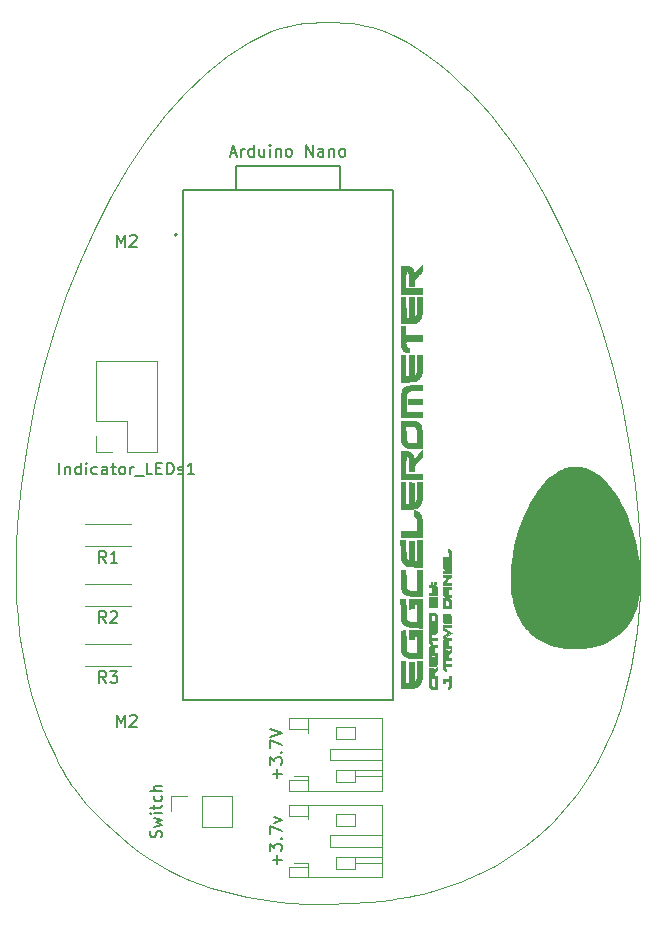
<source format=gbr>
%TF.GenerationSoftware,KiCad,Pcbnew,(6.0.6)*%
%TF.CreationDate,2022-07-21T10:54:16-07:00*%
%TF.ProjectId,ElectronicEggDrop,456c6563-7472-46f6-9e69-634567674472,rev?*%
%TF.SameCoordinates,Original*%
%TF.FileFunction,Legend,Top*%
%TF.FilePolarity,Positive*%
%FSLAX46Y46*%
G04 Gerber Fmt 4.6, Leading zero omitted, Abs format (unit mm)*
G04 Created by KiCad (PCBNEW (6.0.6)) date 2022-07-21 10:54:16*
%MOMM*%
%LPD*%
G01*
G04 APERTURE LIST*
%ADD10C,0.030000*%
%ADD11C,0.040000*%
%ADD12C,0.240000*%
%TA.AperFunction,Profile*%
%ADD13C,0.025399*%
%TD*%
%ADD14C,0.150000*%
%ADD15C,0.127000*%
%ADD16C,0.200000*%
%ADD17C,0.120000*%
G04 APERTURE END LIST*
D10*
G36*
X141144947Y-106785615D02*
G01*
X141159053Y-107650239D01*
X141163476Y-107875060D01*
X141168899Y-108060425D01*
X141175566Y-108209013D01*
X141183723Y-108323504D01*
X141193613Y-108406578D01*
X141199285Y-108437171D01*
X141205482Y-108460914D01*
X141212235Y-108478143D01*
X141219575Y-108489193D01*
X141227532Y-108494398D01*
X141236136Y-108494094D01*
X141249562Y-108489029D01*
X141262396Y-108482849D01*
X141274649Y-108475496D01*
X141286333Y-108466913D01*
X141297458Y-108457041D01*
X141308035Y-108445822D01*
X141318075Y-108433200D01*
X141327590Y-108419115D01*
X141336590Y-108403511D01*
X141345086Y-108386329D01*
X141353090Y-108367512D01*
X141360612Y-108347001D01*
X141367663Y-108324740D01*
X141374254Y-108300670D01*
X141380396Y-108274733D01*
X141386101Y-108246872D01*
X141391379Y-108217029D01*
X141396242Y-108185145D01*
X141400700Y-108151164D01*
X141404764Y-108115027D01*
X141408445Y-108076677D01*
X141411755Y-108036056D01*
X141417303Y-107947768D01*
X141421496Y-107849702D01*
X141424422Y-107741395D01*
X141426170Y-107622384D01*
X141426827Y-107492207D01*
X141427577Y-106759920D01*
X141838686Y-106759920D01*
X141838686Y-107545557D01*
X141838021Y-107785303D01*
X141835373Y-107975596D01*
X141829765Y-108125016D01*
X141825545Y-108187080D01*
X141820218Y-108242143D01*
X141813661Y-108291278D01*
X141805752Y-108335556D01*
X141796369Y-108376051D01*
X141785390Y-108413835D01*
X141772692Y-108449981D01*
X141758152Y-108485560D01*
X141723061Y-108559309D01*
X141723073Y-108559417D01*
X141688634Y-108623929D01*
X141671233Y-108653736D01*
X141653581Y-108681964D01*
X141635579Y-108708653D01*
X141617128Y-108733843D01*
X141598130Y-108757575D01*
X141578486Y-108779889D01*
X141558099Y-108800825D01*
X141536869Y-108820422D01*
X141514699Y-108838722D01*
X141491489Y-108855765D01*
X141467141Y-108871590D01*
X141441558Y-108886238D01*
X141414640Y-108899749D01*
X141386289Y-108912163D01*
X141356406Y-108923520D01*
X141324894Y-108933861D01*
X141291654Y-108943225D01*
X141256587Y-108951654D01*
X141219595Y-108959186D01*
X141180579Y-108965863D01*
X141139442Y-108971724D01*
X141096084Y-108976810D01*
X141050407Y-108981161D01*
X141002313Y-108984816D01*
X140898479Y-108990203D01*
X140783796Y-108993292D01*
X140657475Y-108994404D01*
X140065788Y-108995304D01*
X140051936Y-107877601D01*
X140038088Y-106759897D01*
X140451202Y-106759897D01*
X140451202Y-108558504D01*
X140759533Y-108558504D01*
X140759533Y-106753695D01*
X141144947Y-106785615D01*
G37*
X141144947Y-106785615D02*
X141159053Y-107650239D01*
X141163476Y-107875060D01*
X141168899Y-108060425D01*
X141175566Y-108209013D01*
X141183723Y-108323504D01*
X141193613Y-108406578D01*
X141199285Y-108437171D01*
X141205482Y-108460914D01*
X141212235Y-108478143D01*
X141219575Y-108489193D01*
X141227532Y-108494398D01*
X141236136Y-108494094D01*
X141249562Y-108489029D01*
X141262396Y-108482849D01*
X141274649Y-108475496D01*
X141286333Y-108466913D01*
X141297458Y-108457041D01*
X141308035Y-108445822D01*
X141318075Y-108433200D01*
X141327590Y-108419115D01*
X141336590Y-108403511D01*
X141345086Y-108386329D01*
X141353090Y-108367512D01*
X141360612Y-108347001D01*
X141367663Y-108324740D01*
X141374254Y-108300670D01*
X141380396Y-108274733D01*
X141386101Y-108246872D01*
X141391379Y-108217029D01*
X141396242Y-108185145D01*
X141400700Y-108151164D01*
X141404764Y-108115027D01*
X141408445Y-108076677D01*
X141411755Y-108036056D01*
X141417303Y-107947768D01*
X141421496Y-107849702D01*
X141424422Y-107741395D01*
X141426170Y-107622384D01*
X141426827Y-107492207D01*
X141427577Y-106759920D01*
X141838686Y-106759920D01*
X141838686Y-107545557D01*
X141838021Y-107785303D01*
X141835373Y-107975596D01*
X141829765Y-108125016D01*
X141825545Y-108187080D01*
X141820218Y-108242143D01*
X141813661Y-108291278D01*
X141805752Y-108335556D01*
X141796369Y-108376051D01*
X141785390Y-108413835D01*
X141772692Y-108449981D01*
X141758152Y-108485560D01*
X141723061Y-108559309D01*
X141723073Y-108559417D01*
X141688634Y-108623929D01*
X141671233Y-108653736D01*
X141653581Y-108681964D01*
X141635579Y-108708653D01*
X141617128Y-108733843D01*
X141598130Y-108757575D01*
X141578486Y-108779889D01*
X141558099Y-108800825D01*
X141536869Y-108820422D01*
X141514699Y-108838722D01*
X141491489Y-108855765D01*
X141467141Y-108871590D01*
X141441558Y-108886238D01*
X141414640Y-108899749D01*
X141386289Y-108912163D01*
X141356406Y-108923520D01*
X141324894Y-108933861D01*
X141291654Y-108943225D01*
X141256587Y-108951654D01*
X141219595Y-108959186D01*
X141180579Y-108965863D01*
X141139442Y-108971724D01*
X141096084Y-108976810D01*
X141050407Y-108981161D01*
X141002313Y-108984816D01*
X140898479Y-108990203D01*
X140783796Y-108993292D01*
X140657475Y-108994404D01*
X140065788Y-108995304D01*
X140051936Y-107877601D01*
X140038088Y-106759897D01*
X140451202Y-106759897D01*
X140451202Y-108558504D01*
X140759533Y-108558504D01*
X140759533Y-106753695D01*
X141144947Y-106785615D01*
G36*
X140451202Y-97767084D02*
G01*
X140759533Y-97767084D01*
X140759533Y-96019869D01*
X141170641Y-96019869D01*
X141173882Y-97792779D01*
X141300731Y-97648597D01*
X141322389Y-97623520D01*
X141332228Y-97611574D01*
X141341433Y-97599822D01*
X141350027Y-97588112D01*
X141358031Y-97576293D01*
X141365464Y-97564215D01*
X141372349Y-97551727D01*
X141378707Y-97538678D01*
X141384558Y-97524917D01*
X141389923Y-97510292D01*
X141394823Y-97494653D01*
X141399280Y-97477850D01*
X141403314Y-97459730D01*
X141406947Y-97440143D01*
X141410198Y-97418938D01*
X141413090Y-97395965D01*
X141415644Y-97371072D01*
X141417879Y-97344107D01*
X141419818Y-97314921D01*
X141421481Y-97283363D01*
X141422889Y-97249281D01*
X141425026Y-97172941D01*
X141426395Y-97084696D01*
X141427165Y-96983337D01*
X141427580Y-96736448D01*
X141427580Y-95968485D01*
X141838688Y-95968485D01*
X141832728Y-96752163D01*
X141828382Y-97064559D01*
X141820958Y-97335824D01*
X141811495Y-97536871D01*
X141806323Y-97601973D01*
X141801032Y-97638613D01*
X141801042Y-97638540D01*
X141790478Y-97674519D01*
X141776843Y-97710659D01*
X141760301Y-97746779D01*
X141741017Y-97782696D01*
X141719156Y-97818228D01*
X141694881Y-97853192D01*
X141668357Y-97887408D01*
X141639749Y-97920693D01*
X141609221Y-97952864D01*
X141576938Y-97983739D01*
X141543064Y-98013138D01*
X141507764Y-98040876D01*
X141471201Y-98066773D01*
X141433542Y-98090646D01*
X141394950Y-98112313D01*
X141355589Y-98131592D01*
X141324868Y-98144862D01*
X141293553Y-98156957D01*
X141261289Y-98167923D01*
X141227715Y-98177805D01*
X141192476Y-98186648D01*
X141155212Y-98194499D01*
X141115566Y-98201402D01*
X141073181Y-98207403D01*
X141027698Y-98212547D01*
X140978759Y-98216880D01*
X140926007Y-98220447D01*
X140869084Y-98223294D01*
X140807632Y-98225465D01*
X140741293Y-98227006D01*
X140592523Y-98228382D01*
X140040093Y-98229581D01*
X140040093Y-95968485D01*
X140451202Y-95968485D01*
X140451202Y-97767084D01*
G37*
X140451202Y-97767084D02*
X140759533Y-97767084D01*
X140759533Y-96019869D01*
X141170641Y-96019869D01*
X141173882Y-97792779D01*
X141300731Y-97648597D01*
X141322389Y-97623520D01*
X141332228Y-97611574D01*
X141341433Y-97599822D01*
X141350027Y-97588112D01*
X141358031Y-97576293D01*
X141365464Y-97564215D01*
X141372349Y-97551727D01*
X141378707Y-97538678D01*
X141384558Y-97524917D01*
X141389923Y-97510292D01*
X141394823Y-97494653D01*
X141399280Y-97477850D01*
X141403314Y-97459730D01*
X141406947Y-97440143D01*
X141410198Y-97418938D01*
X141413090Y-97395965D01*
X141415644Y-97371072D01*
X141417879Y-97344107D01*
X141419818Y-97314921D01*
X141421481Y-97283363D01*
X141422889Y-97249281D01*
X141425026Y-97172941D01*
X141426395Y-97084696D01*
X141427165Y-96983337D01*
X141427580Y-96736448D01*
X141427580Y-95968485D01*
X141838688Y-95968485D01*
X141832728Y-96752163D01*
X141828382Y-97064559D01*
X141820958Y-97335824D01*
X141811495Y-97536871D01*
X141806323Y-97601973D01*
X141801032Y-97638613D01*
X141801042Y-97638540D01*
X141790478Y-97674519D01*
X141776843Y-97710659D01*
X141760301Y-97746779D01*
X141741017Y-97782696D01*
X141719156Y-97818228D01*
X141694881Y-97853192D01*
X141668357Y-97887408D01*
X141639749Y-97920693D01*
X141609221Y-97952864D01*
X141576938Y-97983739D01*
X141543064Y-98013138D01*
X141507764Y-98040876D01*
X141471201Y-98066773D01*
X141433542Y-98090646D01*
X141394950Y-98112313D01*
X141355589Y-98131592D01*
X141324868Y-98144862D01*
X141293553Y-98156957D01*
X141261289Y-98167923D01*
X141227715Y-98177805D01*
X141192476Y-98186648D01*
X141155212Y-98194499D01*
X141115566Y-98201402D01*
X141073181Y-98207403D01*
X141027698Y-98212547D01*
X140978759Y-98216880D01*
X140926007Y-98220447D01*
X140869084Y-98223294D01*
X140807632Y-98225465D01*
X140741293Y-98227006D01*
X140592523Y-98228382D01*
X140040093Y-98229581D01*
X140040093Y-95968485D01*
X140451202Y-95968485D01*
X140451202Y-97767084D01*
G36*
X140476898Y-92859395D02*
G01*
X140759535Y-92891915D01*
X140759535Y-91086486D01*
X141170644Y-91086486D01*
X141172264Y-91972936D01*
X141173885Y-92859391D01*
X141300733Y-92715209D01*
X141322392Y-92690132D01*
X141332230Y-92678186D01*
X141341435Y-92666434D01*
X141350029Y-92654724D01*
X141358033Y-92642905D01*
X141365467Y-92630828D01*
X141372352Y-92618340D01*
X141378709Y-92605290D01*
X141384560Y-92591529D01*
X141389925Y-92576904D01*
X141394826Y-92561266D01*
X141399282Y-92544462D01*
X141403317Y-92526342D01*
X141406949Y-92506755D01*
X141410201Y-92485551D01*
X141413093Y-92462577D01*
X141415646Y-92437684D01*
X141417881Y-92410720D01*
X141419820Y-92381534D01*
X141421483Y-92349975D01*
X141422892Y-92315893D01*
X141425028Y-92239554D01*
X141426397Y-92151308D01*
X141427167Y-92049949D01*
X141427582Y-91803060D01*
X141427582Y-91035097D01*
X141838690Y-91035097D01*
X141836681Y-91844469D01*
X141835196Y-92042063D01*
X141831736Y-92215968D01*
X141826241Y-92367008D01*
X141818651Y-92496004D01*
X141808907Y-92603780D01*
X141796948Y-92691157D01*
X141782715Y-92758959D01*
X141774727Y-92785776D01*
X141766148Y-92808007D01*
X141766153Y-92808007D01*
X141749288Y-92843217D01*
X141730274Y-92877898D01*
X141709238Y-92911930D01*
X141686304Y-92945194D01*
X141661597Y-92977573D01*
X141635242Y-93008948D01*
X141607365Y-93039200D01*
X141578091Y-93068211D01*
X141547545Y-93095861D01*
X141515852Y-93122034D01*
X141483137Y-93146610D01*
X141449526Y-93169470D01*
X141415143Y-93190496D01*
X141380113Y-93209570D01*
X141344563Y-93226572D01*
X141308616Y-93241385D01*
X141290964Y-93246969D01*
X141268087Y-93252397D01*
X141240346Y-93257639D01*
X141208105Y-93262669D01*
X141131570Y-93271977D01*
X141041379Y-93280097D01*
X140940431Y-93286804D01*
X140831623Y-93291873D01*
X140717854Y-93295079D01*
X140602021Y-93296198D01*
X140040091Y-93296198D01*
X140040091Y-91035097D01*
X140448828Y-91035097D01*
X140476898Y-92859395D01*
G37*
X140476898Y-92859395D02*
X140759535Y-92891915D01*
X140759535Y-91086486D01*
X141170644Y-91086486D01*
X141172264Y-91972936D01*
X141173885Y-92859391D01*
X141300733Y-92715209D01*
X141322392Y-92690132D01*
X141332230Y-92678186D01*
X141341435Y-92666434D01*
X141350029Y-92654724D01*
X141358033Y-92642905D01*
X141365467Y-92630828D01*
X141372352Y-92618340D01*
X141378709Y-92605290D01*
X141384560Y-92591529D01*
X141389925Y-92576904D01*
X141394826Y-92561266D01*
X141399282Y-92544462D01*
X141403317Y-92526342D01*
X141406949Y-92506755D01*
X141410201Y-92485551D01*
X141413093Y-92462577D01*
X141415646Y-92437684D01*
X141417881Y-92410720D01*
X141419820Y-92381534D01*
X141421483Y-92349975D01*
X141422892Y-92315893D01*
X141425028Y-92239554D01*
X141426397Y-92151308D01*
X141427167Y-92049949D01*
X141427582Y-91803060D01*
X141427582Y-91035097D01*
X141838690Y-91035097D01*
X141836681Y-91844469D01*
X141835196Y-92042063D01*
X141831736Y-92215968D01*
X141826241Y-92367008D01*
X141818651Y-92496004D01*
X141808907Y-92603780D01*
X141796948Y-92691157D01*
X141782715Y-92758959D01*
X141774727Y-92785776D01*
X141766148Y-92808007D01*
X141766153Y-92808007D01*
X141749288Y-92843217D01*
X141730274Y-92877898D01*
X141709238Y-92911930D01*
X141686304Y-92945194D01*
X141661597Y-92977573D01*
X141635242Y-93008948D01*
X141607365Y-93039200D01*
X141578091Y-93068211D01*
X141547545Y-93095861D01*
X141515852Y-93122034D01*
X141483137Y-93146610D01*
X141449526Y-93169470D01*
X141415143Y-93190496D01*
X141380113Y-93209570D01*
X141344563Y-93226572D01*
X141308616Y-93241385D01*
X141290964Y-93246969D01*
X141268087Y-93252397D01*
X141240346Y-93257639D01*
X141208105Y-93262669D01*
X141131570Y-93271977D01*
X141041379Y-93280097D01*
X140940431Y-93286804D01*
X140831623Y-93291873D01*
X140717854Y-93295079D01*
X140602021Y-93296198D01*
X140040091Y-93296198D01*
X140040091Y-91035097D01*
X140448828Y-91035097D01*
X140476898Y-92859395D01*
G36*
X140451199Y-123718293D02*
G01*
X140759531Y-123718293D01*
X140759531Y-121971078D01*
X141170639Y-121971078D01*
X141170639Y-123741131D01*
X141286263Y-123625648D01*
X141305424Y-123605779D01*
X141314174Y-123595950D01*
X141322399Y-123586011D01*
X141330116Y-123575827D01*
X141337345Y-123565264D01*
X141344107Y-123554186D01*
X141350420Y-123542457D01*
X141356304Y-123529944D01*
X141361780Y-123516511D01*
X141366865Y-123502023D01*
X141371581Y-123486346D01*
X141375946Y-123469343D01*
X141379980Y-123450879D01*
X141383704Y-123430821D01*
X141387135Y-123409033D01*
X141390294Y-123385379D01*
X141393201Y-123359725D01*
X141395875Y-123331936D01*
X141398336Y-123301877D01*
X141400603Y-123269412D01*
X141402695Y-123234407D01*
X141406437Y-123156236D01*
X141409717Y-123066282D01*
X141412692Y-122963467D01*
X141415518Y-122846709D01*
X141418353Y-122714928D01*
X141434817Y-121919689D01*
X141838693Y-121919689D01*
X141838693Y-122705326D01*
X141838028Y-122945071D01*
X141835380Y-123135365D01*
X141829772Y-123284785D01*
X141825552Y-123346849D01*
X141820224Y-123401911D01*
X141813667Y-123451046D01*
X141805759Y-123495324D01*
X141796376Y-123535819D01*
X141785397Y-123573603D01*
X141772698Y-123609748D01*
X141758159Y-123645327D01*
X141723068Y-123719076D01*
X141723071Y-123719076D01*
X141689031Y-123782763D01*
X141671776Y-123812238D01*
X141654233Y-123840188D01*
X141636302Y-123866657D01*
X141617884Y-123891685D01*
X141598881Y-123915315D01*
X141579194Y-123937587D01*
X141558722Y-123958544D01*
X141537369Y-123978227D01*
X141515033Y-123996678D01*
X141491617Y-124013939D01*
X141467021Y-124030051D01*
X141441147Y-124045055D01*
X141413895Y-124058995D01*
X141385167Y-124071910D01*
X141354863Y-124083844D01*
X141322884Y-124094837D01*
X141289132Y-124104932D01*
X141253507Y-124114169D01*
X141215911Y-124122592D01*
X141176244Y-124130240D01*
X141134407Y-124137157D01*
X141090302Y-124143383D01*
X141043829Y-124148961D01*
X140994889Y-124153931D01*
X140889214Y-124162218D01*
X140772485Y-124168577D01*
X140643909Y-124173342D01*
X140040091Y-124191616D01*
X140040091Y-121919689D01*
X140451199Y-121919689D01*
X140451199Y-123718293D01*
G37*
X140451199Y-123718293D02*
X140759531Y-123718293D01*
X140759531Y-121971078D01*
X141170639Y-121971078D01*
X141170639Y-123741131D01*
X141286263Y-123625648D01*
X141305424Y-123605779D01*
X141314174Y-123595950D01*
X141322399Y-123586011D01*
X141330116Y-123575827D01*
X141337345Y-123565264D01*
X141344107Y-123554186D01*
X141350420Y-123542457D01*
X141356304Y-123529944D01*
X141361780Y-123516511D01*
X141366865Y-123502023D01*
X141371581Y-123486346D01*
X141375946Y-123469343D01*
X141379980Y-123450879D01*
X141383704Y-123430821D01*
X141387135Y-123409033D01*
X141390294Y-123385379D01*
X141393201Y-123359725D01*
X141395875Y-123331936D01*
X141398336Y-123301877D01*
X141400603Y-123269412D01*
X141402695Y-123234407D01*
X141406437Y-123156236D01*
X141409717Y-123066282D01*
X141412692Y-122963467D01*
X141415518Y-122846709D01*
X141418353Y-122714928D01*
X141434817Y-121919689D01*
X141838693Y-121919689D01*
X141838693Y-122705326D01*
X141838028Y-122945071D01*
X141835380Y-123135365D01*
X141829772Y-123284785D01*
X141825552Y-123346849D01*
X141820224Y-123401911D01*
X141813667Y-123451046D01*
X141805759Y-123495324D01*
X141796376Y-123535819D01*
X141785397Y-123573603D01*
X141772698Y-123609748D01*
X141758159Y-123645327D01*
X141723068Y-123719076D01*
X141723071Y-123719076D01*
X141689031Y-123782763D01*
X141671776Y-123812238D01*
X141654233Y-123840188D01*
X141636302Y-123866657D01*
X141617884Y-123891685D01*
X141598881Y-123915315D01*
X141579194Y-123937587D01*
X141558722Y-123958544D01*
X141537369Y-123978227D01*
X141515033Y-123996678D01*
X141491617Y-124013939D01*
X141467021Y-124030051D01*
X141441147Y-124045055D01*
X141413895Y-124058995D01*
X141385167Y-124071910D01*
X141354863Y-124083844D01*
X141322884Y-124094837D01*
X141289132Y-124104932D01*
X141253507Y-124114169D01*
X141215911Y-124122592D01*
X141176244Y-124130240D01*
X141134407Y-124137157D01*
X141090302Y-124143383D01*
X141043829Y-124148961D01*
X140994889Y-124153931D01*
X140889214Y-124162218D01*
X140772485Y-124168577D01*
X140643909Y-124173342D01*
X140040091Y-124191616D01*
X140040091Y-121919689D01*
X140451199Y-121919689D01*
X140451199Y-123718293D01*
G36*
X141838695Y-119056258D02*
G01*
X141257884Y-119030628D01*
X141136188Y-119024383D01*
X141024507Y-119016705D01*
X140922253Y-119007379D01*
X140828835Y-118996189D01*
X140743663Y-118982921D01*
X140666146Y-118967358D01*
X140595695Y-118949286D01*
X140531720Y-118928490D01*
X140473630Y-118904753D01*
X140420836Y-118877861D01*
X140372746Y-118847598D01*
X140328772Y-118813750D01*
X140288322Y-118776100D01*
X140250808Y-118734433D01*
X140215638Y-118688535D01*
X140182222Y-118638190D01*
X140163263Y-118606728D01*
X140146407Y-118576067D01*
X140138721Y-118560665D01*
X140131505Y-118545017D01*
X140124740Y-118528974D01*
X140118408Y-118512387D01*
X140112491Y-118495109D01*
X140106968Y-118476989D01*
X140101823Y-118457879D01*
X140097036Y-118437631D01*
X140092588Y-118416095D01*
X140088461Y-118393124D01*
X140084637Y-118368567D01*
X140081097Y-118342277D01*
X140074793Y-118283902D01*
X140069400Y-118216807D01*
X140064771Y-118139803D01*
X140060756Y-118051700D01*
X140057205Y-117951308D01*
X140053971Y-117837437D01*
X140047855Y-117564498D01*
X140029924Y-116678043D01*
X140440639Y-116678043D01*
X140458769Y-117530514D01*
X140464982Y-117803875D01*
X140471466Y-118013085D01*
X140479689Y-118168144D01*
X140484910Y-118228493D01*
X140491116Y-118279054D01*
X140498490Y-118321077D01*
X140507215Y-118355814D01*
X140517475Y-118384513D01*
X140529453Y-118408425D01*
X140543333Y-118428800D01*
X140559298Y-118446888D01*
X140598215Y-118481204D01*
X140615924Y-118494742D01*
X140634243Y-118507088D01*
X140653384Y-118518288D01*
X140673560Y-118528384D01*
X140694981Y-118537420D01*
X140717862Y-118545441D01*
X140742412Y-118552489D01*
X140768846Y-118558610D01*
X140797375Y-118563846D01*
X140828211Y-118568242D01*
X140861566Y-118571842D01*
X140897653Y-118574688D01*
X140936684Y-118576826D01*
X140978870Y-118578299D01*
X141024424Y-118579150D01*
X141073559Y-118579424D01*
X141427586Y-118579424D01*
X141427586Y-117089152D01*
X141302368Y-117089152D01*
X141283837Y-117089508D01*
X141267067Y-117090654D01*
X141259312Y-117091562D01*
X141251959Y-117092711D01*
X141244996Y-117094117D01*
X141238411Y-117095795D01*
X141232191Y-117097760D01*
X141226323Y-117100027D01*
X141220796Y-117102609D01*
X141215596Y-117105523D01*
X141210711Y-117108783D01*
X141206128Y-117112403D01*
X141201835Y-117116400D01*
X141197820Y-117120786D01*
X141194069Y-117125578D01*
X141190570Y-117130790D01*
X141187311Y-117136437D01*
X141184280Y-117142533D01*
X141181462Y-117149094D01*
X141178847Y-117156135D01*
X141176422Y-117163669D01*
X141174173Y-117171713D01*
X141172089Y-117180280D01*
X141170156Y-117189386D01*
X141166697Y-117209274D01*
X141163695Y-117231494D01*
X141161049Y-117256164D01*
X141158214Y-117283186D01*
X141155072Y-117307206D01*
X141151396Y-117328421D01*
X141149288Y-117338039D01*
X141146961Y-117347030D01*
X141144388Y-117355419D01*
X141141540Y-117363231D01*
X141138390Y-117370490D01*
X141134908Y-117377221D01*
X141131067Y-117383449D01*
X141126839Y-117389199D01*
X141122194Y-117394496D01*
X141117106Y-117399363D01*
X141111545Y-117403827D01*
X141105484Y-117407911D01*
X141098893Y-117411641D01*
X141091746Y-117415041D01*
X141084013Y-117418136D01*
X141075666Y-117420951D01*
X141066678Y-117423510D01*
X141057020Y-117425838D01*
X141035579Y-117429902D01*
X141011120Y-117433339D01*
X140983414Y-117436349D01*
X140952238Y-117439128D01*
X140759531Y-117455076D01*
X140759531Y-116678041D01*
X141838695Y-116678041D01*
X141838695Y-119056258D01*
G37*
X141838695Y-119056258D02*
X141257884Y-119030628D01*
X141136188Y-119024383D01*
X141024507Y-119016705D01*
X140922253Y-119007379D01*
X140828835Y-118996189D01*
X140743663Y-118982921D01*
X140666146Y-118967358D01*
X140595695Y-118949286D01*
X140531720Y-118928490D01*
X140473630Y-118904753D01*
X140420836Y-118877861D01*
X140372746Y-118847598D01*
X140328772Y-118813750D01*
X140288322Y-118776100D01*
X140250808Y-118734433D01*
X140215638Y-118688535D01*
X140182222Y-118638190D01*
X140163263Y-118606728D01*
X140146407Y-118576067D01*
X140138721Y-118560665D01*
X140131505Y-118545017D01*
X140124740Y-118528974D01*
X140118408Y-118512387D01*
X140112491Y-118495109D01*
X140106968Y-118476989D01*
X140101823Y-118457879D01*
X140097036Y-118437631D01*
X140092588Y-118416095D01*
X140088461Y-118393124D01*
X140084637Y-118368567D01*
X140081097Y-118342277D01*
X140074793Y-118283902D01*
X140069400Y-118216807D01*
X140064771Y-118139803D01*
X140060756Y-118051700D01*
X140057205Y-117951308D01*
X140053971Y-117837437D01*
X140047855Y-117564498D01*
X140029924Y-116678043D01*
X140440639Y-116678043D01*
X140458769Y-117530514D01*
X140464982Y-117803875D01*
X140471466Y-118013085D01*
X140479689Y-118168144D01*
X140484910Y-118228493D01*
X140491116Y-118279054D01*
X140498490Y-118321077D01*
X140507215Y-118355814D01*
X140517475Y-118384513D01*
X140529453Y-118408425D01*
X140543333Y-118428800D01*
X140559298Y-118446888D01*
X140598215Y-118481204D01*
X140615924Y-118494742D01*
X140634243Y-118507088D01*
X140653384Y-118518288D01*
X140673560Y-118528384D01*
X140694981Y-118537420D01*
X140717862Y-118545441D01*
X140742412Y-118552489D01*
X140768846Y-118558610D01*
X140797375Y-118563846D01*
X140828211Y-118568242D01*
X140861566Y-118571842D01*
X140897653Y-118574688D01*
X140936684Y-118576826D01*
X140978870Y-118578299D01*
X141024424Y-118579150D01*
X141073559Y-118579424D01*
X141427586Y-118579424D01*
X141427586Y-117089152D01*
X141302368Y-117089152D01*
X141283837Y-117089508D01*
X141267067Y-117090654D01*
X141259312Y-117091562D01*
X141251959Y-117092711D01*
X141244996Y-117094117D01*
X141238411Y-117095795D01*
X141232191Y-117097760D01*
X141226323Y-117100027D01*
X141220796Y-117102609D01*
X141215596Y-117105523D01*
X141210711Y-117108783D01*
X141206128Y-117112403D01*
X141201835Y-117116400D01*
X141197820Y-117120786D01*
X141194069Y-117125578D01*
X141190570Y-117130790D01*
X141187311Y-117136437D01*
X141184280Y-117142533D01*
X141181462Y-117149094D01*
X141178847Y-117156135D01*
X141176422Y-117163669D01*
X141174173Y-117171713D01*
X141172089Y-117180280D01*
X141170156Y-117189386D01*
X141166697Y-117209274D01*
X141163695Y-117231494D01*
X141161049Y-117256164D01*
X141158214Y-117283186D01*
X141155072Y-117307206D01*
X141151396Y-117328421D01*
X141149288Y-117338039D01*
X141146961Y-117347030D01*
X141144388Y-117355419D01*
X141141540Y-117363231D01*
X141138390Y-117370490D01*
X141134908Y-117377221D01*
X141131067Y-117383449D01*
X141126839Y-117389199D01*
X141122194Y-117394496D01*
X141117106Y-117399363D01*
X141111545Y-117403827D01*
X141105484Y-117407911D01*
X141098893Y-117411641D01*
X141091746Y-117415041D01*
X141084013Y-117418136D01*
X141075666Y-117420951D01*
X141066678Y-117423510D01*
X141057020Y-117425838D01*
X141035579Y-117429902D01*
X141011120Y-117433339D01*
X140983414Y-117436349D01*
X140952238Y-117439128D01*
X140759531Y-117455076D01*
X140759531Y-116678041D01*
X141838695Y-116678041D01*
X141838695Y-119056258D01*
G36*
X140451199Y-94323951D02*
G01*
X141838695Y-94323951D01*
X141838695Y-94786448D01*
X141144949Y-94786471D01*
X140892632Y-94786430D01*
X140791901Y-94787284D01*
X140706635Y-94789523D01*
X140635720Y-94793750D01*
X140578042Y-94800568D01*
X140532487Y-94810579D01*
X140513907Y-94816970D01*
X140497939Y-94824385D01*
X140484445Y-94832901D01*
X140473285Y-94842591D01*
X140464320Y-94853531D01*
X140457411Y-94865796D01*
X140452418Y-94879463D01*
X140449201Y-94894605D01*
X140447623Y-94911299D01*
X140447542Y-94929620D01*
X140451319Y-94971443D01*
X140459418Y-95020677D01*
X140484124Y-95143787D01*
X140488538Y-95163603D01*
X140493684Y-95182581D01*
X140499554Y-95200710D01*
X140506141Y-95217981D01*
X140513436Y-95234383D01*
X140521432Y-95249906D01*
X140530122Y-95264539D01*
X140539498Y-95278272D01*
X140549552Y-95291095D01*
X140560277Y-95302997D01*
X140571665Y-95313968D01*
X140583709Y-95323998D01*
X140596401Y-95333076D01*
X140609734Y-95341192D01*
X140623699Y-95348335D01*
X140638290Y-95354496D01*
X140655617Y-95361545D01*
X140663665Y-95365201D01*
X140671315Y-95368968D01*
X140678575Y-95372862D01*
X140685454Y-95376902D01*
X140691962Y-95381103D01*
X140698106Y-95385482D01*
X140703895Y-95390058D01*
X140709340Y-95394846D01*
X140714447Y-95399864D01*
X140719227Y-95405128D01*
X140723687Y-95410657D01*
X140727837Y-95416466D01*
X140731686Y-95422573D01*
X140735242Y-95428995D01*
X140738514Y-95435749D01*
X140741511Y-95442852D01*
X140744242Y-95450320D01*
X140746716Y-95458172D01*
X140748941Y-95466423D01*
X140750926Y-95475091D01*
X140752680Y-95484194D01*
X140754213Y-95493747D01*
X140755532Y-95503768D01*
X140756646Y-95514274D01*
X140758297Y-95536810D01*
X140759236Y-95561490D01*
X140759533Y-95588450D01*
X140759149Y-95650265D01*
X140758260Y-95675170D01*
X140756544Y-95696378D01*
X140755291Y-95705668D01*
X140753728Y-95714119D01*
X140751823Y-95721761D01*
X140749541Y-95728622D01*
X140746847Y-95734731D01*
X140743709Y-95740116D01*
X140740091Y-95744806D01*
X140735960Y-95748829D01*
X140731282Y-95752214D01*
X140726023Y-95754991D01*
X140720148Y-95757186D01*
X140713624Y-95758830D01*
X140706417Y-95759950D01*
X140698493Y-95760576D01*
X140689817Y-95760736D01*
X140680355Y-95760458D01*
X140658940Y-95758704D01*
X140633974Y-95755544D01*
X140572303Y-95745920D01*
X140532135Y-95738589D01*
X140493890Y-95729876D01*
X140457530Y-95719677D01*
X140423017Y-95707883D01*
X140390312Y-95694390D01*
X140359378Y-95679089D01*
X140330176Y-95661876D01*
X140302666Y-95642643D01*
X140276812Y-95621284D01*
X140252575Y-95597692D01*
X140229915Y-95571761D01*
X140208796Y-95543384D01*
X140189178Y-95512455D01*
X140171024Y-95478868D01*
X140154294Y-95442515D01*
X140138951Y-95403291D01*
X140124955Y-95361089D01*
X140112270Y-95315802D01*
X140100855Y-95267325D01*
X140090674Y-95215550D01*
X140081687Y-95160370D01*
X140073857Y-95101681D01*
X140067144Y-95039374D01*
X140061511Y-94973344D01*
X140056919Y-94903484D01*
X140053330Y-94829687D01*
X140049007Y-94669859D01*
X140048234Y-94493007D01*
X140050704Y-94298279D01*
X140065785Y-93527451D01*
X140451199Y-93495527D01*
X140451199Y-94323951D01*
G37*
X140451199Y-94323951D02*
X141838695Y-94323951D01*
X141838695Y-94786448D01*
X141144949Y-94786471D01*
X140892632Y-94786430D01*
X140791901Y-94787284D01*
X140706635Y-94789523D01*
X140635720Y-94793750D01*
X140578042Y-94800568D01*
X140532487Y-94810579D01*
X140513907Y-94816970D01*
X140497939Y-94824385D01*
X140484445Y-94832901D01*
X140473285Y-94842591D01*
X140464320Y-94853531D01*
X140457411Y-94865796D01*
X140452418Y-94879463D01*
X140449201Y-94894605D01*
X140447623Y-94911299D01*
X140447542Y-94929620D01*
X140451319Y-94971443D01*
X140459418Y-95020677D01*
X140484124Y-95143787D01*
X140488538Y-95163603D01*
X140493684Y-95182581D01*
X140499554Y-95200710D01*
X140506141Y-95217981D01*
X140513436Y-95234383D01*
X140521432Y-95249906D01*
X140530122Y-95264539D01*
X140539498Y-95278272D01*
X140549552Y-95291095D01*
X140560277Y-95302997D01*
X140571665Y-95313968D01*
X140583709Y-95323998D01*
X140596401Y-95333076D01*
X140609734Y-95341192D01*
X140623699Y-95348335D01*
X140638290Y-95354496D01*
X140655617Y-95361545D01*
X140663665Y-95365201D01*
X140671315Y-95368968D01*
X140678575Y-95372862D01*
X140685454Y-95376902D01*
X140691962Y-95381103D01*
X140698106Y-95385482D01*
X140703895Y-95390058D01*
X140709340Y-95394846D01*
X140714447Y-95399864D01*
X140719227Y-95405128D01*
X140723687Y-95410657D01*
X140727837Y-95416466D01*
X140731686Y-95422573D01*
X140735242Y-95428995D01*
X140738514Y-95435749D01*
X140741511Y-95442852D01*
X140744242Y-95450320D01*
X140746716Y-95458172D01*
X140748941Y-95466423D01*
X140750926Y-95475091D01*
X140752680Y-95484194D01*
X140754213Y-95493747D01*
X140755532Y-95503768D01*
X140756646Y-95514274D01*
X140758297Y-95536810D01*
X140759236Y-95561490D01*
X140759533Y-95588450D01*
X140759149Y-95650265D01*
X140758260Y-95675170D01*
X140756544Y-95696378D01*
X140755291Y-95705668D01*
X140753728Y-95714119D01*
X140751823Y-95721761D01*
X140749541Y-95728622D01*
X140746847Y-95734731D01*
X140743709Y-95740116D01*
X140740091Y-95744806D01*
X140735960Y-95748829D01*
X140731282Y-95752214D01*
X140726023Y-95754991D01*
X140720148Y-95757186D01*
X140713624Y-95758830D01*
X140706417Y-95759950D01*
X140698493Y-95760576D01*
X140689817Y-95760736D01*
X140680355Y-95760458D01*
X140658940Y-95758704D01*
X140633974Y-95755544D01*
X140572303Y-95745920D01*
X140532135Y-95738589D01*
X140493890Y-95729876D01*
X140457530Y-95719677D01*
X140423017Y-95707883D01*
X140390312Y-95694390D01*
X140359378Y-95679089D01*
X140330176Y-95661876D01*
X140302666Y-95642643D01*
X140276812Y-95621284D01*
X140252575Y-95597692D01*
X140229915Y-95571761D01*
X140208796Y-95543384D01*
X140189178Y-95512455D01*
X140171024Y-95478868D01*
X140154294Y-95442515D01*
X140138951Y-95403291D01*
X140124955Y-95361089D01*
X140112270Y-95315802D01*
X140100855Y-95267325D01*
X140090674Y-95215550D01*
X140081687Y-95160370D01*
X140073857Y-95101681D01*
X140067144Y-95039374D01*
X140061511Y-94973344D01*
X140056919Y-94903484D01*
X140053330Y-94829687D01*
X140049007Y-94669859D01*
X140048234Y-94493007D01*
X140050704Y-94298279D01*
X140065785Y-93527451D01*
X140451199Y-93495527D01*
X140451199Y-94323951D01*
G36*
X140458773Y-114929727D02*
G01*
X140468478Y-115245441D01*
X140475274Y-115374471D01*
X140484427Y-115486060D01*
X140496732Y-115581541D01*
X140512985Y-115662247D01*
X140522840Y-115697476D01*
X140533980Y-115729510D01*
X140546504Y-115758517D01*
X140560513Y-115784664D01*
X140576105Y-115808115D01*
X140593380Y-115829040D01*
X140612437Y-115847603D01*
X140633376Y-115863971D01*
X140656295Y-115878312D01*
X140681296Y-115890791D01*
X140708476Y-115901575D01*
X140737935Y-115910832D01*
X140804090Y-115925426D01*
X140880555Y-115935907D01*
X140968126Y-115943606D01*
X141067599Y-115949858D01*
X141427586Y-115970199D01*
X141427586Y-114160000D01*
X141838695Y-114160000D01*
X141838695Y-116369710D01*
X141271771Y-116369712D01*
X141081469Y-116367200D01*
X140911417Y-116358767D01*
X140760513Y-116343071D01*
X140691898Y-116332078D01*
X140627657Y-116318766D01*
X140567652Y-116302966D01*
X140511747Y-116284511D01*
X140459803Y-116263231D01*
X140411683Y-116238960D01*
X140367249Y-116211529D01*
X140326364Y-116180770D01*
X140288889Y-116146515D01*
X140254689Y-116108597D01*
X140223624Y-116066847D01*
X140195557Y-116021098D01*
X140170351Y-115971181D01*
X140147868Y-115916929D01*
X140127970Y-115858173D01*
X140110520Y-115794746D01*
X140095381Y-115726479D01*
X140082414Y-115653205D01*
X140071482Y-115574756D01*
X140062447Y-115490964D01*
X140049520Y-115306676D01*
X140042531Y-115099001D01*
X140040379Y-114866592D01*
X140040093Y-114160000D01*
X140440000Y-114160000D01*
X140458773Y-114929727D01*
G37*
X140458773Y-114929727D02*
X140468478Y-115245441D01*
X140475274Y-115374471D01*
X140484427Y-115486060D01*
X140496732Y-115581541D01*
X140512985Y-115662247D01*
X140522840Y-115697476D01*
X140533980Y-115729510D01*
X140546504Y-115758517D01*
X140560513Y-115784664D01*
X140576105Y-115808115D01*
X140593380Y-115829040D01*
X140612437Y-115847603D01*
X140633376Y-115863971D01*
X140656295Y-115878312D01*
X140681296Y-115890791D01*
X140708476Y-115901575D01*
X140737935Y-115910832D01*
X140804090Y-115925426D01*
X140880555Y-115935907D01*
X140968126Y-115943606D01*
X141067599Y-115949858D01*
X141427586Y-115970199D01*
X141427586Y-114160000D01*
X141838695Y-114160000D01*
X141838695Y-116369710D01*
X141271771Y-116369712D01*
X141081469Y-116367200D01*
X140911417Y-116358767D01*
X140760513Y-116343071D01*
X140691898Y-116332078D01*
X140627657Y-116318766D01*
X140567652Y-116302966D01*
X140511747Y-116284511D01*
X140459803Y-116263231D01*
X140411683Y-116238960D01*
X140367249Y-116211529D01*
X140326364Y-116180770D01*
X140288889Y-116146515D01*
X140254689Y-116108597D01*
X140223624Y-116066847D01*
X140195557Y-116021098D01*
X140170351Y-115971181D01*
X140147868Y-115916929D01*
X140127970Y-115858173D01*
X140110520Y-115794746D01*
X140095381Y-115726479D01*
X140082414Y-115653205D01*
X140071482Y-115574756D01*
X140062447Y-115490964D01*
X140049520Y-115306676D01*
X140042531Y-115099001D01*
X140040379Y-114866592D01*
X140040093Y-114160000D01*
X140440000Y-114160000D01*
X140458773Y-114929727D01*
G36*
X141838697Y-100130894D02*
G01*
X140708144Y-100130894D01*
X140708144Y-99668397D01*
X141838697Y-99668397D01*
X141838697Y-100130894D01*
G37*
X141838697Y-100130894D02*
X140708144Y-100130894D01*
X140708144Y-99668397D01*
X141838697Y-99668397D01*
X141838697Y-100130894D01*
G36*
X140451492Y-112297158D02*
G01*
X140454253Y-112548085D01*
X140462641Y-112761113D01*
X140469100Y-112854235D01*
X140477153Y-112938867D01*
X140486862Y-113015336D01*
X140498289Y-113083970D01*
X140511496Y-113145099D01*
X140526545Y-113199048D01*
X140543498Y-113246148D01*
X140562419Y-113286725D01*
X140583368Y-113321108D01*
X140606408Y-113349625D01*
X140631601Y-113372604D01*
X140659010Y-113390373D01*
X140667917Y-113395049D01*
X140676281Y-113399155D01*
X140684121Y-113402553D01*
X140691452Y-113405104D01*
X140694933Y-113406018D01*
X140698293Y-113406669D01*
X140701535Y-113407038D01*
X140704660Y-113407109D01*
X140707671Y-113406863D01*
X140710570Y-113406285D01*
X140713359Y-113405355D01*
X140716040Y-113404058D01*
X140718616Y-113402375D01*
X140721088Y-113400290D01*
X140723458Y-113397784D01*
X140725729Y-113394841D01*
X140727903Y-113391443D01*
X140729982Y-113387573D01*
X140731967Y-113383214D01*
X140733862Y-113378347D01*
X140735668Y-113372957D01*
X140737388Y-113367024D01*
X140739023Y-113360533D01*
X140740576Y-113353465D01*
X140743442Y-113337532D01*
X140746005Y-113319084D01*
X140748281Y-113297985D01*
X140750287Y-113274093D01*
X140752040Y-113247272D01*
X140753557Y-113217382D01*
X140754855Y-113184283D01*
X140755951Y-113147838D01*
X140756862Y-113107907D01*
X140757604Y-113064351D01*
X140758654Y-112965811D01*
X140759236Y-112851106D01*
X140759485Y-112719125D01*
X140759538Y-112568758D01*
X140759538Y-111693342D01*
X141170646Y-111693342D01*
X141170646Y-113440558D01*
X141427589Y-113440558D01*
X141427589Y-111641952D01*
X141838697Y-111641952D01*
X141838697Y-113913878D01*
X141234879Y-113895570D01*
X141060663Y-113889408D01*
X140918156Y-113882002D01*
X140802397Y-113872527D01*
X140752998Y-113866756D01*
X140708426Y-113860158D01*
X140668061Y-113852630D01*
X140631282Y-113844070D01*
X140597470Y-113834373D01*
X140566004Y-113823437D01*
X140536264Y-113811158D01*
X140507630Y-113797434D01*
X140479483Y-113782161D01*
X140451202Y-113765236D01*
X140391132Y-113726333D01*
X140363563Y-113707110D01*
X140337572Y-113687826D01*
X140313108Y-113668323D01*
X140290123Y-113648441D01*
X140268566Y-113628021D01*
X140248388Y-113606903D01*
X140229539Y-113584930D01*
X140211968Y-113561940D01*
X140195626Y-113537777D01*
X140180464Y-113512279D01*
X140166431Y-113485287D01*
X140153478Y-113456644D01*
X140141555Y-113426189D01*
X140130611Y-113393763D01*
X140120598Y-113359207D01*
X140111465Y-113322362D01*
X140103163Y-113283069D01*
X140095642Y-113241168D01*
X140088852Y-113196501D01*
X140082743Y-113148907D01*
X140077265Y-113098228D01*
X140072369Y-113044305D01*
X140064123Y-112926089D01*
X140057605Y-112792985D01*
X140052417Y-112643720D01*
X140048161Y-112477020D01*
X140029530Y-111641952D01*
X140451204Y-111641952D01*
X140451492Y-112297158D01*
G37*
X140451492Y-112297158D02*
X140454253Y-112548085D01*
X140462641Y-112761113D01*
X140469100Y-112854235D01*
X140477153Y-112938867D01*
X140486862Y-113015336D01*
X140498289Y-113083970D01*
X140511496Y-113145099D01*
X140526545Y-113199048D01*
X140543498Y-113246148D01*
X140562419Y-113286725D01*
X140583368Y-113321108D01*
X140606408Y-113349625D01*
X140631601Y-113372604D01*
X140659010Y-113390373D01*
X140667917Y-113395049D01*
X140676281Y-113399155D01*
X140684121Y-113402553D01*
X140691452Y-113405104D01*
X140694933Y-113406018D01*
X140698293Y-113406669D01*
X140701535Y-113407038D01*
X140704660Y-113407109D01*
X140707671Y-113406863D01*
X140710570Y-113406285D01*
X140713359Y-113405355D01*
X140716040Y-113404058D01*
X140718616Y-113402375D01*
X140721088Y-113400290D01*
X140723458Y-113397784D01*
X140725729Y-113394841D01*
X140727903Y-113391443D01*
X140729982Y-113387573D01*
X140731967Y-113383214D01*
X140733862Y-113378347D01*
X140735668Y-113372957D01*
X140737388Y-113367024D01*
X140739023Y-113360533D01*
X140740576Y-113353465D01*
X140743442Y-113337532D01*
X140746005Y-113319084D01*
X140748281Y-113297985D01*
X140750287Y-113274093D01*
X140752040Y-113247272D01*
X140753557Y-113217382D01*
X140754855Y-113184283D01*
X140755951Y-113147838D01*
X140756862Y-113107907D01*
X140757604Y-113064351D01*
X140758654Y-112965811D01*
X140759236Y-112851106D01*
X140759485Y-112719125D01*
X140759538Y-112568758D01*
X140759538Y-111693342D01*
X141170646Y-111693342D01*
X141170646Y-113440558D01*
X141427589Y-113440558D01*
X141427589Y-111641952D01*
X141838697Y-111641952D01*
X141838697Y-113913878D01*
X141234879Y-113895570D01*
X141060663Y-113889408D01*
X140918156Y-113882002D01*
X140802397Y-113872527D01*
X140752998Y-113866756D01*
X140708426Y-113860158D01*
X140668061Y-113852630D01*
X140631282Y-113844070D01*
X140597470Y-113834373D01*
X140566004Y-113823437D01*
X140536264Y-113811158D01*
X140507630Y-113797434D01*
X140479483Y-113782161D01*
X140451202Y-113765236D01*
X140391132Y-113726333D01*
X140363563Y-113707110D01*
X140337572Y-113687826D01*
X140313108Y-113668323D01*
X140290123Y-113648441D01*
X140268566Y-113628021D01*
X140248388Y-113606903D01*
X140229539Y-113584930D01*
X140211968Y-113561940D01*
X140195626Y-113537777D01*
X140180464Y-113512279D01*
X140166431Y-113485287D01*
X140153478Y-113456644D01*
X140141555Y-113426189D01*
X140130611Y-113393763D01*
X140120598Y-113359207D01*
X140111465Y-113322362D01*
X140103163Y-113283069D01*
X140095642Y-113241168D01*
X140088852Y-113196501D01*
X140082743Y-113148907D01*
X140077265Y-113098228D01*
X140072369Y-113044305D01*
X140064123Y-112926089D01*
X140057605Y-112792985D01*
X140052417Y-112643720D01*
X140048161Y-112477020D01*
X140029530Y-111641952D01*
X140451204Y-111641952D01*
X140451492Y-112297158D01*
G36*
X141838695Y-88648437D02*
G01*
X141838485Y-88692374D01*
X141837565Y-88731755D01*
X141835501Y-88767347D01*
X141831859Y-88799917D01*
X141829310Y-88815309D01*
X141826204Y-88830232D01*
X141822487Y-88844784D01*
X141818103Y-88859059D01*
X141812999Y-88873154D01*
X141807120Y-88887164D01*
X141800412Y-88901185D01*
X141792822Y-88915314D01*
X141784293Y-88929646D01*
X141774773Y-88944276D01*
X141764207Y-88959301D01*
X141752541Y-88974817D01*
X141725690Y-89007704D01*
X141693787Y-89043704D01*
X141656397Y-89083582D01*
X141613085Y-89128107D01*
X141506960Y-89234163D01*
X141400533Y-89340540D01*
X141357055Y-89385287D01*
X141319456Y-89425492D01*
X141287278Y-89461965D01*
X141260064Y-89495521D01*
X141237354Y-89526970D01*
X141227545Y-89542160D01*
X141218691Y-89557127D01*
X141210734Y-89571975D01*
X141203617Y-89586804D01*
X141197282Y-89601715D01*
X141191673Y-89616812D01*
X141186731Y-89632195D01*
X141182401Y-89647965D01*
X141175343Y-89681076D01*
X141170041Y-89716956D01*
X141166036Y-89756419D01*
X141162871Y-89800277D01*
X141160088Y-89849343D01*
X141144947Y-90135738D01*
X140952240Y-90151700D01*
X140759533Y-90167663D01*
X140759533Y-89610720D01*
X140758785Y-89507210D01*
X140756498Y-89412002D01*
X140752604Y-89324874D01*
X140747037Y-89245599D01*
X140739729Y-89173956D01*
X140730614Y-89109718D01*
X140719626Y-89052662D01*
X140706696Y-89002564D01*
X140691759Y-88959199D01*
X140674748Y-88922344D01*
X140655595Y-88891774D01*
X140634234Y-88867264D01*
X140610597Y-88848592D01*
X140584620Y-88835532D01*
X140556233Y-88827860D01*
X140525371Y-88825353D01*
X140519772Y-88825745D01*
X140514449Y-88826964D01*
X140509396Y-88829075D01*
X140504606Y-88832143D01*
X140500074Y-88836233D01*
X140495792Y-88841410D01*
X140491754Y-88847739D01*
X140487953Y-88855286D01*
X140484384Y-88864114D01*
X140481039Y-88874289D01*
X140477913Y-88885876D01*
X140474998Y-88898941D01*
X140472289Y-88913547D01*
X140469778Y-88929760D01*
X140467460Y-88947646D01*
X140465327Y-88967268D01*
X140463374Y-88988692D01*
X140461594Y-89011983D01*
X140459980Y-89037207D01*
X140458526Y-89064427D01*
X140456073Y-89125118D01*
X140454181Y-89194577D01*
X140452800Y-89273324D01*
X140451878Y-89361879D01*
X140451362Y-89460762D01*
X140451202Y-89570492D01*
X140451202Y-90315626D01*
X141838697Y-90315626D01*
X141838697Y-90778123D01*
X140939393Y-90778155D01*
X140040091Y-90778155D01*
X140040091Y-88414272D01*
X140361269Y-88414574D01*
X140441878Y-88417192D01*
X140519267Y-88424699D01*
X140593173Y-88436912D01*
X140663334Y-88453649D01*
X140729487Y-88474727D01*
X140791368Y-88499965D01*
X140848716Y-88529180D01*
X140901266Y-88562189D01*
X140948757Y-88598810D01*
X140970523Y-88618418D01*
X140990925Y-88638861D01*
X141009931Y-88660116D01*
X141027507Y-88682159D01*
X141043621Y-88704968D01*
X141058241Y-88728521D01*
X141071332Y-88752795D01*
X141082863Y-88777766D01*
X141092800Y-88803413D01*
X141101110Y-88829711D01*
X141107762Y-88856639D01*
X141112721Y-88884173D01*
X141115955Y-88912291D01*
X141117431Y-88940970D01*
X141117808Y-88950132D01*
X141118552Y-88959037D01*
X141119645Y-88967638D01*
X141121066Y-88975891D01*
X141122795Y-88983748D01*
X141124812Y-88991164D01*
X141127096Y-88998092D01*
X141129629Y-89004486D01*
X141132390Y-89010301D01*
X141135358Y-89015490D01*
X141138515Y-89020008D01*
X141141839Y-89023807D01*
X141145310Y-89026842D01*
X141147095Y-89028059D01*
X141148910Y-89029067D01*
X141150751Y-89029862D01*
X141152617Y-89030436D01*
X141154505Y-89030785D01*
X141156412Y-89030903D01*
X141158739Y-89030485D01*
X141161871Y-89029244D01*
X141170460Y-89024378D01*
X141181996Y-89016467D01*
X141196293Y-89005677D01*
X141213167Y-88992170D01*
X141232434Y-88976112D01*
X141277408Y-88936993D01*
X141329741Y-88889632D01*
X141387955Y-88835341D01*
X141450578Y-88775429D01*
X141516132Y-88711210D01*
X141838695Y-88391494D01*
X141838695Y-88648437D01*
G37*
X141838695Y-88648437D02*
X141838485Y-88692374D01*
X141837565Y-88731755D01*
X141835501Y-88767347D01*
X141831859Y-88799917D01*
X141829310Y-88815309D01*
X141826204Y-88830232D01*
X141822487Y-88844784D01*
X141818103Y-88859059D01*
X141812999Y-88873154D01*
X141807120Y-88887164D01*
X141800412Y-88901185D01*
X141792822Y-88915314D01*
X141784293Y-88929646D01*
X141774773Y-88944276D01*
X141764207Y-88959301D01*
X141752541Y-88974817D01*
X141725690Y-89007704D01*
X141693787Y-89043704D01*
X141656397Y-89083582D01*
X141613085Y-89128107D01*
X141506960Y-89234163D01*
X141400533Y-89340540D01*
X141357055Y-89385287D01*
X141319456Y-89425492D01*
X141287278Y-89461965D01*
X141260064Y-89495521D01*
X141237354Y-89526970D01*
X141227545Y-89542160D01*
X141218691Y-89557127D01*
X141210734Y-89571975D01*
X141203617Y-89586804D01*
X141197282Y-89601715D01*
X141191673Y-89616812D01*
X141186731Y-89632195D01*
X141182401Y-89647965D01*
X141175343Y-89681076D01*
X141170041Y-89716956D01*
X141166036Y-89756419D01*
X141162871Y-89800277D01*
X141160088Y-89849343D01*
X141144947Y-90135738D01*
X140952240Y-90151700D01*
X140759533Y-90167663D01*
X140759533Y-89610720D01*
X140758785Y-89507210D01*
X140756498Y-89412002D01*
X140752604Y-89324874D01*
X140747037Y-89245599D01*
X140739729Y-89173956D01*
X140730614Y-89109718D01*
X140719626Y-89052662D01*
X140706696Y-89002564D01*
X140691759Y-88959199D01*
X140674748Y-88922344D01*
X140655595Y-88891774D01*
X140634234Y-88867264D01*
X140610597Y-88848592D01*
X140584620Y-88835532D01*
X140556233Y-88827860D01*
X140525371Y-88825353D01*
X140519772Y-88825745D01*
X140514449Y-88826964D01*
X140509396Y-88829075D01*
X140504606Y-88832143D01*
X140500074Y-88836233D01*
X140495792Y-88841410D01*
X140491754Y-88847739D01*
X140487953Y-88855286D01*
X140484384Y-88864114D01*
X140481039Y-88874289D01*
X140477913Y-88885876D01*
X140474998Y-88898941D01*
X140472289Y-88913547D01*
X140469778Y-88929760D01*
X140467460Y-88947646D01*
X140465327Y-88967268D01*
X140463374Y-88988692D01*
X140461594Y-89011983D01*
X140459980Y-89037207D01*
X140458526Y-89064427D01*
X140456073Y-89125118D01*
X140454181Y-89194577D01*
X140452800Y-89273324D01*
X140451878Y-89361879D01*
X140451362Y-89460762D01*
X140451202Y-89570492D01*
X140451202Y-90315626D01*
X141838697Y-90315626D01*
X141838697Y-90778123D01*
X140939393Y-90778155D01*
X140040091Y-90778155D01*
X140040091Y-88414272D01*
X140361269Y-88414574D01*
X140441878Y-88417192D01*
X140519267Y-88424699D01*
X140593173Y-88436912D01*
X140663334Y-88453649D01*
X140729487Y-88474727D01*
X140791368Y-88499965D01*
X140848716Y-88529180D01*
X140901266Y-88562189D01*
X140948757Y-88598810D01*
X140970523Y-88618418D01*
X140990925Y-88638861D01*
X141009931Y-88660116D01*
X141027507Y-88682159D01*
X141043621Y-88704968D01*
X141058241Y-88728521D01*
X141071332Y-88752795D01*
X141082863Y-88777766D01*
X141092800Y-88803413D01*
X141101110Y-88829711D01*
X141107762Y-88856639D01*
X141112721Y-88884173D01*
X141115955Y-88912291D01*
X141117431Y-88940970D01*
X141117808Y-88950132D01*
X141118552Y-88959037D01*
X141119645Y-88967638D01*
X141121066Y-88975891D01*
X141122795Y-88983748D01*
X141124812Y-88991164D01*
X141127096Y-88998092D01*
X141129629Y-89004486D01*
X141132390Y-89010301D01*
X141135358Y-89015490D01*
X141138515Y-89020008D01*
X141141839Y-89023807D01*
X141145310Y-89026842D01*
X141147095Y-89028059D01*
X141148910Y-89029067D01*
X141150751Y-89029862D01*
X141152617Y-89030436D01*
X141154505Y-89030785D01*
X141156412Y-89030903D01*
X141158739Y-89030485D01*
X141161871Y-89029244D01*
X141170460Y-89024378D01*
X141181996Y-89016467D01*
X141196293Y-89005677D01*
X141213167Y-88992170D01*
X141232434Y-88976112D01*
X141277408Y-88936993D01*
X141329741Y-88889632D01*
X141387955Y-88835341D01*
X141450578Y-88775429D01*
X141516132Y-88711210D01*
X141838695Y-88391494D01*
X141838695Y-88648437D01*
G36*
X141838699Y-98948952D02*
G01*
X141389047Y-98951951D01*
X141295054Y-98953758D01*
X141200278Y-98957878D01*
X141107300Y-98964041D01*
X141018702Y-98971983D01*
X140937063Y-98981435D01*
X140864967Y-98992132D01*
X140804993Y-99003805D01*
X140780359Y-99009925D01*
X140759723Y-99016189D01*
X140736148Y-99024820D01*
X140713723Y-99034278D01*
X140692427Y-99044647D01*
X140672236Y-99056013D01*
X140653127Y-99068462D01*
X140635077Y-99082079D01*
X140618064Y-99096951D01*
X140602064Y-99113162D01*
X140587055Y-99130798D01*
X140573014Y-99149945D01*
X140559918Y-99170689D01*
X140547743Y-99193114D01*
X140536467Y-99217308D01*
X140526068Y-99243354D01*
X140516522Y-99271339D01*
X140507806Y-99301349D01*
X140499897Y-99333469D01*
X140492773Y-99367784D01*
X140486411Y-99404381D01*
X140480787Y-99443345D01*
X140475879Y-99484761D01*
X140471664Y-99528715D01*
X140468119Y-99575293D01*
X140465220Y-99624581D01*
X140462946Y-99676663D01*
X140461273Y-99731626D01*
X140459640Y-99850535D01*
X140460136Y-99981994D01*
X140462579Y-100126687D01*
X140476898Y-100773356D01*
X141157799Y-100787697D01*
X141838699Y-100802039D01*
X141838699Y-101210163D01*
X140935607Y-101210058D01*
X140032517Y-101210058D01*
X140049152Y-100169437D01*
X140056966Y-99783672D01*
X140068809Y-99482473D01*
X140077286Y-99359301D01*
X140088026Y-99252127D01*
X140101447Y-99159238D01*
X140117966Y-99078920D01*
X140138003Y-99009458D01*
X140161975Y-98949139D01*
X140190302Y-98896247D01*
X140223401Y-98849070D01*
X140261690Y-98805892D01*
X140305589Y-98765000D01*
X140355515Y-98724679D01*
X140411887Y-98683216D01*
X140439333Y-98664259D01*
X140466082Y-98647321D01*
X140492922Y-98632268D01*
X140506624Y-98625406D01*
X140520644Y-98618964D01*
X140535082Y-98612925D01*
X140550035Y-98607274D01*
X140565604Y-98601991D01*
X140581885Y-98597062D01*
X140598979Y-98592468D01*
X140616983Y-98588194D01*
X140635996Y-98584221D01*
X140656117Y-98580533D01*
X140700077Y-98573946D01*
X140749652Y-98568295D01*
X140805630Y-98563447D01*
X140868801Y-98559266D01*
X140939953Y-98555617D01*
X141019875Y-98552364D01*
X141209187Y-98546505D01*
X141838699Y-98529467D01*
X141838699Y-98948952D01*
G37*
X141838699Y-98948952D02*
X141389047Y-98951951D01*
X141295054Y-98953758D01*
X141200278Y-98957878D01*
X141107300Y-98964041D01*
X141018702Y-98971983D01*
X140937063Y-98981435D01*
X140864967Y-98992132D01*
X140804993Y-99003805D01*
X140780359Y-99009925D01*
X140759723Y-99016189D01*
X140736148Y-99024820D01*
X140713723Y-99034278D01*
X140692427Y-99044647D01*
X140672236Y-99056013D01*
X140653127Y-99068462D01*
X140635077Y-99082079D01*
X140618064Y-99096951D01*
X140602064Y-99113162D01*
X140587055Y-99130798D01*
X140573014Y-99149945D01*
X140559918Y-99170689D01*
X140547743Y-99193114D01*
X140536467Y-99217308D01*
X140526068Y-99243354D01*
X140516522Y-99271339D01*
X140507806Y-99301349D01*
X140499897Y-99333469D01*
X140492773Y-99367784D01*
X140486411Y-99404381D01*
X140480787Y-99443345D01*
X140475879Y-99484761D01*
X140471664Y-99528715D01*
X140468119Y-99575293D01*
X140465220Y-99624581D01*
X140462946Y-99676663D01*
X140461273Y-99731626D01*
X140459640Y-99850535D01*
X140460136Y-99981994D01*
X140462579Y-100126687D01*
X140476898Y-100773356D01*
X141157799Y-100787697D01*
X141838699Y-100802039D01*
X141838699Y-101210163D01*
X140935607Y-101210058D01*
X140032517Y-101210058D01*
X140049152Y-100169437D01*
X140056966Y-99783672D01*
X140068809Y-99482473D01*
X140077286Y-99359301D01*
X140088026Y-99252127D01*
X140101447Y-99159238D01*
X140117966Y-99078920D01*
X140138003Y-99009458D01*
X140161975Y-98949139D01*
X140190302Y-98896247D01*
X140223401Y-98849070D01*
X140261690Y-98805892D01*
X140305589Y-98765000D01*
X140355515Y-98724679D01*
X140411887Y-98683216D01*
X140439333Y-98664259D01*
X140466082Y-98647321D01*
X140492922Y-98632268D01*
X140506624Y-98625406D01*
X140520644Y-98618964D01*
X140535082Y-98612925D01*
X140550035Y-98607274D01*
X140565604Y-98601991D01*
X140581885Y-98597062D01*
X140598979Y-98592468D01*
X140616983Y-98588194D01*
X140635996Y-98584221D01*
X140656117Y-98580533D01*
X140700077Y-98573946D01*
X140749652Y-98568295D01*
X140805630Y-98563447D01*
X140868801Y-98559266D01*
X140939953Y-98555617D01*
X141019875Y-98552364D01*
X141209187Y-98546505D01*
X141838699Y-98529467D01*
X141838699Y-98948952D01*
G36*
X141235443Y-109139909D02*
G01*
X141250253Y-109142760D01*
X141267150Y-109147158D01*
X141286270Y-109152873D01*
X141325916Y-109166412D01*
X141364505Y-109182053D01*
X141401969Y-109199735D01*
X141438239Y-109219395D01*
X141473249Y-109240969D01*
X141506930Y-109264396D01*
X141539215Y-109289613D01*
X141570036Y-109316557D01*
X141599325Y-109345166D01*
X141627015Y-109375376D01*
X141653037Y-109407126D01*
X141677325Y-109440353D01*
X141699810Y-109474994D01*
X141720424Y-109510986D01*
X141739101Y-109548268D01*
X141755771Y-109586776D01*
X141767222Y-109617603D01*
X141777661Y-109650565D01*
X141787128Y-109686115D01*
X141795658Y-109724708D01*
X141803290Y-109766799D01*
X141810062Y-109812843D01*
X141816010Y-109863294D01*
X141821173Y-109918608D01*
X141825587Y-109979239D01*
X141829291Y-110045641D01*
X141832323Y-110118271D01*
X141834718Y-110197581D01*
X141837754Y-110378065D01*
X141838699Y-110590732D01*
X141838699Y-111387430D01*
X140952242Y-111373377D01*
X140065788Y-111359308D01*
X140049986Y-111140904D01*
X140034184Y-110922505D01*
X141427589Y-110922505D01*
X141427589Y-110405239D01*
X141425334Y-110229466D01*
X141422407Y-110151885D01*
X141418185Y-110080774D01*
X141412595Y-110015830D01*
X141405566Y-109956753D01*
X141397025Y-109903241D01*
X141386899Y-109854994D01*
X141375118Y-109811709D01*
X141361609Y-109773087D01*
X141346299Y-109738825D01*
X141329117Y-109708623D01*
X141309991Y-109682179D01*
X141288849Y-109659192D01*
X141265618Y-109639361D01*
X141240226Y-109622385D01*
X141236315Y-109619807D01*
X141232493Y-109616754D01*
X141228762Y-109613235D01*
X141225125Y-109609259D01*
X141221584Y-109604835D01*
X141218141Y-109599972D01*
X141214798Y-109594679D01*
X141211558Y-109588965D01*
X141208424Y-109582839D01*
X141205396Y-109576310D01*
X141199673Y-109562082D01*
X141194407Y-109546350D01*
X141189617Y-109529190D01*
X141185322Y-109510672D01*
X141181539Y-109490869D01*
X141178288Y-109469854D01*
X141175586Y-109447699D01*
X141173452Y-109424476D01*
X141171906Y-109400259D01*
X141170964Y-109375120D01*
X141170646Y-109349130D01*
X141171179Y-109276979D01*
X141172049Y-109247511D01*
X141173505Y-109222140D01*
X141175682Y-109200633D01*
X141178716Y-109182760D01*
X141180598Y-109175113D01*
X141182745Y-109168288D01*
X141185175Y-109162255D01*
X141187905Y-109156985D01*
X141190951Y-109152450D01*
X141194332Y-109148621D01*
X141198063Y-109145468D01*
X141202163Y-109142963D01*
X141206647Y-109141076D01*
X141211534Y-109139779D01*
X141216839Y-109139043D01*
X141222581Y-109138839D01*
X141235443Y-109139909D01*
G37*
X141235443Y-109139909D02*
X141250253Y-109142760D01*
X141267150Y-109147158D01*
X141286270Y-109152873D01*
X141325916Y-109166412D01*
X141364505Y-109182053D01*
X141401969Y-109199735D01*
X141438239Y-109219395D01*
X141473249Y-109240969D01*
X141506930Y-109264396D01*
X141539215Y-109289613D01*
X141570036Y-109316557D01*
X141599325Y-109345166D01*
X141627015Y-109375376D01*
X141653037Y-109407126D01*
X141677325Y-109440353D01*
X141699810Y-109474994D01*
X141720424Y-109510986D01*
X141739101Y-109548268D01*
X141755771Y-109586776D01*
X141767222Y-109617603D01*
X141777661Y-109650565D01*
X141787128Y-109686115D01*
X141795658Y-109724708D01*
X141803290Y-109766799D01*
X141810062Y-109812843D01*
X141816010Y-109863294D01*
X141821173Y-109918608D01*
X141825587Y-109979239D01*
X141829291Y-110045641D01*
X141832323Y-110118271D01*
X141834718Y-110197581D01*
X141837754Y-110378065D01*
X141838699Y-110590732D01*
X141838699Y-111387430D01*
X140952242Y-111373377D01*
X140065788Y-111359308D01*
X140049986Y-111140904D01*
X140034184Y-110922505D01*
X141427589Y-110922505D01*
X141427589Y-110405239D01*
X141425334Y-110229466D01*
X141422407Y-110151885D01*
X141418185Y-110080774D01*
X141412595Y-110015830D01*
X141405566Y-109956753D01*
X141397025Y-109903241D01*
X141386899Y-109854994D01*
X141375118Y-109811709D01*
X141361609Y-109773087D01*
X141346299Y-109738825D01*
X141329117Y-109708623D01*
X141309991Y-109682179D01*
X141288849Y-109659192D01*
X141265618Y-109639361D01*
X141240226Y-109622385D01*
X141236315Y-109619807D01*
X141232493Y-109616754D01*
X141228762Y-109613235D01*
X141225125Y-109609259D01*
X141221584Y-109604835D01*
X141218141Y-109599972D01*
X141214798Y-109594679D01*
X141211558Y-109588965D01*
X141208424Y-109582839D01*
X141205396Y-109576310D01*
X141199673Y-109562082D01*
X141194407Y-109546350D01*
X141189617Y-109529190D01*
X141185322Y-109510672D01*
X141181539Y-109490869D01*
X141178288Y-109469854D01*
X141175586Y-109447699D01*
X141173452Y-109424476D01*
X141171906Y-109400259D01*
X141170964Y-109375120D01*
X141170646Y-109349130D01*
X141171179Y-109276979D01*
X141172049Y-109247511D01*
X141173505Y-109222140D01*
X141175682Y-109200633D01*
X141178716Y-109182760D01*
X141180598Y-109175113D01*
X141182745Y-109168288D01*
X141185175Y-109162255D01*
X141187905Y-109156985D01*
X141190951Y-109152450D01*
X141194332Y-109148621D01*
X141198063Y-109145468D01*
X141202163Y-109142963D01*
X141206647Y-109141076D01*
X141211534Y-109139779D01*
X141216839Y-109139043D01*
X141222581Y-109138839D01*
X141235443Y-109139909D01*
G36*
X140462685Y-120131151D02*
G01*
X140474464Y-120463604D01*
X140490155Y-120749430D01*
X140498827Y-120865340D01*
X140507709Y-120958172D01*
X140516546Y-121024120D01*
X140520867Y-121045822D01*
X140525080Y-121059375D01*
X140530004Y-121069504D01*
X140535596Y-121079250D01*
X140541877Y-121088618D01*
X140548867Y-121097613D01*
X140556586Y-121106241D01*
X140565053Y-121114508D01*
X140574289Y-121122418D01*
X140584314Y-121129978D01*
X140595148Y-121137193D01*
X140606810Y-121144068D01*
X140619321Y-121150609D01*
X140632701Y-121156821D01*
X140646969Y-121162710D01*
X140662146Y-121168281D01*
X140678252Y-121173539D01*
X140695306Y-121178491D01*
X140713329Y-121183141D01*
X140732340Y-121187496D01*
X140752361Y-121191560D01*
X140773410Y-121195339D01*
X140795507Y-121198838D01*
X140818673Y-121202064D01*
X140868291Y-121207714D01*
X140922423Y-121212335D01*
X140981229Y-121215968D01*
X141044869Y-121218659D01*
X141113503Y-121220450D01*
X141401892Y-121225946D01*
X141416152Y-120493657D01*
X141430411Y-119761368D01*
X141300527Y-119761368D01*
X141280932Y-119761664D01*
X141263348Y-119762634D01*
X141255279Y-119763410D01*
X141247673Y-119764401D01*
X141240519Y-119765621D01*
X141233803Y-119767086D01*
X141227513Y-119768812D01*
X141221636Y-119770813D01*
X141216158Y-119773105D01*
X141211067Y-119775703D01*
X141206350Y-119778623D01*
X141201994Y-119781880D01*
X141197987Y-119785488D01*
X141194315Y-119789464D01*
X141190965Y-119793823D01*
X141187925Y-119798580D01*
X141185181Y-119803750D01*
X141182721Y-119809349D01*
X141180532Y-119815391D01*
X141178601Y-119821893D01*
X141176915Y-119828869D01*
X141175461Y-119836335D01*
X141174227Y-119844307D01*
X141173199Y-119852798D01*
X141171711Y-119871404D01*
X141170893Y-119892275D01*
X141170644Y-119915533D01*
X141170468Y-119941259D01*
X141169774Y-119963961D01*
X141168310Y-119983828D01*
X141167211Y-119992756D01*
X141165826Y-120001047D01*
X141164123Y-120008723D01*
X141162070Y-120015807D01*
X141159637Y-120022324D01*
X141156792Y-120028297D01*
X141153504Y-120033749D01*
X141149742Y-120038704D01*
X141145473Y-120043185D01*
X141140666Y-120047216D01*
X141135292Y-120050821D01*
X141129316Y-120054023D01*
X141122710Y-120056845D01*
X141115440Y-120059311D01*
X141107477Y-120061444D01*
X141098788Y-120063269D01*
X141089342Y-120064808D01*
X141079107Y-120066086D01*
X141056148Y-120067949D01*
X141029659Y-120069047D01*
X140999390Y-120069567D01*
X140965090Y-120069699D01*
X140759535Y-120069699D01*
X140759535Y-119298871D01*
X141838699Y-119298871D01*
X141838699Y-121662749D01*
X141284309Y-121662746D01*
X141122846Y-121661825D01*
X140989839Y-121658555D01*
X140880153Y-121652177D01*
X140832450Y-121647586D01*
X140788652Y-121641933D01*
X140748116Y-121635124D01*
X140710202Y-121627065D01*
X140674266Y-121617659D01*
X140639668Y-121606812D01*
X140605764Y-121594430D01*
X140571915Y-121580418D01*
X140501807Y-121547122D01*
X140432056Y-121510285D01*
X140400125Y-121492027D01*
X140370081Y-121473644D01*
X140341868Y-121454961D01*
X140315430Y-121435802D01*
X140290709Y-121415994D01*
X140267651Y-121395360D01*
X140246197Y-121373727D01*
X140226292Y-121350920D01*
X140207879Y-121326763D01*
X140190901Y-121301082D01*
X140175303Y-121273702D01*
X140161026Y-121244448D01*
X140148016Y-121213145D01*
X140136216Y-121179620D01*
X140125568Y-121143696D01*
X140116017Y-121105199D01*
X140107506Y-121063954D01*
X140099978Y-121019786D01*
X140093377Y-120972521D01*
X140087647Y-120921983D01*
X140082730Y-120867999D01*
X140078571Y-120810392D01*
X140072299Y-120683614D01*
X140068379Y-120540250D01*
X140066358Y-120378901D01*
X140065785Y-120198170D01*
X140065785Y-119324563D01*
X140440524Y-119293302D01*
X140462685Y-120131151D01*
G37*
X140462685Y-120131151D02*
X140474464Y-120463604D01*
X140490155Y-120749430D01*
X140498827Y-120865340D01*
X140507709Y-120958172D01*
X140516546Y-121024120D01*
X140520867Y-121045822D01*
X140525080Y-121059375D01*
X140530004Y-121069504D01*
X140535596Y-121079250D01*
X140541877Y-121088618D01*
X140548867Y-121097613D01*
X140556586Y-121106241D01*
X140565053Y-121114508D01*
X140574289Y-121122418D01*
X140584314Y-121129978D01*
X140595148Y-121137193D01*
X140606810Y-121144068D01*
X140619321Y-121150609D01*
X140632701Y-121156821D01*
X140646969Y-121162710D01*
X140662146Y-121168281D01*
X140678252Y-121173539D01*
X140695306Y-121178491D01*
X140713329Y-121183141D01*
X140732340Y-121187496D01*
X140752361Y-121191560D01*
X140773410Y-121195339D01*
X140795507Y-121198838D01*
X140818673Y-121202064D01*
X140868291Y-121207714D01*
X140922423Y-121212335D01*
X140981229Y-121215968D01*
X141044869Y-121218659D01*
X141113503Y-121220450D01*
X141401892Y-121225946D01*
X141416152Y-120493657D01*
X141430411Y-119761368D01*
X141300527Y-119761368D01*
X141280932Y-119761664D01*
X141263348Y-119762634D01*
X141255279Y-119763410D01*
X141247673Y-119764401D01*
X141240519Y-119765621D01*
X141233803Y-119767086D01*
X141227513Y-119768812D01*
X141221636Y-119770813D01*
X141216158Y-119773105D01*
X141211067Y-119775703D01*
X141206350Y-119778623D01*
X141201994Y-119781880D01*
X141197987Y-119785488D01*
X141194315Y-119789464D01*
X141190965Y-119793823D01*
X141187925Y-119798580D01*
X141185181Y-119803750D01*
X141182721Y-119809349D01*
X141180532Y-119815391D01*
X141178601Y-119821893D01*
X141176915Y-119828869D01*
X141175461Y-119836335D01*
X141174227Y-119844307D01*
X141173199Y-119852798D01*
X141171711Y-119871404D01*
X141170893Y-119892275D01*
X141170644Y-119915533D01*
X141170468Y-119941259D01*
X141169774Y-119963961D01*
X141168310Y-119983828D01*
X141167211Y-119992756D01*
X141165826Y-120001047D01*
X141164123Y-120008723D01*
X141162070Y-120015807D01*
X141159637Y-120022324D01*
X141156792Y-120028297D01*
X141153504Y-120033749D01*
X141149742Y-120038704D01*
X141145473Y-120043185D01*
X141140666Y-120047216D01*
X141135292Y-120050821D01*
X141129316Y-120054023D01*
X141122710Y-120056845D01*
X141115440Y-120059311D01*
X141107477Y-120061444D01*
X141098788Y-120063269D01*
X141089342Y-120064808D01*
X141079107Y-120066086D01*
X141056148Y-120067949D01*
X141029659Y-120069047D01*
X140999390Y-120069567D01*
X140965090Y-120069699D01*
X140759535Y-120069699D01*
X140759535Y-119298871D01*
X141838699Y-119298871D01*
X141838699Y-121662749D01*
X141284309Y-121662746D01*
X141122846Y-121661825D01*
X140989839Y-121658555D01*
X140880153Y-121652177D01*
X140832450Y-121647586D01*
X140788652Y-121641933D01*
X140748116Y-121635124D01*
X140710202Y-121627065D01*
X140674266Y-121617659D01*
X140639668Y-121606812D01*
X140605764Y-121594430D01*
X140571915Y-121580418D01*
X140501807Y-121547122D01*
X140432056Y-121510285D01*
X140400125Y-121492027D01*
X140370081Y-121473644D01*
X140341868Y-121454961D01*
X140315430Y-121435802D01*
X140290709Y-121415994D01*
X140267651Y-121395360D01*
X140246197Y-121373727D01*
X140226292Y-121350920D01*
X140207879Y-121326763D01*
X140190901Y-121301082D01*
X140175303Y-121273702D01*
X140161026Y-121244448D01*
X140148016Y-121213145D01*
X140136216Y-121179620D01*
X140125568Y-121143696D01*
X140116017Y-121105199D01*
X140107506Y-121063954D01*
X140099978Y-121019786D01*
X140093377Y-120972521D01*
X140087647Y-120921983D01*
X140082730Y-120867999D01*
X140078571Y-120810392D01*
X140072299Y-120683614D01*
X140068379Y-120540250D01*
X140066358Y-120378901D01*
X140065785Y-120198170D01*
X140065785Y-119324563D01*
X140440524Y-119293302D01*
X140462685Y-120131151D01*
G36*
X141838699Y-104347634D02*
G01*
X141838579Y-104397031D01*
X141837903Y-104440892D01*
X141836197Y-104480090D01*
X141832987Y-104515494D01*
X141830671Y-104532045D01*
X141827800Y-104547975D01*
X141824316Y-104563392D01*
X141820161Y-104578404D01*
X141815274Y-104593122D01*
X141809596Y-104607653D01*
X141803069Y-104622106D01*
X141795632Y-104636590D01*
X141787227Y-104651215D01*
X141777795Y-104666089D01*
X141767276Y-104681320D01*
X141755610Y-104697018D01*
X141728605Y-104730250D01*
X141696304Y-104766655D01*
X141658235Y-104807103D01*
X141613922Y-104852465D01*
X141504674Y-104961417D01*
X141396403Y-105069485D01*
X141352378Y-105114628D01*
X141314480Y-105154947D01*
X141282252Y-105191270D01*
X141255234Y-105224424D01*
X141232967Y-105255237D01*
X141223472Y-105270024D01*
X141214993Y-105284536D01*
X141207472Y-105298877D01*
X141200852Y-105313149D01*
X141195075Y-105327457D01*
X141190085Y-105341904D01*
X141185824Y-105356593D01*
X141182234Y-105371628D01*
X141176839Y-105403148D01*
X141173442Y-105437293D01*
X141171584Y-105474889D01*
X141170806Y-105516765D01*
X141170648Y-105563747D01*
X141170648Y-105835023D01*
X140759540Y-105835023D01*
X140759540Y-105273420D01*
X140757140Y-105076552D01*
X140753937Y-104992251D01*
X140749215Y-104916813D01*
X140742840Y-104849820D01*
X140734675Y-104790851D01*
X140724584Y-104739488D01*
X140712431Y-104695311D01*
X140698079Y-104657902D01*
X140681393Y-104626840D01*
X140662236Y-104601708D01*
X140640471Y-104582084D01*
X140615964Y-104567552D01*
X140588577Y-104557690D01*
X140558174Y-104552081D01*
X140524620Y-104550304D01*
X140519109Y-104550706D01*
X140513867Y-104551954D01*
X140508889Y-104554111D01*
X140504168Y-104557240D01*
X140499698Y-104561404D01*
X140495473Y-104566666D01*
X140491486Y-104573089D01*
X140487732Y-104580736D01*
X140484204Y-104589671D01*
X140480896Y-104599956D01*
X140477802Y-104611654D01*
X140474916Y-104624828D01*
X140472231Y-104639542D01*
X140469741Y-104655859D01*
X140467440Y-104673841D01*
X140465321Y-104693551D01*
X140463379Y-104715053D01*
X140461608Y-104738410D01*
X140460000Y-104763684D01*
X140458551Y-104790939D01*
X140456100Y-104851643D01*
X140454207Y-104921027D01*
X140452820Y-104999595D01*
X140451892Y-105087850D01*
X140451371Y-105186298D01*
X140451209Y-105295443D01*
X140451209Y-106040577D01*
X141838704Y-106040577D01*
X141838704Y-106451687D01*
X140939395Y-106451699D01*
X140040093Y-106451699D01*
X140040093Y-104087816D01*
X140258495Y-104088119D01*
X140346491Y-104090391D01*
X140430100Y-104096957D01*
X140509256Y-104107776D01*
X140583898Y-104122810D01*
X140653962Y-104142018D01*
X140719384Y-104165361D01*
X140780102Y-104192798D01*
X140836051Y-104224291D01*
X140887170Y-104259799D01*
X140933394Y-104299283D01*
X140954651Y-104320503D01*
X140974661Y-104342703D01*
X140993415Y-104365876D01*
X141010907Y-104390019D01*
X141027127Y-104415126D01*
X141042069Y-104441192D01*
X141055723Y-104468212D01*
X141068083Y-104496182D01*
X141088887Y-104554949D01*
X141104417Y-104617454D01*
X141133805Y-104764387D01*
X141486251Y-104414637D01*
X141838699Y-104064892D01*
X141838699Y-104347634D01*
G37*
X141838699Y-104347634D02*
X141838579Y-104397031D01*
X141837903Y-104440892D01*
X141836197Y-104480090D01*
X141832987Y-104515494D01*
X141830671Y-104532045D01*
X141827800Y-104547975D01*
X141824316Y-104563392D01*
X141820161Y-104578404D01*
X141815274Y-104593122D01*
X141809596Y-104607653D01*
X141803069Y-104622106D01*
X141795632Y-104636590D01*
X141787227Y-104651215D01*
X141777795Y-104666089D01*
X141767276Y-104681320D01*
X141755610Y-104697018D01*
X141728605Y-104730250D01*
X141696304Y-104766655D01*
X141658235Y-104807103D01*
X141613922Y-104852465D01*
X141504674Y-104961417D01*
X141396403Y-105069485D01*
X141352378Y-105114628D01*
X141314480Y-105154947D01*
X141282252Y-105191270D01*
X141255234Y-105224424D01*
X141232967Y-105255237D01*
X141223472Y-105270024D01*
X141214993Y-105284536D01*
X141207472Y-105298877D01*
X141200852Y-105313149D01*
X141195075Y-105327457D01*
X141190085Y-105341904D01*
X141185824Y-105356593D01*
X141182234Y-105371628D01*
X141176839Y-105403148D01*
X141173442Y-105437293D01*
X141171584Y-105474889D01*
X141170806Y-105516765D01*
X141170648Y-105563747D01*
X141170648Y-105835023D01*
X140759540Y-105835023D01*
X140759540Y-105273420D01*
X140757140Y-105076552D01*
X140753937Y-104992251D01*
X140749215Y-104916813D01*
X140742840Y-104849820D01*
X140734675Y-104790851D01*
X140724584Y-104739488D01*
X140712431Y-104695311D01*
X140698079Y-104657902D01*
X140681393Y-104626840D01*
X140662236Y-104601708D01*
X140640471Y-104582084D01*
X140615964Y-104567552D01*
X140588577Y-104557690D01*
X140558174Y-104552081D01*
X140524620Y-104550304D01*
X140519109Y-104550706D01*
X140513867Y-104551954D01*
X140508889Y-104554111D01*
X140504168Y-104557240D01*
X140499698Y-104561404D01*
X140495473Y-104566666D01*
X140491486Y-104573089D01*
X140487732Y-104580736D01*
X140484204Y-104589671D01*
X140480896Y-104599956D01*
X140477802Y-104611654D01*
X140474916Y-104624828D01*
X140472231Y-104639542D01*
X140469741Y-104655859D01*
X140467440Y-104673841D01*
X140465321Y-104693551D01*
X140463379Y-104715053D01*
X140461608Y-104738410D01*
X140460000Y-104763684D01*
X140458551Y-104790939D01*
X140456100Y-104851643D01*
X140454207Y-104921027D01*
X140452820Y-104999595D01*
X140451892Y-105087850D01*
X140451371Y-105186298D01*
X140451209Y-105295443D01*
X140451209Y-106040577D01*
X141838704Y-106040577D01*
X141838704Y-106451687D01*
X140939395Y-106451699D01*
X140040093Y-106451699D01*
X140040093Y-104087816D01*
X140258495Y-104088119D01*
X140346491Y-104090391D01*
X140430100Y-104096957D01*
X140509256Y-104107776D01*
X140583898Y-104122810D01*
X140653962Y-104142018D01*
X140719384Y-104165361D01*
X140780102Y-104192798D01*
X140836051Y-104224291D01*
X140887170Y-104259799D01*
X140933394Y-104299283D01*
X140954651Y-104320503D01*
X140974661Y-104342703D01*
X140993415Y-104365876D01*
X141010907Y-104390019D01*
X141027127Y-104415126D01*
X141042069Y-104441192D01*
X141055723Y-104468212D01*
X141068083Y-104496182D01*
X141088887Y-104554949D01*
X141104417Y-104617454D01*
X141133805Y-104764387D01*
X141486251Y-104414637D01*
X141838699Y-104064892D01*
X141838699Y-104347634D01*
G36*
X141248512Y-103882267D02*
G01*
X141037413Y-103880716D01*
X140947827Y-103878411D01*
X140867605Y-103874760D01*
X140795787Y-103869519D01*
X140731415Y-103862443D01*
X140673528Y-103853288D01*
X140621168Y-103841810D01*
X140573376Y-103827763D01*
X140529192Y-103810904D01*
X140487656Y-103790988D01*
X140447811Y-103767770D01*
X140408696Y-103741007D01*
X140369353Y-103710453D01*
X140328822Y-103675865D01*
X140286144Y-103636997D01*
X140268078Y-103619307D01*
X140250811Y-103600631D01*
X140234333Y-103580906D01*
X140218632Y-103560067D01*
X140203697Y-103538050D01*
X140189517Y-103514791D01*
X140176080Y-103490226D01*
X140163377Y-103464290D01*
X140151395Y-103436918D01*
X140140124Y-103408048D01*
X140129553Y-103377614D01*
X140119671Y-103345552D01*
X140110465Y-103311798D01*
X140101927Y-103276288D01*
X140086804Y-103199742D01*
X140074215Y-103115400D01*
X140064069Y-103022747D01*
X140056280Y-102921270D01*
X140050758Y-102810454D01*
X140047414Y-102689785D01*
X140046161Y-102558750D01*
X140046910Y-102416834D01*
X140049571Y-102263523D01*
X140055943Y-101980886D01*
X140438796Y-101980886D01*
X140460403Y-102629853D01*
X140471577Y-102895644D01*
X140479204Y-103004504D01*
X140489211Y-103098739D01*
X140502364Y-103179401D01*
X140510359Y-103214969D01*
X140519428Y-103247539D01*
X140529666Y-103277239D01*
X140541169Y-103304203D01*
X140554032Y-103328561D01*
X140568351Y-103350444D01*
X140584222Y-103369984D01*
X140601740Y-103387312D01*
X140621002Y-103402559D01*
X140642102Y-103415857D01*
X140665137Y-103427336D01*
X140690203Y-103437129D01*
X140717394Y-103445366D01*
X140746806Y-103452178D01*
X140812678Y-103462055D01*
X140888585Y-103467810D01*
X140975290Y-103470493D01*
X141073561Y-103471154D01*
X141427589Y-103471154D01*
X141427589Y-102861422D01*
X141426874Y-102679551D01*
X141424188Y-102534420D01*
X141418716Y-102420336D01*
X141414681Y-102373156D01*
X141409645Y-102331602D01*
X141403505Y-102294962D01*
X141396159Y-102262525D01*
X141387507Y-102233578D01*
X141377446Y-102207409D01*
X141365875Y-102183307D01*
X141352692Y-102160560D01*
X141337794Y-102138456D01*
X141321081Y-102116283D01*
X141321081Y-102116288D01*
X141303268Y-102094183D01*
X141294715Y-102084088D01*
X141286304Y-102074607D01*
X141277967Y-102065720D01*
X141269634Y-102057408D01*
X141261235Y-102049653D01*
X141252701Y-102042435D01*
X141243962Y-102035735D01*
X141234950Y-102029534D01*
X141225593Y-102023813D01*
X141215824Y-102018554D01*
X141205572Y-102013736D01*
X141194768Y-102009342D01*
X141183342Y-102005351D01*
X141171226Y-102001746D01*
X141158349Y-101998506D01*
X141144642Y-101995613D01*
X141130035Y-101993049D01*
X141114460Y-101990793D01*
X141097846Y-101988827D01*
X141080124Y-101987131D01*
X141061225Y-101985688D01*
X141041079Y-101984477D01*
X140996768Y-101982678D01*
X140946636Y-101981581D01*
X140890127Y-101981034D01*
X140826685Y-101980886D01*
X140438796Y-101980886D01*
X140055943Y-101980886D01*
X140065790Y-101544083D01*
X140656760Y-101546784D01*
X140775770Y-101548019D01*
X140883921Y-101550749D01*
X140981993Y-101555232D01*
X141070762Y-101561725D01*
X141151005Y-101570486D01*
X141223500Y-101581772D01*
X141289025Y-101595841D01*
X141348356Y-101612949D01*
X141402271Y-101633355D01*
X141451548Y-101657317D01*
X141496964Y-101685091D01*
X141539295Y-101716935D01*
X141579320Y-101753106D01*
X141617816Y-101793863D01*
X141655560Y-101839462D01*
X141693330Y-101890162D01*
X141713252Y-101918884D01*
X141730888Y-101946694D01*
X141738900Y-101960665D01*
X141746402Y-101974897D01*
X141753414Y-101989552D01*
X141759958Y-102004793D01*
X141766054Y-102020784D01*
X141771722Y-102037688D01*
X141776984Y-102055667D01*
X141781859Y-102074884D01*
X141786369Y-102095502D01*
X141790534Y-102117683D01*
X141794374Y-102141592D01*
X141797911Y-102167391D01*
X141801165Y-102195242D01*
X141804156Y-102225309D01*
X141809433Y-102292741D01*
X141813907Y-102370989D01*
X141817744Y-102461358D01*
X141821108Y-102565151D01*
X141824164Y-102683669D01*
X141830013Y-102970099D01*
X141847024Y-103882249D01*
X141427589Y-103882261D01*
X141248512Y-103882267D01*
G37*
X141248512Y-103882267D02*
X141037413Y-103880716D01*
X140947827Y-103878411D01*
X140867605Y-103874760D01*
X140795787Y-103869519D01*
X140731415Y-103862443D01*
X140673528Y-103853288D01*
X140621168Y-103841810D01*
X140573376Y-103827763D01*
X140529192Y-103810904D01*
X140487656Y-103790988D01*
X140447811Y-103767770D01*
X140408696Y-103741007D01*
X140369353Y-103710453D01*
X140328822Y-103675865D01*
X140286144Y-103636997D01*
X140268078Y-103619307D01*
X140250811Y-103600631D01*
X140234333Y-103580906D01*
X140218632Y-103560067D01*
X140203697Y-103538050D01*
X140189517Y-103514791D01*
X140176080Y-103490226D01*
X140163377Y-103464290D01*
X140151395Y-103436918D01*
X140140124Y-103408048D01*
X140129553Y-103377614D01*
X140119671Y-103345552D01*
X140110465Y-103311798D01*
X140101927Y-103276288D01*
X140086804Y-103199742D01*
X140074215Y-103115400D01*
X140064069Y-103022747D01*
X140056280Y-102921270D01*
X140050758Y-102810454D01*
X140047414Y-102689785D01*
X140046161Y-102558750D01*
X140046910Y-102416834D01*
X140049571Y-102263523D01*
X140055943Y-101980886D01*
X140438796Y-101980886D01*
X140460403Y-102629853D01*
X140471577Y-102895644D01*
X140479204Y-103004504D01*
X140489211Y-103098739D01*
X140502364Y-103179401D01*
X140510359Y-103214969D01*
X140519428Y-103247539D01*
X140529666Y-103277239D01*
X140541169Y-103304203D01*
X140554032Y-103328561D01*
X140568351Y-103350444D01*
X140584222Y-103369984D01*
X140601740Y-103387312D01*
X140621002Y-103402559D01*
X140642102Y-103415857D01*
X140665137Y-103427336D01*
X140690203Y-103437129D01*
X140717394Y-103445366D01*
X140746806Y-103452178D01*
X140812678Y-103462055D01*
X140888585Y-103467810D01*
X140975290Y-103470493D01*
X141073561Y-103471154D01*
X141427589Y-103471154D01*
X141427589Y-102861422D01*
X141426874Y-102679551D01*
X141424188Y-102534420D01*
X141418716Y-102420336D01*
X141414681Y-102373156D01*
X141409645Y-102331602D01*
X141403505Y-102294962D01*
X141396159Y-102262525D01*
X141387507Y-102233578D01*
X141377446Y-102207409D01*
X141365875Y-102183307D01*
X141352692Y-102160560D01*
X141337794Y-102138456D01*
X141321081Y-102116283D01*
X141321081Y-102116288D01*
X141303268Y-102094183D01*
X141294715Y-102084088D01*
X141286304Y-102074607D01*
X141277967Y-102065720D01*
X141269634Y-102057408D01*
X141261235Y-102049653D01*
X141252701Y-102042435D01*
X141243962Y-102035735D01*
X141234950Y-102029534D01*
X141225593Y-102023813D01*
X141215824Y-102018554D01*
X141205572Y-102013736D01*
X141194768Y-102009342D01*
X141183342Y-102005351D01*
X141171226Y-102001746D01*
X141158349Y-101998506D01*
X141144642Y-101995613D01*
X141130035Y-101993049D01*
X141114460Y-101990793D01*
X141097846Y-101988827D01*
X141080124Y-101987131D01*
X141061225Y-101985688D01*
X141041079Y-101984477D01*
X140996768Y-101982678D01*
X140946636Y-101981581D01*
X140890127Y-101981034D01*
X140826685Y-101980886D01*
X140438796Y-101980886D01*
X140055943Y-101980886D01*
X140065790Y-101544083D01*
X140656760Y-101546784D01*
X140775770Y-101548019D01*
X140883921Y-101550749D01*
X140981993Y-101555232D01*
X141070762Y-101561725D01*
X141151005Y-101570486D01*
X141223500Y-101581772D01*
X141289025Y-101595841D01*
X141348356Y-101612949D01*
X141402271Y-101633355D01*
X141451548Y-101657317D01*
X141496964Y-101685091D01*
X141539295Y-101716935D01*
X141579320Y-101753106D01*
X141617816Y-101793863D01*
X141655560Y-101839462D01*
X141693330Y-101890162D01*
X141713252Y-101918884D01*
X141730888Y-101946694D01*
X141738900Y-101960665D01*
X141746402Y-101974897D01*
X141753414Y-101989552D01*
X141759958Y-102004793D01*
X141766054Y-102020784D01*
X141771722Y-102037688D01*
X141776984Y-102055667D01*
X141781859Y-102074884D01*
X141786369Y-102095502D01*
X141790534Y-102117683D01*
X141794374Y-102141592D01*
X141797911Y-102167391D01*
X141801165Y-102195242D01*
X141804156Y-102225309D01*
X141809433Y-102292741D01*
X141813907Y-102370989D01*
X141817744Y-102461358D01*
X141821108Y-102565151D01*
X141824164Y-102683669D01*
X141830013Y-102970099D01*
X141847024Y-103882249D01*
X141427589Y-103882261D01*
X141248512Y-103882267D01*
D11*
G36*
X142737357Y-115349590D02*
G01*
X142578180Y-115349590D01*
X142578180Y-115203680D01*
X142737357Y-115203680D01*
X142737357Y-115349590D01*
G37*
X142737357Y-115349590D02*
X142578180Y-115349590D01*
X142578180Y-115203680D01*
X142737357Y-115203680D01*
X142737357Y-115349590D01*
G36*
X143055709Y-115349590D02*
G01*
X142883269Y-115349590D01*
X142883269Y-115216944D01*
X143055709Y-115216944D01*
X143055709Y-115349590D01*
G37*
X143055709Y-115349590D02*
X142883269Y-115349590D01*
X142883269Y-115216944D01*
X143055709Y-115216944D01*
X143055709Y-115349590D01*
G36*
X142459000Y-121103123D02*
G01*
X142459556Y-120984534D01*
X142461462Y-120891811D01*
X142463175Y-120853815D01*
X142465529Y-120820684D01*
X142468624Y-120791885D01*
X142472564Y-120766883D01*
X142477447Y-120745147D01*
X142483377Y-120726140D01*
X142490453Y-120709331D01*
X142498776Y-120694186D01*
X142508449Y-120680170D01*
X142519572Y-120666750D01*
X142532245Y-120653393D01*
X142546572Y-120639565D01*
X142560184Y-120627259D01*
X142573589Y-120616203D01*
X142580307Y-120611120D01*
X142587084Y-120606323D01*
X142593959Y-120601802D01*
X142600968Y-120597548D01*
X142608149Y-120593551D01*
X142615538Y-120589804D01*
X142623174Y-120586297D01*
X142631093Y-120583020D01*
X142639333Y-120579965D01*
X142647931Y-120577122D01*
X142656924Y-120574483D01*
X142666350Y-120572038D01*
X142676245Y-120569779D01*
X142686648Y-120567696D01*
X142709123Y-120564022D01*
X142734073Y-120560945D01*
X142761797Y-120558392D01*
X142792592Y-120556289D01*
X142826757Y-120554565D01*
X142864590Y-120553148D01*
X142906389Y-120551963D01*
X143121939Y-120546603D01*
X143121939Y-120721769D01*
X142869910Y-120721769D01*
X142869910Y-121252355D01*
X143121939Y-121252355D01*
X143121939Y-121424795D01*
X142790323Y-121424795D01*
X142790415Y-121424790D01*
X142458800Y-121424790D01*
X142458907Y-121252349D01*
X142615253Y-121252349D01*
X142710834Y-121252349D01*
X142710834Y-120993221D01*
X142710340Y-120845828D01*
X142709293Y-120800417D01*
X142707331Y-120770260D01*
X142705917Y-120760057D01*
X142704168Y-120752655D01*
X142702046Y-120747715D01*
X142699517Y-120744900D01*
X142696545Y-120743872D01*
X142693093Y-120744292D01*
X142684609Y-120748130D01*
X142684603Y-120748130D01*
X142679994Y-120750702D01*
X142675623Y-120753375D01*
X142671482Y-120756182D01*
X142667565Y-120759153D01*
X142663865Y-120762320D01*
X142660375Y-120765714D01*
X142657087Y-120769368D01*
X142653995Y-120773311D01*
X142651092Y-120777577D01*
X142648370Y-120782195D01*
X142645824Y-120787198D01*
X142643444Y-120792618D01*
X142641226Y-120798484D01*
X142639161Y-120804830D01*
X142637242Y-120811686D01*
X142635463Y-120819084D01*
X142633817Y-120827055D01*
X142632297Y-120835631D01*
X142630895Y-120844843D01*
X142629604Y-120854723D01*
X142628419Y-120865302D01*
X142627330Y-120876611D01*
X142626333Y-120888682D01*
X142625419Y-120901547D01*
X142623813Y-120929782D01*
X142622458Y-120961567D01*
X142621296Y-120997155D01*
X142620273Y-121036797D01*
X142615253Y-121252349D01*
X142458907Y-121252349D01*
X142459000Y-121103123D01*
G37*
X142459000Y-121103123D02*
X142459556Y-120984534D01*
X142461462Y-120891811D01*
X142463175Y-120853815D01*
X142465529Y-120820684D01*
X142468624Y-120791885D01*
X142472564Y-120766883D01*
X142477447Y-120745147D01*
X142483377Y-120726140D01*
X142490453Y-120709331D01*
X142498776Y-120694186D01*
X142508449Y-120680170D01*
X142519572Y-120666750D01*
X142532245Y-120653393D01*
X142546572Y-120639565D01*
X142560184Y-120627259D01*
X142573589Y-120616203D01*
X142580307Y-120611120D01*
X142587084Y-120606323D01*
X142593959Y-120601802D01*
X142600968Y-120597548D01*
X142608149Y-120593551D01*
X142615538Y-120589804D01*
X142623174Y-120586297D01*
X142631093Y-120583020D01*
X142639333Y-120579965D01*
X142647931Y-120577122D01*
X142656924Y-120574483D01*
X142666350Y-120572038D01*
X142676245Y-120569779D01*
X142686648Y-120567696D01*
X142709123Y-120564022D01*
X142734073Y-120560945D01*
X142761797Y-120558392D01*
X142792592Y-120556289D01*
X142826757Y-120554565D01*
X142864590Y-120553148D01*
X142906389Y-120551963D01*
X143121939Y-120546603D01*
X143121939Y-120721769D01*
X142869910Y-120721769D01*
X142869910Y-121252355D01*
X143121939Y-121252355D01*
X143121939Y-121424795D01*
X142790323Y-121424795D01*
X142790415Y-121424790D01*
X142458800Y-121424790D01*
X142458907Y-121252349D01*
X142615253Y-121252349D01*
X142710834Y-121252349D01*
X142710834Y-120993221D01*
X142710340Y-120845828D01*
X142709293Y-120800417D01*
X142707331Y-120770260D01*
X142705917Y-120760057D01*
X142704168Y-120752655D01*
X142702046Y-120747715D01*
X142699517Y-120744900D01*
X142696545Y-120743872D01*
X142693093Y-120744292D01*
X142684609Y-120748130D01*
X142684603Y-120748130D01*
X142679994Y-120750702D01*
X142675623Y-120753375D01*
X142671482Y-120756182D01*
X142667565Y-120759153D01*
X142663865Y-120762320D01*
X142660375Y-120765714D01*
X142657087Y-120769368D01*
X142653995Y-120773311D01*
X142651092Y-120777577D01*
X142648370Y-120782195D01*
X142645824Y-120787198D01*
X142643444Y-120792618D01*
X142641226Y-120798484D01*
X142639161Y-120804830D01*
X142637242Y-120811686D01*
X142635463Y-120819084D01*
X142633817Y-120827055D01*
X142632297Y-120835631D01*
X142630895Y-120844843D01*
X142629604Y-120854723D01*
X142628419Y-120865302D01*
X142627330Y-120876611D01*
X142626333Y-120888682D01*
X142625419Y-120901547D01*
X142623813Y-120929782D01*
X142622458Y-120961567D01*
X142621296Y-120997155D01*
X142620273Y-121036797D01*
X142615253Y-121252349D01*
X142458907Y-121252349D01*
X142459000Y-121103123D01*
G36*
X143120827Y-121792879D02*
G01*
X143119596Y-121907524D01*
X143117057Y-122006403D01*
X143113588Y-122078959D01*
X143111623Y-122102067D01*
X143109568Y-122114634D01*
X143109636Y-122114635D01*
X143103786Y-122132273D01*
X143097132Y-122149401D01*
X143089698Y-122165990D01*
X143081509Y-122182011D01*
X143072591Y-122197435D01*
X143062967Y-122212234D01*
X143052664Y-122226378D01*
X143041706Y-122239838D01*
X143030117Y-122252586D01*
X143017923Y-122264593D01*
X143005148Y-122275830D01*
X142991818Y-122286267D01*
X142977957Y-122295877D01*
X142963589Y-122304629D01*
X142948741Y-122312496D01*
X142933437Y-122319448D01*
X142926077Y-122322270D01*
X142918032Y-122324846D01*
X142909192Y-122327186D01*
X142899445Y-122329298D01*
X142888682Y-122331191D01*
X142876791Y-122332874D01*
X142863661Y-122334355D01*
X142849181Y-122335643D01*
X142833241Y-122336746D01*
X142815730Y-122337674D01*
X142796537Y-122338436D01*
X142775551Y-122339039D01*
X142727756Y-122339807D01*
X142671460Y-122340047D01*
X142458800Y-122340047D01*
X142458800Y-121504375D01*
X142617974Y-121504375D01*
X142617974Y-122167608D01*
X142710828Y-122167608D01*
X142710828Y-121517641D01*
X142870002Y-121517641D01*
X142870002Y-121835992D01*
X142870908Y-121964532D01*
X142873444Y-122065210D01*
X142875237Y-122102864D01*
X142877334Y-122130867D01*
X142879700Y-122148325D01*
X142880974Y-122152820D01*
X142882302Y-122154343D01*
X142882968Y-122154298D01*
X142883696Y-122154162D01*
X142884485Y-122153939D01*
X142885332Y-122153630D01*
X142886234Y-122153239D01*
X142887188Y-122152766D01*
X142889245Y-122151587D01*
X142891481Y-122150111D01*
X142893876Y-122148355D01*
X142896411Y-122146339D01*
X142899063Y-122144080D01*
X142901814Y-122141595D01*
X142904642Y-122138903D01*
X142907527Y-122136021D01*
X142910449Y-122132967D01*
X142913387Y-122129760D01*
X142916321Y-122126416D01*
X142919231Y-122122955D01*
X142922095Y-122119393D01*
X142926674Y-122113318D01*
X142928759Y-122110283D01*
X142930715Y-122107183D01*
X142932545Y-122103970D01*
X142934253Y-122100594D01*
X142935844Y-122097006D01*
X142937321Y-122093156D01*
X142938689Y-122088997D01*
X142939952Y-122084477D01*
X142941114Y-122079549D01*
X142942180Y-122074162D01*
X142943152Y-122068268D01*
X142944037Y-122061818D01*
X142944837Y-122054761D01*
X142945557Y-122047050D01*
X142946201Y-122038634D01*
X142946774Y-122029465D01*
X142947720Y-122008669D01*
X142948429Y-121984268D01*
X142948935Y-121955869D01*
X142949270Y-121923077D01*
X142949468Y-121885499D01*
X142949587Y-121794408D01*
X142949587Y-121504374D01*
X143122026Y-121504374D01*
X143120827Y-121792879D01*
G37*
X143120827Y-121792879D02*
X143119596Y-121907524D01*
X143117057Y-122006403D01*
X143113588Y-122078959D01*
X143111623Y-122102067D01*
X143109568Y-122114634D01*
X143109636Y-122114635D01*
X143103786Y-122132273D01*
X143097132Y-122149401D01*
X143089698Y-122165990D01*
X143081509Y-122182011D01*
X143072591Y-122197435D01*
X143062967Y-122212234D01*
X143052664Y-122226378D01*
X143041706Y-122239838D01*
X143030117Y-122252586D01*
X143017923Y-122264593D01*
X143005148Y-122275830D01*
X142991818Y-122286267D01*
X142977957Y-122295877D01*
X142963589Y-122304629D01*
X142948741Y-122312496D01*
X142933437Y-122319448D01*
X142926077Y-122322270D01*
X142918032Y-122324846D01*
X142909192Y-122327186D01*
X142899445Y-122329298D01*
X142888682Y-122331191D01*
X142876791Y-122332874D01*
X142863661Y-122334355D01*
X142849181Y-122335643D01*
X142833241Y-122336746D01*
X142815730Y-122337674D01*
X142796537Y-122338436D01*
X142775551Y-122339039D01*
X142727756Y-122339807D01*
X142671460Y-122340047D01*
X142458800Y-122340047D01*
X142458800Y-121504375D01*
X142617974Y-121504375D01*
X142617974Y-122167608D01*
X142710828Y-122167608D01*
X142710828Y-121517641D01*
X142870002Y-121517641D01*
X142870002Y-121835992D01*
X142870908Y-121964532D01*
X142873444Y-122065210D01*
X142875237Y-122102864D01*
X142877334Y-122130867D01*
X142879700Y-122148325D01*
X142880974Y-122152820D01*
X142882302Y-122154343D01*
X142882968Y-122154298D01*
X142883696Y-122154162D01*
X142884485Y-122153939D01*
X142885332Y-122153630D01*
X142886234Y-122153239D01*
X142887188Y-122152766D01*
X142889245Y-122151587D01*
X142891481Y-122150111D01*
X142893876Y-122148355D01*
X142896411Y-122146339D01*
X142899063Y-122144080D01*
X142901814Y-122141595D01*
X142904642Y-122138903D01*
X142907527Y-122136021D01*
X142910449Y-122132967D01*
X142913387Y-122129760D01*
X142916321Y-122126416D01*
X142919231Y-122122955D01*
X142922095Y-122119393D01*
X142926674Y-122113318D01*
X142928759Y-122110283D01*
X142930715Y-122107183D01*
X142932545Y-122103970D01*
X142934253Y-122100594D01*
X142935844Y-122097006D01*
X142937321Y-122093156D01*
X142938689Y-122088997D01*
X142939952Y-122084477D01*
X142941114Y-122079549D01*
X142942180Y-122074162D01*
X142943152Y-122068268D01*
X142944037Y-122061818D01*
X142944837Y-122054761D01*
X142945557Y-122047050D01*
X142946201Y-122038634D01*
X142946774Y-122029465D01*
X142947720Y-122008669D01*
X142948429Y-121984268D01*
X142948935Y-121955869D01*
X142949270Y-121923077D01*
X142949468Y-121885499D01*
X142949587Y-121794408D01*
X142949587Y-121504374D01*
X143122026Y-121504374D01*
X143120827Y-121792879D01*
G36*
X142617971Y-119965676D02*
G01*
X143122026Y-119965676D01*
X143122026Y-120138117D01*
X142870003Y-120138120D01*
X142617971Y-120138120D01*
X142617971Y-120196949D01*
X142618186Y-120212017D01*
X142618841Y-120226066D01*
X142619954Y-120239130D01*
X142621540Y-120251243D01*
X142623615Y-120262439D01*
X142626196Y-120272751D01*
X142629298Y-120282214D01*
X142632938Y-120290862D01*
X142637131Y-120298729D01*
X142641894Y-120305848D01*
X142647244Y-120312254D01*
X142653196Y-120317980D01*
X142659765Y-120323061D01*
X142666970Y-120327531D01*
X142674825Y-120331424D01*
X142683347Y-120334772D01*
X142690320Y-120337249D01*
X142696449Y-120339598D01*
X142699213Y-120340764D01*
X142701788Y-120341946D01*
X142704178Y-120343160D01*
X142706392Y-120344422D01*
X142708435Y-120345749D01*
X142710315Y-120347155D01*
X142712039Y-120348657D01*
X142713612Y-120350271D01*
X142715043Y-120352013D01*
X142716337Y-120353899D01*
X142717502Y-120355945D01*
X142718544Y-120358167D01*
X142719470Y-120360581D01*
X142720288Y-120363204D01*
X142721003Y-120366050D01*
X142721623Y-120369136D01*
X142722154Y-120372479D01*
X142722603Y-120376094D01*
X142722977Y-120379996D01*
X142723283Y-120384203D01*
X142723717Y-120393594D01*
X142723960Y-120404393D01*
X142724066Y-120416728D01*
X142724089Y-120430729D01*
X142724089Y-120512482D01*
X142674347Y-120503382D01*
X142658948Y-120500126D01*
X142643801Y-120496052D01*
X142628956Y-120491196D01*
X142614465Y-120485592D01*
X142600378Y-120479275D01*
X142586746Y-120472282D01*
X142573619Y-120464647D01*
X142561048Y-120456405D01*
X142549085Y-120447593D01*
X142537779Y-120438245D01*
X142527182Y-120428396D01*
X142517344Y-120418082D01*
X142508316Y-120407338D01*
X142500148Y-120396200D01*
X142492892Y-120384702D01*
X142486599Y-120372880D01*
X142482014Y-120363086D01*
X142477960Y-120353489D01*
X142474405Y-120343639D01*
X142472805Y-120338479D01*
X142471317Y-120333087D01*
X142469937Y-120327407D01*
X142468662Y-120321382D01*
X142467487Y-120314957D01*
X142466409Y-120308076D01*
X142464524Y-120292718D01*
X142462975Y-120274860D01*
X142461731Y-120254051D01*
X142460758Y-120229842D01*
X142460023Y-120201784D01*
X142459495Y-120169427D01*
X142459141Y-120132322D01*
X142458928Y-120090018D01*
X142458797Y-119988018D01*
X142458797Y-119660590D01*
X142617971Y-119660590D01*
X142617971Y-119965676D01*
G37*
X142617971Y-119965676D02*
X143122026Y-119965676D01*
X143122026Y-120138117D01*
X142870003Y-120138120D01*
X142617971Y-120138120D01*
X142617971Y-120196949D01*
X142618186Y-120212017D01*
X142618841Y-120226066D01*
X142619954Y-120239130D01*
X142621540Y-120251243D01*
X142623615Y-120262439D01*
X142626196Y-120272751D01*
X142629298Y-120282214D01*
X142632938Y-120290862D01*
X142637131Y-120298729D01*
X142641894Y-120305848D01*
X142647244Y-120312254D01*
X142653196Y-120317980D01*
X142659765Y-120323061D01*
X142666970Y-120327531D01*
X142674825Y-120331424D01*
X142683347Y-120334772D01*
X142690320Y-120337249D01*
X142696449Y-120339598D01*
X142699213Y-120340764D01*
X142701788Y-120341946D01*
X142704178Y-120343160D01*
X142706392Y-120344422D01*
X142708435Y-120345749D01*
X142710315Y-120347155D01*
X142712039Y-120348657D01*
X142713612Y-120350271D01*
X142715043Y-120352013D01*
X142716337Y-120353899D01*
X142717502Y-120355945D01*
X142718544Y-120358167D01*
X142719470Y-120360581D01*
X142720288Y-120363204D01*
X142721003Y-120366050D01*
X142721623Y-120369136D01*
X142722154Y-120372479D01*
X142722603Y-120376094D01*
X142722977Y-120379996D01*
X142723283Y-120384203D01*
X142723717Y-120393594D01*
X142723960Y-120404393D01*
X142724066Y-120416728D01*
X142724089Y-120430729D01*
X142724089Y-120512482D01*
X142674347Y-120503382D01*
X142658948Y-120500126D01*
X142643801Y-120496052D01*
X142628956Y-120491196D01*
X142614465Y-120485592D01*
X142600378Y-120479275D01*
X142586746Y-120472282D01*
X142573619Y-120464647D01*
X142561048Y-120456405D01*
X142549085Y-120447593D01*
X142537779Y-120438245D01*
X142527182Y-120428396D01*
X142517344Y-120418082D01*
X142508316Y-120407338D01*
X142500148Y-120396200D01*
X142492892Y-120384702D01*
X142486599Y-120372880D01*
X142482014Y-120363086D01*
X142477960Y-120353489D01*
X142474405Y-120343639D01*
X142472805Y-120338479D01*
X142471317Y-120333087D01*
X142469937Y-120327407D01*
X142468662Y-120321382D01*
X142467487Y-120314957D01*
X142466409Y-120308076D01*
X142464524Y-120292718D01*
X142462975Y-120274860D01*
X142461731Y-120254051D01*
X142460758Y-120229842D01*
X142460023Y-120201784D01*
X142459495Y-120169427D01*
X142459141Y-120132322D01*
X142458928Y-120090018D01*
X142458797Y-119988018D01*
X142458797Y-119660590D01*
X142617971Y-119660590D01*
X142617971Y-119965676D01*
G36*
X142617972Y-123680202D02*
G01*
X142619015Y-123803939D01*
X142620716Y-123854832D01*
X142623555Y-123899033D01*
X142627799Y-123937008D01*
X142633710Y-123969227D01*
X142637374Y-123983323D01*
X142641555Y-123996156D01*
X142646285Y-124007784D01*
X142651597Y-124018264D01*
X142657525Y-124027657D01*
X142664102Y-124036019D01*
X142671360Y-124043411D01*
X142679333Y-124049889D01*
X142688055Y-124055513D01*
X142697557Y-124060341D01*
X142707873Y-124064432D01*
X142719036Y-124067843D01*
X142744037Y-124072864D01*
X142772824Y-124075871D01*
X142805660Y-124077332D01*
X142842812Y-124077715D01*
X142949588Y-124077715D01*
X142949588Y-123414484D01*
X143122028Y-123414484D01*
X143122028Y-124250155D01*
X142925170Y-124250155D01*
X142874070Y-124249744D01*
X142827303Y-124248448D01*
X142784624Y-124246177D01*
X142745789Y-124242836D01*
X142710552Y-124238333D01*
X142678671Y-124232576D01*
X142649899Y-124225473D01*
X142623993Y-124216930D01*
X142600707Y-124206855D01*
X142579798Y-124195156D01*
X142561021Y-124181740D01*
X142544131Y-124166514D01*
X142528884Y-124149387D01*
X142515036Y-124130265D01*
X142502341Y-124109055D01*
X142490555Y-124085667D01*
X142485219Y-124074000D01*
X142480521Y-124063033D01*
X142476420Y-124052287D01*
X142474581Y-124046849D01*
X142472876Y-124041288D01*
X142471300Y-124035544D01*
X142469848Y-124029559D01*
X142468514Y-124023272D01*
X142467295Y-124016625D01*
X142466184Y-124009556D01*
X142465176Y-124002008D01*
X142463451Y-123985235D01*
X142462078Y-123965828D01*
X142461018Y-123943311D01*
X142460229Y-123917208D01*
X142459670Y-123887045D01*
X142459302Y-123852343D01*
X142459082Y-123812628D01*
X142458927Y-123716254D01*
X142458799Y-123414484D01*
X142617972Y-123414484D01*
X142617972Y-123680202D01*
G37*
X142617972Y-123680202D02*
X142619015Y-123803939D01*
X142620716Y-123854832D01*
X142623555Y-123899033D01*
X142627799Y-123937008D01*
X142633710Y-123969227D01*
X142637374Y-123983323D01*
X142641555Y-123996156D01*
X142646285Y-124007784D01*
X142651597Y-124018264D01*
X142657525Y-124027657D01*
X142664102Y-124036019D01*
X142671360Y-124043411D01*
X142679333Y-124049889D01*
X142688055Y-124055513D01*
X142697557Y-124060341D01*
X142707873Y-124064432D01*
X142719036Y-124067843D01*
X142744037Y-124072864D01*
X142772824Y-124075871D01*
X142805660Y-124077332D01*
X142842812Y-124077715D01*
X142949588Y-124077715D01*
X142949588Y-123414484D01*
X143122028Y-123414484D01*
X143122028Y-124250155D01*
X142925170Y-124250155D01*
X142874070Y-124249744D01*
X142827303Y-124248448D01*
X142784624Y-124246177D01*
X142745789Y-124242836D01*
X142710552Y-124238333D01*
X142678671Y-124232576D01*
X142649899Y-124225473D01*
X142623993Y-124216930D01*
X142600707Y-124206855D01*
X142579798Y-124195156D01*
X142561021Y-124181740D01*
X142544131Y-124166514D01*
X142528884Y-124149387D01*
X142515036Y-124130265D01*
X142502341Y-124109055D01*
X142490555Y-124085667D01*
X142485219Y-124074000D01*
X142480521Y-124063033D01*
X142476420Y-124052287D01*
X142474581Y-124046849D01*
X142472876Y-124041288D01*
X142471300Y-124035544D01*
X142469848Y-124029559D01*
X142468514Y-124023272D01*
X142467295Y-124016625D01*
X142466184Y-124009556D01*
X142465176Y-124002008D01*
X142463451Y-123985235D01*
X142462078Y-123965828D01*
X142461018Y-123943311D01*
X142460229Y-123917208D01*
X142459670Y-123887045D01*
X142459302Y-123852343D01*
X142459082Y-123812628D01*
X142458927Y-123716254D01*
X142458799Y-123414484D01*
X142617972Y-123414484D01*
X142617972Y-123680202D01*
G36*
X143121251Y-119033833D02*
G01*
X143119820Y-119164364D01*
X143118360Y-119218167D01*
X143116396Y-119264457D01*
X143113925Y-119303333D01*
X143110941Y-119334893D01*
X143107437Y-119359235D01*
X143103411Y-119376456D01*
X143103313Y-119376464D01*
X143098238Y-119391551D01*
X143092659Y-119405976D01*
X143086557Y-119419762D01*
X143079909Y-119432932D01*
X143072695Y-119445510D01*
X143064896Y-119457520D01*
X143056490Y-119468985D01*
X143047456Y-119479929D01*
X143037775Y-119490376D01*
X143027425Y-119500348D01*
X143016385Y-119509869D01*
X143004636Y-119518964D01*
X142992156Y-119527655D01*
X142978926Y-119535966D01*
X142964923Y-119543921D01*
X142950128Y-119551543D01*
X142937768Y-119557521D01*
X142926263Y-119562817D01*
X142915278Y-119567478D01*
X142904480Y-119571553D01*
X142893533Y-119575091D01*
X142882104Y-119578139D01*
X142869858Y-119580747D01*
X142856461Y-119582962D01*
X142841578Y-119584833D01*
X142824875Y-119586407D01*
X142806019Y-119587734D01*
X142784673Y-119588862D01*
X142760505Y-119589838D01*
X142733179Y-119590712D01*
X142667719Y-119592344D01*
X142458800Y-119597044D01*
X142458800Y-118745328D01*
X142617974Y-118745328D01*
X142617974Y-119421824D01*
X142710828Y-119421824D01*
X142710828Y-118758593D01*
X142870002Y-118758593D01*
X142870401Y-119086890D01*
X142870801Y-119415191D01*
X142910207Y-119371873D01*
X142949611Y-119328553D01*
X142949611Y-118745327D01*
X143122051Y-118745327D01*
X143121251Y-119033833D01*
G37*
X143121251Y-119033833D02*
X143119820Y-119164364D01*
X143118360Y-119218167D01*
X143116396Y-119264457D01*
X143113925Y-119303333D01*
X143110941Y-119334893D01*
X143107437Y-119359235D01*
X143103411Y-119376456D01*
X143103313Y-119376464D01*
X143098238Y-119391551D01*
X143092659Y-119405976D01*
X143086557Y-119419762D01*
X143079909Y-119432932D01*
X143072695Y-119445510D01*
X143064896Y-119457520D01*
X143056490Y-119468985D01*
X143047456Y-119479929D01*
X143037775Y-119490376D01*
X143027425Y-119500348D01*
X143016385Y-119509869D01*
X143004636Y-119518964D01*
X142992156Y-119527655D01*
X142978926Y-119535966D01*
X142964923Y-119543921D01*
X142950128Y-119551543D01*
X142937768Y-119557521D01*
X142926263Y-119562817D01*
X142915278Y-119567478D01*
X142904480Y-119571553D01*
X142893533Y-119575091D01*
X142882104Y-119578139D01*
X142869858Y-119580747D01*
X142856461Y-119582962D01*
X142841578Y-119584833D01*
X142824875Y-119586407D01*
X142806019Y-119587734D01*
X142784673Y-119588862D01*
X142760505Y-119589838D01*
X142733179Y-119590712D01*
X142667719Y-119592344D01*
X142458800Y-119597044D01*
X142458800Y-118745328D01*
X142617974Y-118745328D01*
X142617974Y-119421824D01*
X142710828Y-119421824D01*
X142710828Y-118758593D01*
X142870002Y-118758593D01*
X142870401Y-119086890D01*
X142870801Y-119415191D01*
X142910207Y-119371873D01*
X142949611Y-119328553D01*
X142949611Y-118745327D01*
X143122051Y-118745327D01*
X143121251Y-119033833D01*
G36*
X142790982Y-117326018D02*
G01*
X142458803Y-117326018D01*
X142458824Y-117153643D01*
X142617966Y-117153643D01*
X142962848Y-117153643D01*
X142962848Y-116910783D01*
X142962629Y-116848408D01*
X142961940Y-116795715D01*
X142960736Y-116752010D01*
X142958971Y-116716600D01*
X142956599Y-116688792D01*
X142953575Y-116667892D01*
X142951804Y-116659817D01*
X142949853Y-116653209D01*
X142947716Y-116647982D01*
X142945388Y-116644048D01*
X142945400Y-116643984D01*
X142944472Y-116642766D01*
X142943489Y-116641576D01*
X142941370Y-116639286D01*
X142939066Y-116637124D01*
X142936598Y-116635099D01*
X142933989Y-116633220D01*
X142931261Y-116631499D01*
X142928436Y-116629943D01*
X142925535Y-116628564D01*
X142922582Y-116627370D01*
X142919598Y-116626372D01*
X142916606Y-116625578D01*
X142913627Y-116624999D01*
X142910684Y-116624645D01*
X142909233Y-116624554D01*
X142907798Y-116624524D01*
X142906384Y-116624554D01*
X142904993Y-116624647D01*
X142903627Y-116624803D01*
X142902289Y-116625024D01*
X142900125Y-116625490D01*
X142898081Y-116626055D01*
X142896153Y-116626750D01*
X142894336Y-116627604D01*
X142893468Y-116628102D01*
X142892626Y-116628651D01*
X142891810Y-116629255D01*
X142891018Y-116629919D01*
X142890251Y-116630646D01*
X142889508Y-116631440D01*
X142888788Y-116632305D01*
X142888090Y-116633245D01*
X142887415Y-116634264D01*
X142886761Y-116635365D01*
X142886128Y-116636553D01*
X142885516Y-116637830D01*
X142884923Y-116639202D01*
X142884349Y-116640672D01*
X142883257Y-116643922D01*
X142882236Y-116647609D01*
X142881279Y-116651766D01*
X142880384Y-116656423D01*
X142879544Y-116661611D01*
X142878756Y-116667360D01*
X142878015Y-116673702D01*
X142877317Y-116680668D01*
X142876656Y-116688288D01*
X142876028Y-116696594D01*
X142875429Y-116705615D01*
X142874854Y-116715384D01*
X142874299Y-116725931D01*
X142873228Y-116749482D01*
X142872179Y-116776515D01*
X142871117Y-116807277D01*
X142870003Y-116842016D01*
X142863362Y-117054092D01*
X142787090Y-117058071D01*
X142710820Y-117062051D01*
X142710820Y-116636765D01*
X142678412Y-116628625D01*
X142675039Y-116627840D01*
X142671617Y-116627166D01*
X142668171Y-116626602D01*
X142664724Y-116626148D01*
X142661301Y-116625804D01*
X142657924Y-116625569D01*
X142654619Y-116625445D01*
X142651408Y-116625430D01*
X142648315Y-116625523D01*
X142645365Y-116625726D01*
X142642581Y-116626038D01*
X142639987Y-116626459D01*
X142637606Y-116626988D01*
X142635463Y-116627625D01*
X142633582Y-116628371D01*
X142631986Y-116629224D01*
X142631147Y-116630008D01*
X142630332Y-116631307D01*
X142629542Y-116633120D01*
X142628776Y-116635441D01*
X142627320Y-116641603D01*
X142625964Y-116649770D01*
X142624710Y-116659918D01*
X142623559Y-116672026D01*
X142622512Y-116686069D01*
X142621571Y-116702024D01*
X142620008Y-116739582D01*
X142618880Y-116784514D01*
X142618196Y-116836637D01*
X142617966Y-116895766D01*
X142617966Y-117153643D01*
X142458824Y-117153643D01*
X142458850Y-116938029D01*
X142459528Y-116723899D01*
X142460712Y-116653475D01*
X142462783Y-116602140D01*
X142465983Y-116565889D01*
X142470553Y-116540718D01*
X142473428Y-116531037D01*
X142476737Y-116522624D01*
X142484775Y-116507603D01*
X142489579Y-116500410D01*
X142494953Y-116493621D01*
X142500862Y-116487238D01*
X142507271Y-116481263D01*
X142514146Y-116475698D01*
X142521452Y-116470547D01*
X142529154Y-116465810D01*
X142537219Y-116461491D01*
X142545611Y-116457593D01*
X142554295Y-116454116D01*
X142563238Y-116451065D01*
X142572404Y-116448441D01*
X142581758Y-116446246D01*
X142591268Y-116444483D01*
X142600896Y-116443155D01*
X142610610Y-116442263D01*
X142620374Y-116441811D01*
X142630153Y-116441800D01*
X142639914Y-116442233D01*
X142649622Y-116443112D01*
X142659241Y-116444440D01*
X142668738Y-116446219D01*
X142678077Y-116448451D01*
X142687224Y-116451140D01*
X142696145Y-116454286D01*
X142704805Y-116457893D01*
X142713169Y-116461963D01*
X142721202Y-116466499D01*
X142728871Y-116471502D01*
X142736139Y-116476976D01*
X142742974Y-116482922D01*
X142749340Y-116489342D01*
X142781215Y-116524032D01*
X142816347Y-116488900D01*
X142823029Y-116482665D01*
X142830124Y-116476892D01*
X142837602Y-116471577D01*
X142845434Y-116466720D01*
X142853589Y-116462318D01*
X142862038Y-116458369D01*
X142870751Y-116454870D01*
X142879698Y-116451820D01*
X142888851Y-116449217D01*
X142898179Y-116447059D01*
X142907652Y-116445343D01*
X142917241Y-116444068D01*
X142926916Y-116443231D01*
X142936647Y-116442830D01*
X142946405Y-116442864D01*
X142956160Y-116443330D01*
X142965883Y-116444225D01*
X142975543Y-116445549D01*
X142985111Y-116447299D01*
X142994557Y-116449473D01*
X143003852Y-116452068D01*
X143012965Y-116455083D01*
X143021868Y-116458516D01*
X143030530Y-116462364D01*
X143038922Y-116466626D01*
X143047014Y-116471299D01*
X143054777Y-116476381D01*
X143062180Y-116481871D01*
X143069194Y-116487766D01*
X143075790Y-116494064D01*
X143081937Y-116500763D01*
X143087606Y-116507861D01*
X143092290Y-116514456D01*
X143094424Y-116517783D01*
X143096427Y-116521219D01*
X143098303Y-116524831D01*
X143100057Y-116528687D01*
X143101694Y-116532855D01*
X143103219Y-116537402D01*
X143104638Y-116542396D01*
X143105955Y-116547903D01*
X143107175Y-116553991D01*
X143108303Y-116560729D01*
X143109345Y-116568183D01*
X143110304Y-116576420D01*
X143111187Y-116585509D01*
X143111998Y-116595517D01*
X143112742Y-116606511D01*
X143113425Y-116618559D01*
X143114624Y-116646085D01*
X143115635Y-116678635D01*
X143116500Y-116716750D01*
X143117257Y-116760968D01*
X143117946Y-116811831D01*
X143119283Y-116935645D01*
X143123163Y-117326005D01*
X142962848Y-117326011D01*
X142790982Y-117326018D01*
G37*
X142790982Y-117326018D02*
X142458803Y-117326018D01*
X142458824Y-117153643D01*
X142617966Y-117153643D01*
X142962848Y-117153643D01*
X142962848Y-116910783D01*
X142962629Y-116848408D01*
X142961940Y-116795715D01*
X142960736Y-116752010D01*
X142958971Y-116716600D01*
X142956599Y-116688792D01*
X142953575Y-116667892D01*
X142951804Y-116659817D01*
X142949853Y-116653209D01*
X142947716Y-116647982D01*
X142945388Y-116644048D01*
X142945400Y-116643984D01*
X142944472Y-116642766D01*
X142943489Y-116641576D01*
X142941370Y-116639286D01*
X142939066Y-116637124D01*
X142936598Y-116635099D01*
X142933989Y-116633220D01*
X142931261Y-116631499D01*
X142928436Y-116629943D01*
X142925535Y-116628564D01*
X142922582Y-116627370D01*
X142919598Y-116626372D01*
X142916606Y-116625578D01*
X142913627Y-116624999D01*
X142910684Y-116624645D01*
X142909233Y-116624554D01*
X142907798Y-116624524D01*
X142906384Y-116624554D01*
X142904993Y-116624647D01*
X142903627Y-116624803D01*
X142902289Y-116625024D01*
X142900125Y-116625490D01*
X142898081Y-116626055D01*
X142896153Y-116626750D01*
X142894336Y-116627604D01*
X142893468Y-116628102D01*
X142892626Y-116628651D01*
X142891810Y-116629255D01*
X142891018Y-116629919D01*
X142890251Y-116630646D01*
X142889508Y-116631440D01*
X142888788Y-116632305D01*
X142888090Y-116633245D01*
X142887415Y-116634264D01*
X142886761Y-116635365D01*
X142886128Y-116636553D01*
X142885516Y-116637830D01*
X142884923Y-116639202D01*
X142884349Y-116640672D01*
X142883257Y-116643922D01*
X142882236Y-116647609D01*
X142881279Y-116651766D01*
X142880384Y-116656423D01*
X142879544Y-116661611D01*
X142878756Y-116667360D01*
X142878015Y-116673702D01*
X142877317Y-116680668D01*
X142876656Y-116688288D01*
X142876028Y-116696594D01*
X142875429Y-116705615D01*
X142874854Y-116715384D01*
X142874299Y-116725931D01*
X142873228Y-116749482D01*
X142872179Y-116776515D01*
X142871117Y-116807277D01*
X142870003Y-116842016D01*
X142863362Y-117054092D01*
X142787090Y-117058071D01*
X142710820Y-117062051D01*
X142710820Y-116636765D01*
X142678412Y-116628625D01*
X142675039Y-116627840D01*
X142671617Y-116627166D01*
X142668171Y-116626602D01*
X142664724Y-116626148D01*
X142661301Y-116625804D01*
X142657924Y-116625569D01*
X142654619Y-116625445D01*
X142651408Y-116625430D01*
X142648315Y-116625523D01*
X142645365Y-116625726D01*
X142642581Y-116626038D01*
X142639987Y-116626459D01*
X142637606Y-116626988D01*
X142635463Y-116627625D01*
X142633582Y-116628371D01*
X142631986Y-116629224D01*
X142631147Y-116630008D01*
X142630332Y-116631307D01*
X142629542Y-116633120D01*
X142628776Y-116635441D01*
X142627320Y-116641603D01*
X142625964Y-116649770D01*
X142624710Y-116659918D01*
X142623559Y-116672026D01*
X142622512Y-116686069D01*
X142621571Y-116702024D01*
X142620008Y-116739582D01*
X142618880Y-116784514D01*
X142618196Y-116836637D01*
X142617966Y-116895766D01*
X142617966Y-117153643D01*
X142458824Y-117153643D01*
X142458850Y-116938029D01*
X142459528Y-116723899D01*
X142460712Y-116653475D01*
X142462783Y-116602140D01*
X142465983Y-116565889D01*
X142470553Y-116540718D01*
X142473428Y-116531037D01*
X142476737Y-116522624D01*
X142484775Y-116507603D01*
X142489579Y-116500410D01*
X142494953Y-116493621D01*
X142500862Y-116487238D01*
X142507271Y-116481263D01*
X142514146Y-116475698D01*
X142521452Y-116470547D01*
X142529154Y-116465810D01*
X142537219Y-116461491D01*
X142545611Y-116457593D01*
X142554295Y-116454116D01*
X142563238Y-116451065D01*
X142572404Y-116448441D01*
X142581758Y-116446246D01*
X142591268Y-116444483D01*
X142600896Y-116443155D01*
X142610610Y-116442263D01*
X142620374Y-116441811D01*
X142630153Y-116441800D01*
X142639914Y-116442233D01*
X142649622Y-116443112D01*
X142659241Y-116444440D01*
X142668738Y-116446219D01*
X142678077Y-116448451D01*
X142687224Y-116451140D01*
X142696145Y-116454286D01*
X142704805Y-116457893D01*
X142713169Y-116461963D01*
X142721202Y-116466499D01*
X142728871Y-116471502D01*
X142736139Y-116476976D01*
X142742974Y-116482922D01*
X142749340Y-116489342D01*
X142781215Y-116524032D01*
X142816347Y-116488900D01*
X142823029Y-116482665D01*
X142830124Y-116476892D01*
X142837602Y-116471577D01*
X142845434Y-116466720D01*
X142853589Y-116462318D01*
X142862038Y-116458369D01*
X142870751Y-116454870D01*
X142879698Y-116451820D01*
X142888851Y-116449217D01*
X142898179Y-116447059D01*
X142907652Y-116445343D01*
X142917241Y-116444068D01*
X142926916Y-116443231D01*
X142936647Y-116442830D01*
X142946405Y-116442864D01*
X142956160Y-116443330D01*
X142965883Y-116444225D01*
X142975543Y-116445549D01*
X142985111Y-116447299D01*
X142994557Y-116449473D01*
X143003852Y-116452068D01*
X143012965Y-116455083D01*
X143021868Y-116458516D01*
X143030530Y-116462364D01*
X143038922Y-116466626D01*
X143047014Y-116471299D01*
X143054777Y-116476381D01*
X143062180Y-116481871D01*
X143069194Y-116487766D01*
X143075790Y-116494064D01*
X143081937Y-116500763D01*
X143087606Y-116507861D01*
X143092290Y-116514456D01*
X143094424Y-116517783D01*
X143096427Y-116521219D01*
X143098303Y-116524831D01*
X143100057Y-116528687D01*
X143101694Y-116532855D01*
X143103219Y-116537402D01*
X143104638Y-116542396D01*
X143105955Y-116547903D01*
X143107175Y-116553991D01*
X143108303Y-116560729D01*
X143109345Y-116568183D01*
X143110304Y-116576420D01*
X143111187Y-116585509D01*
X143111998Y-116595517D01*
X143112742Y-116606511D01*
X143113425Y-116618559D01*
X143114624Y-116646085D01*
X143115635Y-116678635D01*
X143116500Y-116716750D01*
X143117257Y-116760968D01*
X143117946Y-116811831D01*
X143119283Y-116935645D01*
X143123163Y-117326005D01*
X142962848Y-117326011D01*
X142790982Y-117326018D01*
G36*
X143122029Y-122639021D02*
G01*
X142870000Y-122890000D01*
X142870000Y-123096127D01*
X142710826Y-123096127D01*
X142710645Y-122900475D01*
X142709932Y-122822109D01*
X142708127Y-122753371D01*
X142706899Y-122724930D01*
X142705500Y-122701677D01*
X142703964Y-122684540D01*
X142702324Y-122674445D01*
X142701857Y-122672863D01*
X142701297Y-122671250D01*
X142699911Y-122667943D01*
X142698189Y-122664551D01*
X142696156Y-122661098D01*
X142693835Y-122657612D01*
X142691250Y-122654117D01*
X142688424Y-122650640D01*
X142685381Y-122647206D01*
X142682146Y-122643840D01*
X142678741Y-122640568D01*
X142675190Y-122637417D01*
X142671517Y-122634412D01*
X142667745Y-122631577D01*
X142663899Y-122628941D01*
X142660002Y-122626527D01*
X142656078Y-122624361D01*
X142617971Y-122604661D01*
X142617971Y-123148608D01*
X142866683Y-123152207D01*
X143115395Y-123155827D01*
X143119355Y-123238731D01*
X143123294Y-123321635D01*
X142791048Y-123321630D01*
X142458800Y-123321630D01*
X142458800Y-122446166D01*
X142565341Y-122446166D01*
X142588253Y-122446523D01*
X142610940Y-122447551D01*
X142632907Y-122449191D01*
X142653656Y-122451381D01*
X142672693Y-122454061D01*
X142689522Y-122457169D01*
X142696953Y-122458864D01*
X142703646Y-122460644D01*
X142709539Y-122462501D01*
X142714569Y-122464426D01*
X142725763Y-122469670D01*
X142736784Y-122475727D01*
X142747588Y-122482547D01*
X142758132Y-122490081D01*
X142768371Y-122498279D01*
X142778263Y-122507090D01*
X142787764Y-122516464D01*
X142796830Y-122526352D01*
X142805418Y-122536704D01*
X142813485Y-122547470D01*
X142820985Y-122558599D01*
X142827877Y-122570043D01*
X142834116Y-122581750D01*
X142839659Y-122593671D01*
X142844462Y-122605755D01*
X142848482Y-122617954D01*
X142864922Y-122673630D01*
X142993476Y-122551966D01*
X143122029Y-122430302D01*
X143122029Y-122639021D01*
G37*
X143122029Y-122639021D02*
X142870000Y-122890000D01*
X142870000Y-123096127D01*
X142710826Y-123096127D01*
X142710645Y-122900475D01*
X142709932Y-122822109D01*
X142708127Y-122753371D01*
X142706899Y-122724930D01*
X142705500Y-122701677D01*
X142703964Y-122684540D01*
X142702324Y-122674445D01*
X142701857Y-122672863D01*
X142701297Y-122671250D01*
X142699911Y-122667943D01*
X142698189Y-122664551D01*
X142696156Y-122661098D01*
X142693835Y-122657612D01*
X142691250Y-122654117D01*
X142688424Y-122650640D01*
X142685381Y-122647206D01*
X142682146Y-122643840D01*
X142678741Y-122640568D01*
X142675190Y-122637417D01*
X142671517Y-122634412D01*
X142667745Y-122631577D01*
X142663899Y-122628941D01*
X142660002Y-122626527D01*
X142656078Y-122624361D01*
X142617971Y-122604661D01*
X142617971Y-123148608D01*
X142866683Y-123152207D01*
X143115395Y-123155827D01*
X143119355Y-123238731D01*
X143123294Y-123321635D01*
X142791048Y-123321630D01*
X142458800Y-123321630D01*
X142458800Y-122446166D01*
X142565341Y-122446166D01*
X142588253Y-122446523D01*
X142610940Y-122447551D01*
X142632907Y-122449191D01*
X142653656Y-122451381D01*
X142672693Y-122454061D01*
X142689522Y-122457169D01*
X142696953Y-122458864D01*
X142703646Y-122460644D01*
X142709539Y-122462501D01*
X142714569Y-122464426D01*
X142725763Y-122469670D01*
X142736784Y-122475727D01*
X142747588Y-122482547D01*
X142758132Y-122490081D01*
X142768371Y-122498279D01*
X142778263Y-122507090D01*
X142787764Y-122516464D01*
X142796830Y-122526352D01*
X142805418Y-122536704D01*
X142813485Y-122547470D01*
X142820985Y-122558599D01*
X142827877Y-122570043D01*
X142834116Y-122581750D01*
X142839659Y-122593671D01*
X142844462Y-122605755D01*
X142848482Y-122617954D01*
X142864922Y-122673630D01*
X142993476Y-122551966D01*
X143122029Y-122430302D01*
X143122029Y-122639021D01*
G36*
X142665165Y-115455981D02*
G01*
X142701321Y-115456763D01*
X142736905Y-115457999D01*
X142770926Y-115459635D01*
X142802390Y-115461615D01*
X142830304Y-115463884D01*
X142853675Y-115466386D01*
X142871511Y-115469068D01*
X142888362Y-115472678D01*
X142904874Y-115477132D01*
X142921015Y-115482407D01*
X142936752Y-115488482D01*
X142952053Y-115495333D01*
X142966884Y-115502938D01*
X142981214Y-115511274D01*
X142995010Y-115520319D01*
X143008239Y-115530050D01*
X143020868Y-115540444D01*
X143032866Y-115551479D01*
X143044200Y-115563133D01*
X143054836Y-115575381D01*
X143064743Y-115588203D01*
X143073888Y-115601575D01*
X143082239Y-115615475D01*
X143087971Y-115625838D01*
X143093010Y-115635555D01*
X143095285Y-115640339D01*
X143097407Y-115645161D01*
X143099381Y-115650089D01*
X143101213Y-115655189D01*
X143102911Y-115660528D01*
X143104480Y-115666174D01*
X143105928Y-115672191D01*
X143107260Y-115678649D01*
X143108483Y-115685612D01*
X143109604Y-115693148D01*
X143110628Y-115701324D01*
X143111563Y-115710206D01*
X143112414Y-115719862D01*
X143113188Y-115730357D01*
X143114532Y-115754135D01*
X143115646Y-115782074D01*
X143116580Y-115814708D01*
X143117388Y-115852570D01*
X143118119Y-115896196D01*
X143119559Y-116002874D01*
X143123719Y-116331174D01*
X143036653Y-116331173D01*
X142949591Y-116331173D01*
X142949591Y-116033343D01*
X142949249Y-115930604D01*
X142947935Y-115849773D01*
X142945220Y-115787856D01*
X142943202Y-115763054D01*
X142940674Y-115741857D01*
X142937580Y-115723892D01*
X142933867Y-115708784D01*
X142929482Y-115696158D01*
X142924371Y-115685640D01*
X142918479Y-115676856D01*
X142911755Y-115669432D01*
X142904142Y-115662993D01*
X142895589Y-115657165D01*
X142893314Y-115655777D01*
X142891178Y-115654578D01*
X142889176Y-115653627D01*
X142888225Y-115653261D01*
X142887305Y-115652977D01*
X142886417Y-115652784D01*
X142885559Y-115652687D01*
X142884732Y-115652694D01*
X142883935Y-115652812D01*
X142883167Y-115653047D01*
X142882428Y-115653408D01*
X142881717Y-115653900D01*
X142881034Y-115654532D01*
X142880378Y-115655309D01*
X142879748Y-115656240D01*
X142879144Y-115657330D01*
X142878566Y-115658588D01*
X142878013Y-115660020D01*
X142877484Y-115661633D01*
X142876978Y-115663434D01*
X142876496Y-115665431D01*
X142876037Y-115667630D01*
X142875600Y-115670038D01*
X142875184Y-115672662D01*
X142874790Y-115675510D01*
X142874062Y-115681904D01*
X142873412Y-115689277D01*
X142872835Y-115697683D01*
X142872327Y-115707181D01*
X142871884Y-115717825D01*
X142871500Y-115729672D01*
X142871173Y-115742779D01*
X142870897Y-115757202D01*
X142870668Y-115772997D01*
X142870482Y-115790220D01*
X142870220Y-115829176D01*
X142870076Y-115874522D01*
X142870015Y-115926706D01*
X142870003Y-115986181D01*
X142870003Y-116331173D01*
X142458802Y-116331173D01*
X142458802Y-116158733D01*
X142710831Y-116158733D01*
X142710831Y-115628147D01*
X142458802Y-115628147D01*
X142458802Y-115455708D01*
X142629430Y-115455708D01*
X142665165Y-115455981D01*
G37*
X142665165Y-115455981D02*
X142701321Y-115456763D01*
X142736905Y-115457999D01*
X142770926Y-115459635D01*
X142802390Y-115461615D01*
X142830304Y-115463884D01*
X142853675Y-115466386D01*
X142871511Y-115469068D01*
X142888362Y-115472678D01*
X142904874Y-115477132D01*
X142921015Y-115482407D01*
X142936752Y-115488482D01*
X142952053Y-115495333D01*
X142966884Y-115502938D01*
X142981214Y-115511274D01*
X142995010Y-115520319D01*
X143008239Y-115530050D01*
X143020868Y-115540444D01*
X143032866Y-115551479D01*
X143044200Y-115563133D01*
X143054836Y-115575381D01*
X143064743Y-115588203D01*
X143073888Y-115601575D01*
X143082239Y-115615475D01*
X143087971Y-115625838D01*
X143093010Y-115635555D01*
X143095285Y-115640339D01*
X143097407Y-115645161D01*
X143099381Y-115650089D01*
X143101213Y-115655189D01*
X143102911Y-115660528D01*
X143104480Y-115666174D01*
X143105928Y-115672191D01*
X143107260Y-115678649D01*
X143108483Y-115685612D01*
X143109604Y-115693148D01*
X143110628Y-115701324D01*
X143111563Y-115710206D01*
X143112414Y-115719862D01*
X143113188Y-115730357D01*
X143114532Y-115754135D01*
X143115646Y-115782074D01*
X143116580Y-115814708D01*
X143117388Y-115852570D01*
X143118119Y-115896196D01*
X143119559Y-116002874D01*
X143123719Y-116331174D01*
X143036653Y-116331173D01*
X142949591Y-116331173D01*
X142949591Y-116033343D01*
X142949249Y-115930604D01*
X142947935Y-115849773D01*
X142945220Y-115787856D01*
X142943202Y-115763054D01*
X142940674Y-115741857D01*
X142937580Y-115723892D01*
X142933867Y-115708784D01*
X142929482Y-115696158D01*
X142924371Y-115685640D01*
X142918479Y-115676856D01*
X142911755Y-115669432D01*
X142904142Y-115662993D01*
X142895589Y-115657165D01*
X142893314Y-115655777D01*
X142891178Y-115654578D01*
X142889176Y-115653627D01*
X142888225Y-115653261D01*
X142887305Y-115652977D01*
X142886417Y-115652784D01*
X142885559Y-115652687D01*
X142884732Y-115652694D01*
X142883935Y-115652812D01*
X142883167Y-115653047D01*
X142882428Y-115653408D01*
X142881717Y-115653900D01*
X142881034Y-115654532D01*
X142880378Y-115655309D01*
X142879748Y-115656240D01*
X142879144Y-115657330D01*
X142878566Y-115658588D01*
X142878013Y-115660020D01*
X142877484Y-115661633D01*
X142876978Y-115663434D01*
X142876496Y-115665431D01*
X142876037Y-115667630D01*
X142875600Y-115670038D01*
X142875184Y-115672662D01*
X142874790Y-115675510D01*
X142874062Y-115681904D01*
X142873412Y-115689277D01*
X142872835Y-115697683D01*
X142872327Y-115707181D01*
X142871884Y-115717825D01*
X142871500Y-115729672D01*
X142871173Y-115742779D01*
X142870897Y-115757202D01*
X142870668Y-115772997D01*
X142870482Y-115790220D01*
X142870220Y-115829176D01*
X142870076Y-115874522D01*
X142870015Y-115926706D01*
X142870003Y-115986181D01*
X142870003Y-116331173D01*
X142458802Y-116331173D01*
X142458802Y-116158733D01*
X142710831Y-116158733D01*
X142710831Y-115628147D01*
X142458802Y-115628147D01*
X142458802Y-115455708D01*
X142629430Y-115455708D01*
X142665165Y-115455981D01*
G36*
X142698321Y-117817228D02*
G01*
X142743851Y-117818550D01*
X142785553Y-117820861D01*
X142823662Y-117824248D01*
X142858413Y-117828801D01*
X142890040Y-117834607D01*
X142918778Y-117841755D01*
X142944862Y-117850331D01*
X142968526Y-117860425D01*
X142990005Y-117872125D01*
X143009534Y-117885517D01*
X143027347Y-117900692D01*
X143043679Y-117917736D01*
X143058764Y-117936738D01*
X143072838Y-117957785D01*
X143086135Y-117980967D01*
X143090985Y-117990322D01*
X143095282Y-117999464D01*
X143097235Y-118004091D01*
X143099065Y-118008830D01*
X143100777Y-118013734D01*
X143102375Y-118018859D01*
X143103864Y-118024260D01*
X143105250Y-118029991D01*
X143106537Y-118036108D01*
X143107731Y-118042664D01*
X143108836Y-118049716D01*
X143109857Y-118057318D01*
X143111669Y-118074390D01*
X143113204Y-118094320D01*
X143114505Y-118117546D01*
X143115609Y-118144508D01*
X143116557Y-118175644D01*
X143117389Y-118211394D01*
X143118144Y-118252195D01*
X143119582Y-118350709D01*
X143123761Y-118665743D01*
X142917298Y-118665746D01*
X142710829Y-118665746D01*
X142710829Y-118493307D01*
X142949591Y-118493307D01*
X142949591Y-118082522D01*
X142910901Y-118039202D01*
X142904166Y-118031727D01*
X142898008Y-118025155D01*
X142895074Y-118022188D01*
X142892200Y-118019422D01*
X142889356Y-118016850D01*
X142886514Y-118014462D01*
X142883646Y-118012251D01*
X142880724Y-118010208D01*
X142877718Y-118008326D01*
X142874601Y-118006596D01*
X142871344Y-118005010D01*
X142867919Y-118003559D01*
X142864297Y-118002236D01*
X142860450Y-118001032D01*
X142856350Y-117999940D01*
X142851967Y-117998950D01*
X142847274Y-117998054D01*
X142842243Y-117997245D01*
X142836844Y-117996514D01*
X142831049Y-117995854D01*
X142824831Y-117995255D01*
X142818160Y-117994709D01*
X142803347Y-117993746D01*
X142786383Y-117992898D01*
X142745093Y-117991286D01*
X142617975Y-117986686D01*
X142617975Y-118665742D01*
X142458802Y-118665742D01*
X142458802Y-117816807D01*
X142648729Y-117816807D01*
X142698321Y-117817228D01*
G37*
X142698321Y-117817228D02*
X142743851Y-117818550D01*
X142785553Y-117820861D01*
X142823662Y-117824248D01*
X142858413Y-117828801D01*
X142890040Y-117834607D01*
X142918778Y-117841755D01*
X142944862Y-117850331D01*
X142968526Y-117860425D01*
X142990005Y-117872125D01*
X143009534Y-117885517D01*
X143027347Y-117900692D01*
X143043679Y-117917736D01*
X143058764Y-117936738D01*
X143072838Y-117957785D01*
X143086135Y-117980967D01*
X143090985Y-117990322D01*
X143095282Y-117999464D01*
X143097235Y-118004091D01*
X143099065Y-118008830D01*
X143100777Y-118013734D01*
X143102375Y-118018859D01*
X143103864Y-118024260D01*
X143105250Y-118029991D01*
X143106537Y-118036108D01*
X143107731Y-118042664D01*
X143108836Y-118049716D01*
X143109857Y-118057318D01*
X143111669Y-118074390D01*
X143113204Y-118094320D01*
X143114505Y-118117546D01*
X143115609Y-118144508D01*
X143116557Y-118175644D01*
X143117389Y-118211394D01*
X143118144Y-118252195D01*
X143119582Y-118350709D01*
X143123761Y-118665743D01*
X142917298Y-118665746D01*
X142710829Y-118665746D01*
X142710829Y-118493307D01*
X142949591Y-118493307D01*
X142949591Y-118082522D01*
X142910901Y-118039202D01*
X142904166Y-118031727D01*
X142898008Y-118025155D01*
X142895074Y-118022188D01*
X142892200Y-118019422D01*
X142889356Y-118016850D01*
X142886514Y-118014462D01*
X142883646Y-118012251D01*
X142880724Y-118010208D01*
X142877718Y-118008326D01*
X142874601Y-118006596D01*
X142871344Y-118005010D01*
X142867919Y-118003559D01*
X142864297Y-118002236D01*
X142860450Y-118001032D01*
X142856350Y-117999940D01*
X142851967Y-117998950D01*
X142847274Y-117998054D01*
X142842243Y-117997245D01*
X142836844Y-117996514D01*
X142831049Y-117995854D01*
X142824831Y-117995255D01*
X142818160Y-117994709D01*
X142803347Y-117993746D01*
X142786383Y-117992898D01*
X142745093Y-117991286D01*
X142617975Y-117986686D01*
X142617975Y-118665742D01*
X142458802Y-118665742D01*
X142458802Y-117816807D01*
X142648729Y-117816807D01*
X142698321Y-117817228D01*
G36*
X144019562Y-117896774D02*
G01*
X144046665Y-117897949D01*
X144071657Y-117899989D01*
X144094668Y-117902962D01*
X144115831Y-117906934D01*
X144135277Y-117911971D01*
X144153137Y-117918141D01*
X144169543Y-117925511D01*
X144184627Y-117934147D01*
X144198519Y-117944116D01*
X144211353Y-117955485D01*
X144223258Y-117968322D01*
X144234366Y-117982692D01*
X144244810Y-117998663D01*
X144254721Y-118016301D01*
X144264229Y-118035674D01*
X144268057Y-118044447D01*
X144271472Y-118053480D01*
X144274498Y-118063113D01*
X144277158Y-118073683D01*
X144279476Y-118085530D01*
X144281474Y-118098994D01*
X144283177Y-118114414D01*
X144284606Y-118132128D01*
X144285786Y-118152475D01*
X144286739Y-118175796D01*
X144287490Y-118202428D01*
X144288060Y-118232711D01*
X144288755Y-118305587D01*
X144289009Y-118397137D01*
X144289209Y-118705538D01*
X144210431Y-118705541D01*
X144131548Y-118705541D01*
X144127527Y-118405894D01*
X144124686Y-118233488D01*
X144122771Y-118179312D01*
X144119990Y-118141560D01*
X144118150Y-118127689D01*
X144115943Y-118116539D01*
X144113320Y-118107647D01*
X144110229Y-118100553D01*
X144106620Y-118094793D01*
X144102444Y-118089908D01*
X144092189Y-118080909D01*
X144088939Y-118078327D01*
X144085659Y-118075818D01*
X144079101Y-118071069D01*
X144072692Y-118066767D01*
X144069599Y-118064815D01*
X144066610Y-118063014D01*
X144063746Y-118061376D01*
X144061030Y-118059915D01*
X144058484Y-118058643D01*
X144056130Y-118057573D01*
X144053991Y-118056718D01*
X144052088Y-118056092D01*
X144050443Y-118055706D01*
X144049079Y-118055575D01*
X144048468Y-118055994D01*
X144047865Y-118057238D01*
X144046688Y-118062122D01*
X144045554Y-118070071D01*
X144044468Y-118080925D01*
X144042463Y-118110724D01*
X144040719Y-118150258D01*
X144039283Y-118198268D01*
X144038200Y-118253495D01*
X144037517Y-118314677D01*
X144037279Y-118380556D01*
X144037279Y-118705541D01*
X143928717Y-118705541D01*
X143903014Y-118705181D01*
X143878979Y-118704074D01*
X143856526Y-118702182D01*
X143835567Y-118699464D01*
X143816016Y-118695882D01*
X143797786Y-118691397D01*
X143780789Y-118685968D01*
X143764939Y-118679558D01*
X143750150Y-118672126D01*
X143736333Y-118663633D01*
X143723402Y-118654040D01*
X143711271Y-118643308D01*
X143699852Y-118631397D01*
X143689058Y-118618269D01*
X143678802Y-118603883D01*
X143668998Y-118588201D01*
X143632708Y-118526469D01*
X143628528Y-118211433D01*
X143624349Y-117896398D01*
X143798525Y-117896398D01*
X143798525Y-118491380D01*
X143835002Y-118520083D01*
X143871480Y-118548786D01*
X143875020Y-118222590D01*
X143878560Y-117896397D01*
X143990215Y-117896397D01*
X144019562Y-117896774D01*
G37*
X144019562Y-117896774D02*
X144046665Y-117897949D01*
X144071657Y-117899989D01*
X144094668Y-117902962D01*
X144115831Y-117906934D01*
X144135277Y-117911971D01*
X144153137Y-117918141D01*
X144169543Y-117925511D01*
X144184627Y-117934147D01*
X144198519Y-117944116D01*
X144211353Y-117955485D01*
X144223258Y-117968322D01*
X144234366Y-117982692D01*
X144244810Y-117998663D01*
X144254721Y-118016301D01*
X144264229Y-118035674D01*
X144268057Y-118044447D01*
X144271472Y-118053480D01*
X144274498Y-118063113D01*
X144277158Y-118073683D01*
X144279476Y-118085530D01*
X144281474Y-118098994D01*
X144283177Y-118114414D01*
X144284606Y-118132128D01*
X144285786Y-118152475D01*
X144286739Y-118175796D01*
X144287490Y-118202428D01*
X144288060Y-118232711D01*
X144288755Y-118305587D01*
X144289009Y-118397137D01*
X144289209Y-118705538D01*
X144210431Y-118705541D01*
X144131548Y-118705541D01*
X144127527Y-118405894D01*
X144124686Y-118233488D01*
X144122771Y-118179312D01*
X144119990Y-118141560D01*
X144118150Y-118127689D01*
X144115943Y-118116539D01*
X144113320Y-118107647D01*
X144110229Y-118100553D01*
X144106620Y-118094793D01*
X144102444Y-118089908D01*
X144092189Y-118080909D01*
X144088939Y-118078327D01*
X144085659Y-118075818D01*
X144079101Y-118071069D01*
X144072692Y-118066767D01*
X144069599Y-118064815D01*
X144066610Y-118063014D01*
X144063746Y-118061376D01*
X144061030Y-118059915D01*
X144058484Y-118058643D01*
X144056130Y-118057573D01*
X144053991Y-118056718D01*
X144052088Y-118056092D01*
X144050443Y-118055706D01*
X144049079Y-118055575D01*
X144048468Y-118055994D01*
X144047865Y-118057238D01*
X144046688Y-118062122D01*
X144045554Y-118070071D01*
X144044468Y-118080925D01*
X144042463Y-118110724D01*
X144040719Y-118150258D01*
X144039283Y-118198268D01*
X144038200Y-118253495D01*
X144037517Y-118314677D01*
X144037279Y-118380556D01*
X144037279Y-118705541D01*
X143928717Y-118705541D01*
X143903014Y-118705181D01*
X143878979Y-118704074D01*
X143856526Y-118702182D01*
X143835567Y-118699464D01*
X143816016Y-118695882D01*
X143797786Y-118691397D01*
X143780789Y-118685968D01*
X143764939Y-118679558D01*
X143750150Y-118672126D01*
X143736333Y-118663633D01*
X143723402Y-118654040D01*
X143711271Y-118643308D01*
X143699852Y-118631397D01*
X143689058Y-118618269D01*
X143678802Y-118603883D01*
X143668998Y-118588201D01*
X143632708Y-118526469D01*
X143628528Y-118211433D01*
X143624349Y-117896398D01*
X143798525Y-117896398D01*
X143798525Y-118491380D01*
X143835002Y-118520083D01*
X143871480Y-118548786D01*
X143875020Y-118222590D01*
X143878560Y-117896397D01*
X143990215Y-117896397D01*
X144019562Y-117896774D01*
G36*
X143798519Y-122167609D02*
G01*
X144289312Y-122167609D01*
X144289312Y-122340049D01*
X144043917Y-122340050D01*
X143798520Y-122340050D01*
X143798520Y-122424215D01*
X143798779Y-122440186D01*
X143799561Y-122455037D01*
X143800872Y-122468781D01*
X143802720Y-122481430D01*
X143805111Y-122492995D01*
X143808052Y-122503491D01*
X143811549Y-122512928D01*
X143815610Y-122521320D01*
X143817854Y-122525127D01*
X143820242Y-122528678D01*
X143822773Y-122531973D01*
X143825450Y-122535015D01*
X143828273Y-122537805D01*
X143831243Y-122540343D01*
X143834360Y-122542633D01*
X143837626Y-122544675D01*
X143841042Y-122546471D01*
X143844607Y-122548023D01*
X143848324Y-122549332D01*
X143852192Y-122550399D01*
X143856214Y-122551226D01*
X143860389Y-122551816D01*
X143869204Y-122552285D01*
X143870890Y-122552329D01*
X143872491Y-122552465D01*
X143874011Y-122552702D01*
X143875450Y-122553047D01*
X143876812Y-122553507D01*
X143878097Y-122554092D01*
X143879308Y-122554808D01*
X143880447Y-122555663D01*
X143881515Y-122556666D01*
X143882516Y-122557823D01*
X143883451Y-122559142D01*
X143884321Y-122560632D01*
X143885130Y-122562300D01*
X143885878Y-122564155D01*
X143886568Y-122566202D01*
X143887203Y-122568451D01*
X143887783Y-122570910D01*
X143888311Y-122573585D01*
X143888789Y-122576485D01*
X143889220Y-122579617D01*
X143889604Y-122582990D01*
X143889944Y-122586611D01*
X143890242Y-122590488D01*
X143890501Y-122594628D01*
X143890721Y-122599040D01*
X143890906Y-122603731D01*
X143891175Y-122613981D01*
X143891325Y-122625441D01*
X143891371Y-122638174D01*
X143891371Y-122724064D01*
X143848261Y-122715844D01*
X143835803Y-122713160D01*
X143823292Y-122709867D01*
X143810800Y-122706006D01*
X143798397Y-122701616D01*
X143786153Y-122696738D01*
X143774140Y-122691410D01*
X143762429Y-122685673D01*
X143751090Y-122679567D01*
X143740194Y-122673132D01*
X143729812Y-122666408D01*
X143720016Y-122659434D01*
X143710874Y-122652251D01*
X143702460Y-122644898D01*
X143694842Y-122637416D01*
X143688093Y-122629844D01*
X143682283Y-122622222D01*
X143673373Y-122608927D01*
X143665444Y-122595801D01*
X143661830Y-122589165D01*
X143658441Y-122582407D01*
X143655268Y-122575474D01*
X143652307Y-122568310D01*
X143649548Y-122560861D01*
X143646986Y-122553073D01*
X143644613Y-122544890D01*
X143642422Y-122536260D01*
X143640407Y-122527126D01*
X143638559Y-122517435D01*
X143636873Y-122507132D01*
X143635341Y-122496162D01*
X143632712Y-122472005D01*
X143630616Y-122444529D01*
X143628996Y-122413296D01*
X143627796Y-122377870D01*
X143626961Y-122337817D01*
X143626434Y-122292699D01*
X143626079Y-122185526D01*
X143626079Y-121875787D01*
X143798519Y-121875787D01*
X143798519Y-122167609D01*
G37*
X143798519Y-122167609D02*
X144289312Y-122167609D01*
X144289312Y-122340049D01*
X144043917Y-122340050D01*
X143798520Y-122340050D01*
X143798520Y-122424215D01*
X143798779Y-122440186D01*
X143799561Y-122455037D01*
X143800872Y-122468781D01*
X143802720Y-122481430D01*
X143805111Y-122492995D01*
X143808052Y-122503491D01*
X143811549Y-122512928D01*
X143815610Y-122521320D01*
X143817854Y-122525127D01*
X143820242Y-122528678D01*
X143822773Y-122531973D01*
X143825450Y-122535015D01*
X143828273Y-122537805D01*
X143831243Y-122540343D01*
X143834360Y-122542633D01*
X143837626Y-122544675D01*
X143841042Y-122546471D01*
X143844607Y-122548023D01*
X143848324Y-122549332D01*
X143852192Y-122550399D01*
X143856214Y-122551226D01*
X143860389Y-122551816D01*
X143869204Y-122552285D01*
X143870890Y-122552329D01*
X143872491Y-122552465D01*
X143874011Y-122552702D01*
X143875450Y-122553047D01*
X143876812Y-122553507D01*
X143878097Y-122554092D01*
X143879308Y-122554808D01*
X143880447Y-122555663D01*
X143881515Y-122556666D01*
X143882516Y-122557823D01*
X143883451Y-122559142D01*
X143884321Y-122560632D01*
X143885130Y-122562300D01*
X143885878Y-122564155D01*
X143886568Y-122566202D01*
X143887203Y-122568451D01*
X143887783Y-122570910D01*
X143888311Y-122573585D01*
X143888789Y-122576485D01*
X143889220Y-122579617D01*
X143889604Y-122582990D01*
X143889944Y-122586611D01*
X143890242Y-122590488D01*
X143890501Y-122594628D01*
X143890721Y-122599040D01*
X143890906Y-122603731D01*
X143891175Y-122613981D01*
X143891325Y-122625441D01*
X143891371Y-122638174D01*
X143891371Y-122724064D01*
X143848261Y-122715844D01*
X143835803Y-122713160D01*
X143823292Y-122709867D01*
X143810800Y-122706006D01*
X143798397Y-122701616D01*
X143786153Y-122696738D01*
X143774140Y-122691410D01*
X143762429Y-122685673D01*
X143751090Y-122679567D01*
X143740194Y-122673132D01*
X143729812Y-122666408D01*
X143720016Y-122659434D01*
X143710874Y-122652251D01*
X143702460Y-122644898D01*
X143694842Y-122637416D01*
X143688093Y-122629844D01*
X143682283Y-122622222D01*
X143673373Y-122608927D01*
X143665444Y-122595801D01*
X143661830Y-122589165D01*
X143658441Y-122582407D01*
X143655268Y-122575474D01*
X143652307Y-122568310D01*
X143649548Y-122560861D01*
X143646986Y-122553073D01*
X143644613Y-122544890D01*
X143642422Y-122536260D01*
X143640407Y-122527126D01*
X143638559Y-122517435D01*
X143636873Y-122507132D01*
X143635341Y-122496162D01*
X143632712Y-122472005D01*
X143630616Y-122444529D01*
X143628996Y-122413296D01*
X143627796Y-122377870D01*
X143626961Y-122337817D01*
X143626434Y-122292699D01*
X143626079Y-122185526D01*
X143626079Y-121875787D01*
X143798519Y-121875787D01*
X143798519Y-122167609D01*
G36*
X144288314Y-123742785D02*
G01*
X144286888Y-123875660D01*
X144285461Y-123930906D01*
X144283571Y-123978445D01*
X144281230Y-124018090D01*
X144278450Y-124049657D01*
X144275240Y-124072959D01*
X144271613Y-124087812D01*
X144271607Y-124087814D01*
X144268210Y-124096566D01*
X144264378Y-124105314D01*
X144255495Y-124122723D01*
X144245124Y-124139899D01*
X144233434Y-124156696D01*
X144220591Y-124172973D01*
X144206763Y-124188586D01*
X144192117Y-124203392D01*
X144176820Y-124217247D01*
X144161039Y-124230008D01*
X144144941Y-124241533D01*
X144128695Y-124251678D01*
X144112466Y-124260299D01*
X144096423Y-124267254D01*
X144088523Y-124270062D01*
X144080732Y-124272399D01*
X144073071Y-124274248D01*
X144065560Y-124275591D01*
X144058222Y-124276410D01*
X144051076Y-124276687D01*
X144048853Y-124276661D01*
X144046753Y-124276575D01*
X144044774Y-124276419D01*
X144042911Y-124276182D01*
X144041162Y-124275853D01*
X144039523Y-124275422D01*
X144037990Y-124274876D01*
X144036560Y-124274206D01*
X144035229Y-124273401D01*
X144033994Y-124272450D01*
X144032852Y-124271341D01*
X144031798Y-124270065D01*
X144030830Y-124268610D01*
X144029944Y-124266965D01*
X144029136Y-124265120D01*
X144028403Y-124263064D01*
X144027741Y-124260786D01*
X144027148Y-124258275D01*
X144026619Y-124255520D01*
X144026151Y-124252511D01*
X144025740Y-124249236D01*
X144025384Y-124245685D01*
X144025078Y-124241847D01*
X144024819Y-124237711D01*
X144024428Y-124228502D01*
X144024183Y-124217970D01*
X144024057Y-124206031D01*
X144024021Y-124192596D01*
X144024199Y-124166713D01*
X144024479Y-124155929D01*
X144024935Y-124146437D01*
X144025606Y-124138126D01*
X144026528Y-124130885D01*
X144027740Y-124124604D01*
X144029280Y-124119174D01*
X144031183Y-124114482D01*
X144033489Y-124110421D01*
X144036235Y-124106877D01*
X144039457Y-124103743D01*
X144043195Y-124100906D01*
X144047484Y-124098257D01*
X144052364Y-124095685D01*
X144057871Y-124093081D01*
X144063118Y-124090529D01*
X144068123Y-124087752D01*
X144072890Y-124084732D01*
X144077424Y-124081448D01*
X144081730Y-124077878D01*
X144085813Y-124074004D01*
X144089678Y-124069804D01*
X144093331Y-124065258D01*
X144096775Y-124060346D01*
X144100017Y-124055048D01*
X144103060Y-124049343D01*
X144105911Y-124043211D01*
X144108574Y-124036632D01*
X144111055Y-124029585D01*
X144113357Y-124022050D01*
X144115486Y-124014006D01*
X144117448Y-124005434D01*
X144119247Y-123996313D01*
X144120888Y-123986622D01*
X144122376Y-123976342D01*
X144123717Y-123965452D01*
X144124914Y-123953931D01*
X144125974Y-123941760D01*
X144126901Y-123928918D01*
X144128377Y-123901139D01*
X144129381Y-123870433D01*
X144129954Y-123836636D01*
X144130136Y-123799586D01*
X144130136Y-123613454D01*
X143798520Y-123613454D01*
X143798520Y-123732838D01*
X143626081Y-123732838D01*
X143626081Y-123441015D01*
X144289313Y-123441015D01*
X144288314Y-123742785D01*
G37*
X144288314Y-123742785D02*
X144286888Y-123875660D01*
X144285461Y-123930906D01*
X144283571Y-123978445D01*
X144281230Y-124018090D01*
X144278450Y-124049657D01*
X144275240Y-124072959D01*
X144271613Y-124087812D01*
X144271607Y-124087814D01*
X144268210Y-124096566D01*
X144264378Y-124105314D01*
X144255495Y-124122723D01*
X144245124Y-124139899D01*
X144233434Y-124156696D01*
X144220591Y-124172973D01*
X144206763Y-124188586D01*
X144192117Y-124203392D01*
X144176820Y-124217247D01*
X144161039Y-124230008D01*
X144144941Y-124241533D01*
X144128695Y-124251678D01*
X144112466Y-124260299D01*
X144096423Y-124267254D01*
X144088523Y-124270062D01*
X144080732Y-124272399D01*
X144073071Y-124274248D01*
X144065560Y-124275591D01*
X144058222Y-124276410D01*
X144051076Y-124276687D01*
X144048853Y-124276661D01*
X144046753Y-124276575D01*
X144044774Y-124276419D01*
X144042911Y-124276182D01*
X144041162Y-124275853D01*
X144039523Y-124275422D01*
X144037990Y-124274876D01*
X144036560Y-124274206D01*
X144035229Y-124273401D01*
X144033994Y-124272450D01*
X144032852Y-124271341D01*
X144031798Y-124270065D01*
X144030830Y-124268610D01*
X144029944Y-124266965D01*
X144029136Y-124265120D01*
X144028403Y-124263064D01*
X144027741Y-124260786D01*
X144027148Y-124258275D01*
X144026619Y-124255520D01*
X144026151Y-124252511D01*
X144025740Y-124249236D01*
X144025384Y-124245685D01*
X144025078Y-124241847D01*
X144024819Y-124237711D01*
X144024428Y-124228502D01*
X144024183Y-124217970D01*
X144024057Y-124206031D01*
X144024021Y-124192596D01*
X144024199Y-124166713D01*
X144024479Y-124155929D01*
X144024935Y-124146437D01*
X144025606Y-124138126D01*
X144026528Y-124130885D01*
X144027740Y-124124604D01*
X144029280Y-124119174D01*
X144031183Y-124114482D01*
X144033489Y-124110421D01*
X144036235Y-124106877D01*
X144039457Y-124103743D01*
X144043195Y-124100906D01*
X144047484Y-124098257D01*
X144052364Y-124095685D01*
X144057871Y-124093081D01*
X144063118Y-124090529D01*
X144068123Y-124087752D01*
X144072890Y-124084732D01*
X144077424Y-124081448D01*
X144081730Y-124077878D01*
X144085813Y-124074004D01*
X144089678Y-124069804D01*
X144093331Y-124065258D01*
X144096775Y-124060346D01*
X144100017Y-124055048D01*
X144103060Y-124049343D01*
X144105911Y-124043211D01*
X144108574Y-124036632D01*
X144111055Y-124029585D01*
X144113357Y-124022050D01*
X144115486Y-124014006D01*
X144117448Y-124005434D01*
X144119247Y-123996313D01*
X144120888Y-123986622D01*
X144122376Y-123976342D01*
X144123717Y-123965452D01*
X144124914Y-123953931D01*
X144125974Y-123941760D01*
X144126901Y-123928918D01*
X144128377Y-123901139D01*
X144129381Y-123870433D01*
X144129954Y-123836636D01*
X144130136Y-123799586D01*
X144130136Y-123613454D01*
X143798520Y-123613454D01*
X143798520Y-123732838D01*
X143626081Y-123732838D01*
X143626081Y-123441015D01*
X144289313Y-123441015D01*
X144288314Y-123742785D01*
G36*
X144289313Y-123321633D02*
G01*
X144130136Y-123321633D01*
X144130136Y-123188987D01*
X144289313Y-123188987D01*
X144289313Y-123321633D01*
G37*
X144289313Y-123321633D02*
X144130136Y-123321633D01*
X144130136Y-123188987D01*
X144289313Y-123188987D01*
X144289313Y-123321633D01*
G36*
X144289313Y-118984100D02*
G01*
X143626081Y-118984100D01*
X143626081Y-118811660D01*
X144289313Y-118811660D01*
X144289313Y-118984100D01*
G37*
X144289313Y-118984100D02*
X143626081Y-118984100D01*
X143626081Y-118811660D01*
X144289313Y-118811660D01*
X144289313Y-118984100D01*
G36*
X143626081Y-120518272D02*
G01*
X143627331Y-120383569D01*
X143629122Y-120326568D01*
X143631894Y-120275830D01*
X143635798Y-120230877D01*
X143640986Y-120191231D01*
X143647612Y-120156415D01*
X143655827Y-120125950D01*
X143665783Y-120099358D01*
X143677632Y-120076162D01*
X143691527Y-120055883D01*
X143707621Y-120038044D01*
X143726064Y-120022167D01*
X143747010Y-120007773D01*
X143770610Y-119994385D01*
X143797017Y-119981525D01*
X143809106Y-119976109D01*
X143820572Y-119971275D01*
X143831710Y-119966983D01*
X143842813Y-119963191D01*
X143854173Y-119959859D01*
X143866086Y-119956944D01*
X143878843Y-119954405D01*
X143892738Y-119952202D01*
X143908065Y-119950292D01*
X143925118Y-119948635D01*
X143944188Y-119947189D01*
X143965571Y-119945913D01*
X143989560Y-119944766D01*
X144016447Y-119943706D01*
X144080091Y-119941683D01*
X144289313Y-119935644D01*
X144289313Y-120111584D01*
X144050550Y-120111584D01*
X144050550Y-120642168D01*
X144289313Y-120642168D01*
X144289313Y-120814608D01*
X143957697Y-120814617D01*
X143626081Y-120814617D01*
X143626081Y-120642178D01*
X143796785Y-120642178D01*
X143878119Y-120642178D01*
X143878119Y-120390150D01*
X143877235Y-120292293D01*
X143874829Y-120212155D01*
X143873170Y-120181316D01*
X143871268Y-120158009D01*
X143869169Y-120143266D01*
X143868060Y-120139429D01*
X143866919Y-120138122D01*
X143866901Y-120138122D01*
X143866294Y-120138158D01*
X143865629Y-120138266D01*
X143864908Y-120138444D01*
X143864135Y-120138691D01*
X143862438Y-120139380D01*
X143860557Y-120140321D01*
X143858510Y-120141498D01*
X143856317Y-120142899D01*
X143853995Y-120144507D01*
X143851564Y-120146310D01*
X143849042Y-120148292D01*
X143846448Y-120150440D01*
X143843801Y-120152739D01*
X143841120Y-120155175D01*
X143838423Y-120157735D01*
X143835728Y-120160402D01*
X143833056Y-120163164D01*
X143830423Y-120166006D01*
X143828383Y-120168336D01*
X143826449Y-120170722D01*
X143824620Y-120173195D01*
X143822891Y-120175784D01*
X143821260Y-120178519D01*
X143819721Y-120181432D01*
X143818273Y-120184551D01*
X143816911Y-120187908D01*
X143815632Y-120191531D01*
X143814432Y-120195452D01*
X143813308Y-120199701D01*
X143812256Y-120204308D01*
X143811273Y-120209302D01*
X143810355Y-120214715D01*
X143809499Y-120220575D01*
X143808701Y-120226915D01*
X143807265Y-120241149D01*
X143806020Y-120257660D01*
X143804937Y-120276688D01*
X143803988Y-120298474D01*
X143803144Y-120323261D01*
X143802378Y-120351289D01*
X143800965Y-120418034D01*
X143796785Y-120642178D01*
X143626081Y-120642178D01*
X143626081Y-120518272D01*
G37*
X143626081Y-120518272D02*
X143627331Y-120383569D01*
X143629122Y-120326568D01*
X143631894Y-120275830D01*
X143635798Y-120230877D01*
X143640986Y-120191231D01*
X143647612Y-120156415D01*
X143655827Y-120125950D01*
X143665783Y-120099358D01*
X143677632Y-120076162D01*
X143691527Y-120055883D01*
X143707621Y-120038044D01*
X143726064Y-120022167D01*
X143747010Y-120007773D01*
X143770610Y-119994385D01*
X143797017Y-119981525D01*
X143809106Y-119976109D01*
X143820572Y-119971275D01*
X143831710Y-119966983D01*
X143842813Y-119963191D01*
X143854173Y-119959859D01*
X143866086Y-119956944D01*
X143878843Y-119954405D01*
X143892738Y-119952202D01*
X143908065Y-119950292D01*
X143925118Y-119948635D01*
X143944188Y-119947189D01*
X143965571Y-119945913D01*
X143989560Y-119944766D01*
X144016447Y-119943706D01*
X144080091Y-119941683D01*
X144289313Y-119935644D01*
X144289313Y-120111584D01*
X144050550Y-120111584D01*
X144050550Y-120642168D01*
X144289313Y-120642168D01*
X144289313Y-120814608D01*
X143957697Y-120814617D01*
X143626081Y-120814617D01*
X143626081Y-120642178D01*
X143796785Y-120642178D01*
X143878119Y-120642178D01*
X143878119Y-120390150D01*
X143877235Y-120292293D01*
X143874829Y-120212155D01*
X143873170Y-120181316D01*
X143871268Y-120158009D01*
X143869169Y-120143266D01*
X143868060Y-120139429D01*
X143866919Y-120138122D01*
X143866901Y-120138122D01*
X143866294Y-120138158D01*
X143865629Y-120138266D01*
X143864908Y-120138444D01*
X143864135Y-120138691D01*
X143862438Y-120139380D01*
X143860557Y-120140321D01*
X143858510Y-120141498D01*
X143856317Y-120142899D01*
X143853995Y-120144507D01*
X143851564Y-120146310D01*
X143849042Y-120148292D01*
X143846448Y-120150440D01*
X143843801Y-120152739D01*
X143841120Y-120155175D01*
X143838423Y-120157735D01*
X143835728Y-120160402D01*
X143833056Y-120163164D01*
X143830423Y-120166006D01*
X143828383Y-120168336D01*
X143826449Y-120170722D01*
X143824620Y-120173195D01*
X143822891Y-120175784D01*
X143821260Y-120178519D01*
X143819721Y-120181432D01*
X143818273Y-120184551D01*
X143816911Y-120187908D01*
X143815632Y-120191531D01*
X143814432Y-120195452D01*
X143813308Y-120199701D01*
X143812256Y-120204308D01*
X143811273Y-120209302D01*
X143810355Y-120214715D01*
X143809499Y-120220575D01*
X143808701Y-120226915D01*
X143807265Y-120241149D01*
X143806020Y-120257660D01*
X143804937Y-120276688D01*
X143803988Y-120298474D01*
X143803144Y-120323261D01*
X143802378Y-120351289D01*
X143800965Y-120418034D01*
X143796785Y-120642178D01*
X143626081Y-120642178D01*
X143626081Y-120518272D01*
G36*
X144289313Y-121113596D02*
G01*
X144163298Y-121239086D01*
X144037284Y-121364576D01*
X144037284Y-121557438D01*
X143878107Y-121557438D01*
X143878107Y-121345719D01*
X143877985Y-121278884D01*
X143877428Y-121227341D01*
X143876154Y-121188729D01*
X143875159Y-121173533D01*
X143873878Y-121160684D01*
X143872276Y-121149887D01*
X143870316Y-121140847D01*
X143867964Y-121133267D01*
X143865185Y-121126854D01*
X143861942Y-121121311D01*
X143858200Y-121116344D01*
X143849077Y-121106956D01*
X143846065Y-121104200D01*
X143843028Y-121101521D01*
X143839985Y-121098934D01*
X143836958Y-121096452D01*
X143833967Y-121094089D01*
X143831033Y-121091859D01*
X143828175Y-121089775D01*
X143825415Y-121087852D01*
X143822772Y-121086104D01*
X143820267Y-121084544D01*
X143817921Y-121083185D01*
X143815754Y-121082043D01*
X143813786Y-121081130D01*
X143812038Y-121080461D01*
X143810531Y-121080050D01*
X143809284Y-121079909D01*
X143808732Y-121080265D01*
X143808187Y-121081320D01*
X143807122Y-121085460D01*
X143806092Y-121092188D01*
X143805105Y-121101366D01*
X143803277Y-121126514D01*
X143801683Y-121159788D01*
X143800367Y-121200072D01*
X143799372Y-121246252D01*
X143798743Y-121297211D01*
X143798523Y-121351835D01*
X143798523Y-121623759D01*
X144289316Y-121623759D01*
X144289316Y-121796198D01*
X143957697Y-121796200D01*
X143626081Y-121796200D01*
X143626081Y-120903793D01*
X143742583Y-120910433D01*
X143772180Y-120912537D01*
X143799533Y-120915394D01*
X143824774Y-120919082D01*
X143848035Y-120923683D01*
X143869448Y-120929276D01*
X143889146Y-120935943D01*
X143907261Y-120943763D01*
X143923925Y-120952816D01*
X143931755Y-120957830D01*
X143939271Y-120963182D01*
X143946490Y-120968883D01*
X143953429Y-120974943D01*
X143966533Y-120988177D01*
X143978715Y-121002966D01*
X143990107Y-121019389D01*
X144000841Y-121037527D01*
X144011050Y-121057460D01*
X144020865Y-121079269D01*
X144045919Y-121138319D01*
X144167615Y-121021003D01*
X144289313Y-120903687D01*
X144289313Y-121113596D01*
G37*
X144289313Y-121113596D02*
X144163298Y-121239086D01*
X144037284Y-121364576D01*
X144037284Y-121557438D01*
X143878107Y-121557438D01*
X143878107Y-121345719D01*
X143877985Y-121278884D01*
X143877428Y-121227341D01*
X143876154Y-121188729D01*
X143875159Y-121173533D01*
X143873878Y-121160684D01*
X143872276Y-121149887D01*
X143870316Y-121140847D01*
X143867964Y-121133267D01*
X143865185Y-121126854D01*
X143861942Y-121121311D01*
X143858200Y-121116344D01*
X143849077Y-121106956D01*
X143846065Y-121104200D01*
X143843028Y-121101521D01*
X143839985Y-121098934D01*
X143836958Y-121096452D01*
X143833967Y-121094089D01*
X143831033Y-121091859D01*
X143828175Y-121089775D01*
X143825415Y-121087852D01*
X143822772Y-121086104D01*
X143820267Y-121084544D01*
X143817921Y-121083185D01*
X143815754Y-121082043D01*
X143813786Y-121081130D01*
X143812038Y-121080461D01*
X143810531Y-121080050D01*
X143809284Y-121079909D01*
X143808732Y-121080265D01*
X143808187Y-121081320D01*
X143807122Y-121085460D01*
X143806092Y-121092188D01*
X143805105Y-121101366D01*
X143803277Y-121126514D01*
X143801683Y-121159788D01*
X143800367Y-121200072D01*
X143799372Y-121246252D01*
X143798743Y-121297211D01*
X143798523Y-121351835D01*
X143798523Y-121623759D01*
X144289316Y-121623759D01*
X144289316Y-121796198D01*
X143957697Y-121796200D01*
X143626081Y-121796200D01*
X143626081Y-120903793D01*
X143742583Y-120910433D01*
X143772180Y-120912537D01*
X143799533Y-120915394D01*
X143824774Y-120919082D01*
X143848035Y-120923683D01*
X143869448Y-120929276D01*
X143889146Y-120935943D01*
X143907261Y-120943763D01*
X143923925Y-120952816D01*
X143931755Y-120957830D01*
X143939271Y-120963182D01*
X143946490Y-120968883D01*
X143953429Y-120974943D01*
X143966533Y-120988177D01*
X143978715Y-121002966D01*
X143990107Y-121019389D01*
X144000841Y-121037527D01*
X144011050Y-121057460D01*
X144020865Y-121079269D01*
X144045919Y-121138319D01*
X144167615Y-121021003D01*
X144289313Y-120903687D01*
X144289313Y-121113596D01*
G36*
X143813117Y-116434302D02*
G01*
X143789539Y-116426185D01*
X143768398Y-116416613D01*
X143749368Y-116405456D01*
X143732123Y-116392585D01*
X143716338Y-116377871D01*
X143701686Y-116361186D01*
X143687842Y-116342400D01*
X143674480Y-116321385D01*
X143661274Y-116298011D01*
X143656557Y-116288934D01*
X143652375Y-116279975D01*
X143650473Y-116275399D01*
X143648690Y-116270686D01*
X143647022Y-116265779D01*
X143645464Y-116260622D01*
X143644011Y-116255159D01*
X143642658Y-116249334D01*
X143641401Y-116243092D01*
X143640234Y-116236377D01*
X143639153Y-116229133D01*
X143638153Y-116221303D01*
X143636378Y-116203666D01*
X143634870Y-116183018D01*
X143633590Y-116158913D01*
X143632500Y-116130903D01*
X143631562Y-116098543D01*
X143630737Y-116061385D01*
X143629988Y-116018981D01*
X143629228Y-115964417D01*
X143798526Y-115964417D01*
X143799120Y-116037497D01*
X143801048Y-116098012D01*
X143802581Y-116123939D01*
X143804530Y-116147183D01*
X143806924Y-116167896D01*
X143809788Y-116186230D01*
X143813152Y-116202339D01*
X143817042Y-116216375D01*
X143821486Y-116228490D01*
X143826511Y-116238837D01*
X143832146Y-116247569D01*
X143838417Y-116254838D01*
X143845353Y-116260796D01*
X143852980Y-116265597D01*
X143855188Y-116266744D01*
X143857262Y-116267726D01*
X143859208Y-116268501D01*
X143860134Y-116268799D01*
X143861029Y-116269030D01*
X143861894Y-116269189D01*
X143862729Y-116269272D01*
X143863535Y-116269273D01*
X143864312Y-116269187D01*
X143865062Y-116269008D01*
X143865784Y-116268734D01*
X143866479Y-116268357D01*
X143867147Y-116267873D01*
X143867789Y-116267277D01*
X143868406Y-116266563D01*
X143868997Y-116265728D01*
X143869565Y-116264766D01*
X143870108Y-116263671D01*
X143870628Y-116262439D01*
X143871124Y-116261064D01*
X143871599Y-116259543D01*
X143872051Y-116257868D01*
X143872482Y-116256037D01*
X143872893Y-116254042D01*
X143873283Y-116251881D01*
X143874003Y-116247034D01*
X143874649Y-116241457D01*
X143875223Y-116235109D01*
X143875731Y-116227950D01*
X143876176Y-116219938D01*
X143876561Y-116211035D01*
X143876893Y-116201199D01*
X143877174Y-116190390D01*
X143877408Y-116178568D01*
X143877600Y-116165693D01*
X143877875Y-116136620D01*
X143878030Y-116102849D01*
X143878099Y-116064057D01*
X143878115Y-116019921D01*
X143878115Y-115760795D01*
X143798526Y-115760795D01*
X143798526Y-115964417D01*
X143629228Y-115964417D01*
X143628562Y-115916653D01*
X143624402Y-115588352D01*
X144289316Y-115588352D01*
X144289316Y-115760793D01*
X144037287Y-115760793D01*
X144037287Y-116291378D01*
X144289316Y-116291378D01*
X144289316Y-116466544D01*
X144073767Y-116461181D01*
X144024008Y-116459646D01*
X143978965Y-116457558D01*
X143938315Y-116454787D01*
X143901731Y-116451205D01*
X143868887Y-116446683D01*
X143863535Y-116445666D01*
X143839458Y-116441091D01*
X143813117Y-116434302D01*
G37*
X143813117Y-116434302D02*
X143789539Y-116426185D01*
X143768398Y-116416613D01*
X143749368Y-116405456D01*
X143732123Y-116392585D01*
X143716338Y-116377871D01*
X143701686Y-116361186D01*
X143687842Y-116342400D01*
X143674480Y-116321385D01*
X143661274Y-116298011D01*
X143656557Y-116288934D01*
X143652375Y-116279975D01*
X143650473Y-116275399D01*
X143648690Y-116270686D01*
X143647022Y-116265779D01*
X143645464Y-116260622D01*
X143644011Y-116255159D01*
X143642658Y-116249334D01*
X143641401Y-116243092D01*
X143640234Y-116236377D01*
X143639153Y-116229133D01*
X143638153Y-116221303D01*
X143636378Y-116203666D01*
X143634870Y-116183018D01*
X143633590Y-116158913D01*
X143632500Y-116130903D01*
X143631562Y-116098543D01*
X143630737Y-116061385D01*
X143629988Y-116018981D01*
X143629228Y-115964417D01*
X143798526Y-115964417D01*
X143799120Y-116037497D01*
X143801048Y-116098012D01*
X143802581Y-116123939D01*
X143804530Y-116147183D01*
X143806924Y-116167896D01*
X143809788Y-116186230D01*
X143813152Y-116202339D01*
X143817042Y-116216375D01*
X143821486Y-116228490D01*
X143826511Y-116238837D01*
X143832146Y-116247569D01*
X143838417Y-116254838D01*
X143845353Y-116260796D01*
X143852980Y-116265597D01*
X143855188Y-116266744D01*
X143857262Y-116267726D01*
X143859208Y-116268501D01*
X143860134Y-116268799D01*
X143861029Y-116269030D01*
X143861894Y-116269189D01*
X143862729Y-116269272D01*
X143863535Y-116269273D01*
X143864312Y-116269187D01*
X143865062Y-116269008D01*
X143865784Y-116268734D01*
X143866479Y-116268357D01*
X143867147Y-116267873D01*
X143867789Y-116267277D01*
X143868406Y-116266563D01*
X143868997Y-116265728D01*
X143869565Y-116264766D01*
X143870108Y-116263671D01*
X143870628Y-116262439D01*
X143871124Y-116261064D01*
X143871599Y-116259543D01*
X143872051Y-116257868D01*
X143872482Y-116256037D01*
X143872893Y-116254042D01*
X143873283Y-116251881D01*
X143874003Y-116247034D01*
X143874649Y-116241457D01*
X143875223Y-116235109D01*
X143875731Y-116227950D01*
X143876176Y-116219938D01*
X143876561Y-116211035D01*
X143876893Y-116201199D01*
X143877174Y-116190390D01*
X143877408Y-116178568D01*
X143877600Y-116165693D01*
X143877875Y-116136620D01*
X143878030Y-116102849D01*
X143878099Y-116064057D01*
X143878115Y-116019921D01*
X143878115Y-115760795D01*
X143798526Y-115760795D01*
X143798526Y-115964417D01*
X143629228Y-115964417D01*
X143628562Y-115916653D01*
X143624402Y-115588352D01*
X144289316Y-115588352D01*
X144289316Y-115760793D01*
X144037287Y-115760793D01*
X144037287Y-116291378D01*
X144289316Y-116291378D01*
X144289316Y-116466544D01*
X144073767Y-116461181D01*
X144024008Y-116459646D01*
X143978965Y-116457558D01*
X143938315Y-116454787D01*
X143901731Y-116451205D01*
X143868887Y-116446683D01*
X143863535Y-116445666D01*
X143839458Y-116441091D01*
X143813117Y-116434302D01*
G36*
X144289318Y-114762034D02*
G01*
X144207842Y-114826046D01*
X144175919Y-114851779D01*
X144144612Y-114878305D01*
X144114035Y-114905494D01*
X144084299Y-114933216D01*
X144055516Y-114961340D01*
X144027798Y-114989737D01*
X144001258Y-115018277D01*
X143976008Y-115046828D01*
X143952160Y-115075262D01*
X143929826Y-115103447D01*
X143909118Y-115131254D01*
X143890148Y-115158552D01*
X143873029Y-115185212D01*
X143857873Y-115211102D01*
X143844791Y-115236094D01*
X143833896Y-115260056D01*
X143813144Y-115309798D01*
X144289318Y-115309798D01*
X144289318Y-115482238D01*
X143957701Y-115482236D01*
X143626085Y-115482236D01*
X143626085Y-115409017D01*
X143627216Y-115382775D01*
X143630610Y-115355590D01*
X143636268Y-115327461D01*
X143644189Y-115298388D01*
X143654376Y-115268369D01*
X143666827Y-115237403D01*
X143681545Y-115205488D01*
X143698529Y-115172624D01*
X143717781Y-115138809D01*
X143739301Y-115104042D01*
X143763089Y-115068321D01*
X143789147Y-115031647D01*
X143817475Y-114994017D01*
X143848073Y-114955430D01*
X143880943Y-114915885D01*
X143916085Y-114875381D01*
X144024695Y-114752683D01*
X143626085Y-114752683D01*
X143626085Y-114580244D01*
X144289318Y-114580244D01*
X144289318Y-114762034D01*
G37*
X144289318Y-114762034D02*
X144207842Y-114826046D01*
X144175919Y-114851779D01*
X144144612Y-114878305D01*
X144114035Y-114905494D01*
X144084299Y-114933216D01*
X144055516Y-114961340D01*
X144027798Y-114989737D01*
X144001258Y-115018277D01*
X143976008Y-115046828D01*
X143952160Y-115075262D01*
X143929826Y-115103447D01*
X143909118Y-115131254D01*
X143890148Y-115158552D01*
X143873029Y-115185212D01*
X143857873Y-115211102D01*
X143844791Y-115236094D01*
X143833896Y-115260056D01*
X143813144Y-115309798D01*
X144289318Y-115309798D01*
X144289318Y-115482238D01*
X143957701Y-115482236D01*
X143626085Y-115482236D01*
X143626085Y-115409017D01*
X143627216Y-115382775D01*
X143630610Y-115355590D01*
X143636268Y-115327461D01*
X143644189Y-115298388D01*
X143654376Y-115268369D01*
X143666827Y-115237403D01*
X143681545Y-115205488D01*
X143698529Y-115172624D01*
X143717781Y-115138809D01*
X143739301Y-115104042D01*
X143763089Y-115068321D01*
X143789147Y-115031647D01*
X143817475Y-114994017D01*
X143848073Y-114955430D01*
X143880943Y-114915885D01*
X143916085Y-114875381D01*
X144024695Y-114752683D01*
X143626085Y-114752683D01*
X143626085Y-114580244D01*
X144289318Y-114580244D01*
X144289318Y-114762034D01*
G36*
X144289318Y-114474125D02*
G01*
X143626085Y-114474125D01*
X143626085Y-114301685D01*
X144289318Y-114301685D01*
X144289318Y-114474125D01*
G37*
X144289318Y-114474125D02*
X143626085Y-114474125D01*
X143626085Y-114301685D01*
X144289318Y-114301685D01*
X144289318Y-114474125D01*
G36*
X143798525Y-113929858D02*
G01*
X143837931Y-113973177D01*
X143877335Y-114016495D01*
X143877735Y-113688198D01*
X143878134Y-113359898D01*
X144037311Y-113359898D01*
X144037311Y-114023130D01*
X144130164Y-114023130D01*
X144130164Y-113346635D01*
X144289341Y-113346635D01*
X144289341Y-114198348D01*
X144080399Y-114193163D01*
X143999866Y-114190284D01*
X143964916Y-114188214D01*
X143933160Y-114185625D01*
X143904333Y-114182442D01*
X143878172Y-114178590D01*
X143854412Y-114173995D01*
X143832791Y-114168580D01*
X143813043Y-114162273D01*
X143794907Y-114154998D01*
X143778117Y-114146680D01*
X143762411Y-114137244D01*
X143747524Y-114126616D01*
X143733193Y-114114721D01*
X143719154Y-114101484D01*
X143705143Y-114086831D01*
X143693141Y-114073030D01*
X143687611Y-114066070D01*
X143682384Y-114059006D01*
X143677451Y-114051794D01*
X143672805Y-114044384D01*
X143668437Y-114036732D01*
X143664340Y-114028790D01*
X143660505Y-114020510D01*
X143656924Y-114011847D01*
X143653589Y-114002754D01*
X143650493Y-113993183D01*
X143647626Y-113983088D01*
X143644981Y-113972422D01*
X143642550Y-113961139D01*
X143640325Y-113949190D01*
X143638297Y-113936531D01*
X143636459Y-113923113D01*
X143633318Y-113893814D01*
X143630838Y-113860921D01*
X143628954Y-113824058D01*
X143627602Y-113782850D01*
X143626716Y-113736924D01*
X143626232Y-113685903D01*
X143626085Y-113629415D01*
X143626085Y-113346633D01*
X143798525Y-113346633D01*
X143798525Y-113929858D01*
G37*
X143798525Y-113929858D02*
X143837931Y-113973177D01*
X143877335Y-114016495D01*
X143877735Y-113688198D01*
X143878134Y-113359898D01*
X144037311Y-113359898D01*
X144037311Y-114023130D01*
X144130164Y-114023130D01*
X144130164Y-113346635D01*
X144289341Y-113346635D01*
X144289341Y-114198348D01*
X144080399Y-114193163D01*
X143999866Y-114190284D01*
X143964916Y-114188214D01*
X143933160Y-114185625D01*
X143904333Y-114182442D01*
X143878172Y-114178590D01*
X143854412Y-114173995D01*
X143832791Y-114168580D01*
X143813043Y-114162273D01*
X143794907Y-114154998D01*
X143778117Y-114146680D01*
X143762411Y-114137244D01*
X143747524Y-114126616D01*
X143733193Y-114114721D01*
X143719154Y-114101484D01*
X143705143Y-114086831D01*
X143693141Y-114073030D01*
X143687611Y-114066070D01*
X143682384Y-114059006D01*
X143677451Y-114051794D01*
X143672805Y-114044384D01*
X143668437Y-114036732D01*
X143664340Y-114028790D01*
X143660505Y-114020510D01*
X143656924Y-114011847D01*
X143653589Y-114002754D01*
X143650493Y-113993183D01*
X143647626Y-113983088D01*
X143644981Y-113972422D01*
X143642550Y-113961139D01*
X143640325Y-113949190D01*
X143638297Y-113936531D01*
X143636459Y-113923113D01*
X143633318Y-113893814D01*
X143630838Y-113860921D01*
X143628954Y-113824058D01*
X143627602Y-113782850D01*
X143626716Y-113736924D01*
X143626232Y-113685903D01*
X143626085Y-113629415D01*
X143626085Y-113346633D01*
X143798525Y-113346633D01*
X143798525Y-113929858D01*
G36*
X143848290Y-116559061D02*
G01*
X143930595Y-116561568D01*
X143965570Y-116563271D01*
X143996884Y-116565401D01*
X144024883Y-116568049D01*
X144049910Y-116571310D01*
X144072308Y-116575278D01*
X144092422Y-116580045D01*
X144110595Y-116585707D01*
X144127172Y-116592356D01*
X144142496Y-116600086D01*
X144156912Y-116608991D01*
X144170762Y-116619165D01*
X144184392Y-116630700D01*
X144198145Y-116643692D01*
X144212365Y-116658233D01*
X144224921Y-116671862D01*
X144230656Y-116678478D01*
X144236043Y-116685045D01*
X144241092Y-116691625D01*
X144245815Y-116698279D01*
X144250223Y-116705069D01*
X144254325Y-116712059D01*
X144258133Y-116719308D01*
X144261658Y-116726880D01*
X144264910Y-116734836D01*
X144267900Y-116743238D01*
X144270640Y-116752149D01*
X144273139Y-116761630D01*
X144275408Y-116771743D01*
X144277459Y-116782550D01*
X144279303Y-116794113D01*
X144280949Y-116806494D01*
X144282409Y-116819755D01*
X144283693Y-116833958D01*
X144284812Y-116849165D01*
X144285778Y-116865438D01*
X144287291Y-116901429D01*
X144288317Y-116942426D01*
X144288943Y-116988927D01*
X144289256Y-117041425D01*
X144289341Y-117100417D01*
X144289341Y-117406275D01*
X144087027Y-117402637D01*
X143884742Y-117398977D01*
X143876862Y-117233169D01*
X144130156Y-117233169D01*
X144130156Y-117047039D01*
X144129811Y-116997033D01*
X144128625Y-116952477D01*
X144126375Y-116913064D01*
X144122838Y-116878488D01*
X144117791Y-116848441D01*
X144114631Y-116835020D01*
X144111010Y-116822617D01*
X144106899Y-116811193D01*
X144102272Y-116800709D01*
X144097098Y-116791127D01*
X144091352Y-116782409D01*
X144085005Y-116774517D01*
X144078029Y-116767412D01*
X144070396Y-116761056D01*
X144062078Y-116755410D01*
X144053047Y-116750436D01*
X144043275Y-116746096D01*
X144032735Y-116742351D01*
X144021399Y-116739164D01*
X143996224Y-116734306D01*
X143967528Y-116731217D01*
X143935088Y-116729588D01*
X143898679Y-116729113D01*
X143798996Y-116729113D01*
X143791916Y-117398977D01*
X143626108Y-117406857D01*
X143626108Y-116553982D01*
X143848290Y-116559061D01*
G37*
X143848290Y-116559061D02*
X143930595Y-116561568D01*
X143965570Y-116563271D01*
X143996884Y-116565401D01*
X144024883Y-116568049D01*
X144049910Y-116571310D01*
X144072308Y-116575278D01*
X144092422Y-116580045D01*
X144110595Y-116585707D01*
X144127172Y-116592356D01*
X144142496Y-116600086D01*
X144156912Y-116608991D01*
X144170762Y-116619165D01*
X144184392Y-116630700D01*
X144198145Y-116643692D01*
X144212365Y-116658233D01*
X144224921Y-116671862D01*
X144230656Y-116678478D01*
X144236043Y-116685045D01*
X144241092Y-116691625D01*
X144245815Y-116698279D01*
X144250223Y-116705069D01*
X144254325Y-116712059D01*
X144258133Y-116719308D01*
X144261658Y-116726880D01*
X144264910Y-116734836D01*
X144267900Y-116743238D01*
X144270640Y-116752149D01*
X144273139Y-116761630D01*
X144275408Y-116771743D01*
X144277459Y-116782550D01*
X144279303Y-116794113D01*
X144280949Y-116806494D01*
X144282409Y-116819755D01*
X144283693Y-116833958D01*
X144284812Y-116849165D01*
X144285778Y-116865438D01*
X144287291Y-116901429D01*
X144288317Y-116942426D01*
X144288943Y-116988927D01*
X144289256Y-117041425D01*
X144289341Y-117100417D01*
X144289341Y-117406275D01*
X144087027Y-117402637D01*
X143884742Y-117398977D01*
X143876862Y-117233169D01*
X144130156Y-117233169D01*
X144130156Y-117047039D01*
X144129811Y-116997033D01*
X144128625Y-116952477D01*
X144126375Y-116913064D01*
X144122838Y-116878488D01*
X144117791Y-116848441D01*
X144114631Y-116835020D01*
X144111010Y-116822617D01*
X144106899Y-116811193D01*
X144102272Y-116800709D01*
X144097098Y-116791127D01*
X144091352Y-116782409D01*
X144085005Y-116774517D01*
X144078029Y-116767412D01*
X144070396Y-116761056D01*
X144062078Y-116755410D01*
X144053047Y-116750436D01*
X144043275Y-116746096D01*
X144032735Y-116742351D01*
X144021399Y-116739164D01*
X143996224Y-116734306D01*
X143967528Y-116731217D01*
X143935088Y-116729588D01*
X143898679Y-116729113D01*
X143798996Y-116729113D01*
X143791916Y-117398977D01*
X143626108Y-117406857D01*
X143626108Y-116553982D01*
X143848290Y-116559061D01*
G36*
X144060500Y-112426109D02*
G01*
X144073431Y-112429496D01*
X144086401Y-112433618D01*
X144099356Y-112438441D01*
X144112244Y-112443927D01*
X144125010Y-112450042D01*
X144137603Y-112456749D01*
X144149969Y-112464013D01*
X144162055Y-112471798D01*
X144173807Y-112480068D01*
X144185174Y-112488788D01*
X144196102Y-112497921D01*
X144206538Y-112507432D01*
X144216429Y-112517286D01*
X144225721Y-112527446D01*
X144234362Y-112537876D01*
X144242299Y-112548542D01*
X144282683Y-112606022D01*
X144286843Y-112936765D01*
X144291002Y-113267507D01*
X143961859Y-113263961D01*
X143632717Y-113260421D01*
X143628777Y-113177517D01*
X143624817Y-113094614D01*
X144130139Y-113094614D01*
X144130139Y-112908482D01*
X144129452Y-112838440D01*
X144128523Y-112808184D01*
X144127141Y-112780848D01*
X144125260Y-112756236D01*
X144122833Y-112734155D01*
X144119814Y-112714412D01*
X144116156Y-112696813D01*
X144111812Y-112681164D01*
X144106736Y-112667272D01*
X144100881Y-112654943D01*
X144094201Y-112643982D01*
X144086648Y-112634197D01*
X144078177Y-112625394D01*
X144068740Y-112617379D01*
X144058292Y-112609959D01*
X144052808Y-112606254D01*
X144050297Y-112604453D01*
X144047935Y-112602668D01*
X144045717Y-112600886D01*
X144043639Y-112599091D01*
X144041696Y-112597271D01*
X144039883Y-112595410D01*
X144038197Y-112593496D01*
X144036633Y-112591514D01*
X144035185Y-112589451D01*
X144033851Y-112587291D01*
X144032625Y-112585023D01*
X144031504Y-112582630D01*
X144030481Y-112580101D01*
X144029554Y-112577420D01*
X144028718Y-112574573D01*
X144027967Y-112571548D01*
X144027299Y-112568329D01*
X144026708Y-112564903D01*
X144026189Y-112561256D01*
X144025739Y-112557374D01*
X144025353Y-112553242D01*
X144025027Y-112548848D01*
X144024535Y-112539216D01*
X144024227Y-112528364D01*
X144024069Y-112516182D01*
X144024024Y-112502558D01*
X144024024Y-112417609D01*
X144060500Y-112426109D01*
G37*
X144060500Y-112426109D02*
X144073431Y-112429496D01*
X144086401Y-112433618D01*
X144099356Y-112438441D01*
X144112244Y-112443927D01*
X144125010Y-112450042D01*
X144137603Y-112456749D01*
X144149969Y-112464013D01*
X144162055Y-112471798D01*
X144173807Y-112480068D01*
X144185174Y-112488788D01*
X144196102Y-112497921D01*
X144206538Y-112507432D01*
X144216429Y-112517286D01*
X144225721Y-112527446D01*
X144234362Y-112537876D01*
X144242299Y-112548542D01*
X144282683Y-112606022D01*
X144286843Y-112936765D01*
X144291002Y-113267507D01*
X143961859Y-113263961D01*
X143632717Y-113260421D01*
X143628777Y-113177517D01*
X143624817Y-113094614D01*
X144130139Y-113094614D01*
X144130139Y-112908482D01*
X144129452Y-112838440D01*
X144128523Y-112808184D01*
X144127141Y-112780848D01*
X144125260Y-112756236D01*
X144122833Y-112734155D01*
X144119814Y-112714412D01*
X144116156Y-112696813D01*
X144111812Y-112681164D01*
X144106736Y-112667272D01*
X144100881Y-112654943D01*
X144094201Y-112643982D01*
X144086648Y-112634197D01*
X144078177Y-112625394D01*
X144068740Y-112617379D01*
X144058292Y-112609959D01*
X144052808Y-112606254D01*
X144050297Y-112604453D01*
X144047935Y-112602668D01*
X144045717Y-112600886D01*
X144043639Y-112599091D01*
X144041696Y-112597271D01*
X144039883Y-112595410D01*
X144038197Y-112593496D01*
X144036633Y-112591514D01*
X144035185Y-112589451D01*
X144033851Y-112587291D01*
X144032625Y-112585023D01*
X144031504Y-112582630D01*
X144030481Y-112580101D01*
X144029554Y-112577420D01*
X144028718Y-112574573D01*
X144027967Y-112571548D01*
X144027299Y-112568329D01*
X144026708Y-112564903D01*
X144026189Y-112561256D01*
X144025739Y-112557374D01*
X144025353Y-112553242D01*
X144025027Y-112548848D01*
X144024535Y-112539216D01*
X144024227Y-112528364D01*
X144024069Y-112516182D01*
X144024024Y-112502558D01*
X144024024Y-112417609D01*
X144060500Y-112426109D01*
G36*
X143641724Y-119067537D02*
G01*
X143644836Y-119068220D01*
X143648329Y-119069410D01*
X143767397Y-119142306D01*
X144009609Y-119295469D01*
X144247937Y-119448073D01*
X144325948Y-119498908D01*
X144355352Y-119519292D01*
X144348090Y-119524326D01*
X144327364Y-119537908D01*
X144251319Y-119586994D01*
X144001502Y-119746815D01*
X144001569Y-119746816D01*
X143748606Y-119907373D01*
X143669156Y-119957226D01*
X143637009Y-119976736D01*
X143636450Y-119976832D01*
X143635898Y-119976668D01*
X143635353Y-119976250D01*
X143634817Y-119975583D01*
X143634290Y-119974674D01*
X143633773Y-119973530D01*
X143632771Y-119970557D01*
X143631818Y-119966715D01*
X143630917Y-119962051D01*
X143630076Y-119956615D01*
X143629299Y-119950457D01*
X143628592Y-119943625D01*
X143627962Y-119936168D01*
X143627413Y-119928135D01*
X143626951Y-119919576D01*
X143626582Y-119910540D01*
X143626311Y-119901075D01*
X143626145Y-119891231D01*
X143626088Y-119881057D01*
X143626088Y-119780956D01*
X143804566Y-119674694D01*
X143943757Y-119592601D01*
X143996328Y-119562146D01*
X144027784Y-119544450D01*
X144072525Y-119520469D01*
X143849633Y-119388245D01*
X143626741Y-119256022D01*
X143626342Y-119158436D01*
X143626421Y-119129589D01*
X143626924Y-119107153D01*
X143627387Y-119098128D01*
X143628020Y-119090452D01*
X143628843Y-119084043D01*
X143629877Y-119078815D01*
X143631145Y-119074684D01*
X143632668Y-119071565D01*
X143633531Y-119070360D01*
X143634465Y-119069376D01*
X143635474Y-119068603D01*
X143636560Y-119068031D01*
X143637725Y-119067649D01*
X143638972Y-119067446D01*
X143641724Y-119067537D01*
G37*
X143641724Y-119067537D02*
X143644836Y-119068220D01*
X143648329Y-119069410D01*
X143767397Y-119142306D01*
X144009609Y-119295469D01*
X144247937Y-119448073D01*
X144325948Y-119498908D01*
X144355352Y-119519292D01*
X144348090Y-119524326D01*
X144327364Y-119537908D01*
X144251319Y-119586994D01*
X144001502Y-119746815D01*
X144001569Y-119746816D01*
X143748606Y-119907373D01*
X143669156Y-119957226D01*
X143637009Y-119976736D01*
X143636450Y-119976832D01*
X143635898Y-119976668D01*
X143635353Y-119976250D01*
X143634817Y-119975583D01*
X143634290Y-119974674D01*
X143633773Y-119973530D01*
X143632771Y-119970557D01*
X143631818Y-119966715D01*
X143630917Y-119962051D01*
X143630076Y-119956615D01*
X143629299Y-119950457D01*
X143628592Y-119943625D01*
X143627962Y-119936168D01*
X143627413Y-119928135D01*
X143626951Y-119919576D01*
X143626582Y-119910540D01*
X143626311Y-119901075D01*
X143626145Y-119891231D01*
X143626088Y-119881057D01*
X143626088Y-119780956D01*
X143804566Y-119674694D01*
X143943757Y-119592601D01*
X143996328Y-119562146D01*
X144027784Y-119544450D01*
X144072525Y-119520469D01*
X143849633Y-119388245D01*
X143626741Y-119256022D01*
X143626342Y-119158436D01*
X143626421Y-119129589D01*
X143626924Y-119107153D01*
X143627387Y-119098128D01*
X143628020Y-119090452D01*
X143628843Y-119084043D01*
X143629877Y-119078815D01*
X143631145Y-119074684D01*
X143632668Y-119071565D01*
X143633531Y-119070360D01*
X143634465Y-119069376D01*
X143635474Y-119068603D01*
X143636560Y-119068031D01*
X143637725Y-119067649D01*
X143638972Y-119067446D01*
X143641724Y-119067537D01*
D12*
G36*
X154957019Y-105534662D02*
G01*
X155090034Y-105541976D01*
X155220614Y-105554168D01*
X155347542Y-105571235D01*
X155469601Y-105593179D01*
X155585574Y-105620000D01*
X155694243Y-105651697D01*
X155794391Y-105688270D01*
X155987242Y-105774501D01*
X156178451Y-105874734D01*
X156367807Y-105988589D01*
X156555100Y-106115685D01*
X156740118Y-106255640D01*
X156922652Y-106408074D01*
X157102492Y-106572605D01*
X157279427Y-106748852D01*
X157453246Y-106936433D01*
X157623739Y-107134969D01*
X157790696Y-107344076D01*
X157953907Y-107563375D01*
X158113160Y-107792484D01*
X158268247Y-108031022D01*
X158418955Y-108278608D01*
X158565076Y-108534860D01*
X158842712Y-109071839D01*
X159099471Y-109638910D01*
X159333670Y-110233024D01*
X159543627Y-110851131D01*
X159727658Y-111490181D01*
X159884080Y-112147125D01*
X160011211Y-112818914D01*
X160107367Y-113502498D01*
X160159562Y-114019229D01*
X160191514Y-114503265D01*
X160199810Y-114734882D01*
X160202940Y-114960557D01*
X160200868Y-115181034D01*
X160193559Y-115397056D01*
X160180978Y-115609367D01*
X160163089Y-115818712D01*
X160139858Y-116025834D01*
X160111250Y-116231476D01*
X160077228Y-116436383D01*
X160037758Y-116641299D01*
X159992805Y-116846966D01*
X159942334Y-117054130D01*
X159846968Y-117384957D01*
X159733694Y-117702404D01*
X159602859Y-118006123D01*
X159454812Y-118295763D01*
X159289902Y-118570975D01*
X159108479Y-118831407D01*
X158910891Y-119076711D01*
X158697487Y-119306535D01*
X158468615Y-119520530D01*
X158224626Y-119718346D01*
X157965867Y-119899632D01*
X157692687Y-120064039D01*
X157405436Y-120211216D01*
X157104463Y-120340814D01*
X156790116Y-120452481D01*
X156462744Y-120545869D01*
X156337638Y-120574450D01*
X156199011Y-120600769D01*
X156048711Y-120624730D01*
X155888587Y-120646240D01*
X155546258Y-120681525D01*
X155186812Y-120705865D01*
X154825036Y-120718502D01*
X154475716Y-120718677D01*
X154153640Y-120705634D01*
X154007440Y-120693917D01*
X153873596Y-120678612D01*
X153873541Y-120678685D01*
X153646882Y-120644528D01*
X153427536Y-120604048D01*
X153215188Y-120557093D01*
X153009521Y-120503515D01*
X152810218Y-120443162D01*
X152616965Y-120375884D01*
X152429444Y-120301532D01*
X152247340Y-120219955D01*
X152070336Y-120131004D01*
X151898117Y-120034527D01*
X151730366Y-119930374D01*
X151566767Y-119818396D01*
X151407004Y-119698443D01*
X151250761Y-119570363D01*
X151097722Y-119434008D01*
X150947570Y-119289226D01*
X150795329Y-119133651D01*
X150727355Y-119061454D01*
X150664207Y-118992161D01*
X150605431Y-118925157D01*
X150550573Y-118859825D01*
X150499178Y-118795550D01*
X150450794Y-118731715D01*
X150404965Y-118667704D01*
X150361238Y-118602901D01*
X150319159Y-118536690D01*
X150278274Y-118468454D01*
X150238128Y-118397578D01*
X150198269Y-118323445D01*
X150158240Y-118245439D01*
X150117590Y-118162944D01*
X150006056Y-117919815D01*
X149904823Y-117672333D01*
X149813835Y-117420055D01*
X149733036Y-117162539D01*
X149662373Y-116899341D01*
X149601790Y-116630018D01*
X149551231Y-116354128D01*
X149510641Y-116071227D01*
X149479966Y-115780873D01*
X149459150Y-115482623D01*
X149448138Y-115176034D01*
X149446875Y-114860662D01*
X149455305Y-114536066D01*
X149473374Y-114201802D01*
X149501027Y-113857427D01*
X149538208Y-113502498D01*
X149634322Y-112819413D01*
X149761461Y-112147979D01*
X149917931Y-111491262D01*
X150102040Y-110852328D01*
X150312096Y-110234243D01*
X150546406Y-109640074D01*
X150803278Y-109072886D01*
X151081020Y-108535746D01*
X151377939Y-108031719D01*
X151692344Y-107563873D01*
X152022541Y-107135272D01*
X152366838Y-106748983D01*
X152723543Y-106408072D01*
X153090964Y-106115606D01*
X153467408Y-105874650D01*
X153851184Y-105688270D01*
X153951332Y-105651697D01*
X154060000Y-105620000D01*
X154175973Y-105593179D01*
X154298032Y-105571235D01*
X154424960Y-105554168D01*
X154555540Y-105541976D01*
X154688555Y-105534662D01*
X154822787Y-105532223D01*
X154957019Y-105534662D01*
G37*
X154957019Y-105534662D02*
X155090034Y-105541976D01*
X155220614Y-105554168D01*
X155347542Y-105571235D01*
X155469601Y-105593179D01*
X155585574Y-105620000D01*
X155694243Y-105651697D01*
X155794391Y-105688270D01*
X155987242Y-105774501D01*
X156178451Y-105874734D01*
X156367807Y-105988589D01*
X156555100Y-106115685D01*
X156740118Y-106255640D01*
X156922652Y-106408074D01*
X157102492Y-106572605D01*
X157279427Y-106748852D01*
X157453246Y-106936433D01*
X157623739Y-107134969D01*
X157790696Y-107344076D01*
X157953907Y-107563375D01*
X158113160Y-107792484D01*
X158268247Y-108031022D01*
X158418955Y-108278608D01*
X158565076Y-108534860D01*
X158842712Y-109071839D01*
X159099471Y-109638910D01*
X159333670Y-110233024D01*
X159543627Y-110851131D01*
X159727658Y-111490181D01*
X159884080Y-112147125D01*
X160011211Y-112818914D01*
X160107367Y-113502498D01*
X160159562Y-114019229D01*
X160191514Y-114503265D01*
X160199810Y-114734882D01*
X160202940Y-114960557D01*
X160200868Y-115181034D01*
X160193559Y-115397056D01*
X160180978Y-115609367D01*
X160163089Y-115818712D01*
X160139858Y-116025834D01*
X160111250Y-116231476D01*
X160077228Y-116436383D01*
X160037758Y-116641299D01*
X159992805Y-116846966D01*
X159942334Y-117054130D01*
X159846968Y-117384957D01*
X159733694Y-117702404D01*
X159602859Y-118006123D01*
X159454812Y-118295763D01*
X159289902Y-118570975D01*
X159108479Y-118831407D01*
X158910891Y-119076711D01*
X158697487Y-119306535D01*
X158468615Y-119520530D01*
X158224626Y-119718346D01*
X157965867Y-119899632D01*
X157692687Y-120064039D01*
X157405436Y-120211216D01*
X157104463Y-120340814D01*
X156790116Y-120452481D01*
X156462744Y-120545869D01*
X156337638Y-120574450D01*
X156199011Y-120600769D01*
X156048711Y-120624730D01*
X155888587Y-120646240D01*
X155546258Y-120681525D01*
X155186812Y-120705865D01*
X154825036Y-120718502D01*
X154475716Y-120718677D01*
X154153640Y-120705634D01*
X154007440Y-120693917D01*
X153873596Y-120678612D01*
X153873541Y-120678685D01*
X153646882Y-120644528D01*
X153427536Y-120604048D01*
X153215188Y-120557093D01*
X153009521Y-120503515D01*
X152810218Y-120443162D01*
X152616965Y-120375884D01*
X152429444Y-120301532D01*
X152247340Y-120219955D01*
X152070336Y-120131004D01*
X151898117Y-120034527D01*
X151730366Y-119930374D01*
X151566767Y-119818396D01*
X151407004Y-119698443D01*
X151250761Y-119570363D01*
X151097722Y-119434008D01*
X150947570Y-119289226D01*
X150795329Y-119133651D01*
X150727355Y-119061454D01*
X150664207Y-118992161D01*
X150605431Y-118925157D01*
X150550573Y-118859825D01*
X150499178Y-118795550D01*
X150450794Y-118731715D01*
X150404965Y-118667704D01*
X150361238Y-118602901D01*
X150319159Y-118536690D01*
X150278274Y-118468454D01*
X150238128Y-118397578D01*
X150198269Y-118323445D01*
X150158240Y-118245439D01*
X150117590Y-118162944D01*
X150006056Y-117919815D01*
X149904823Y-117672333D01*
X149813835Y-117420055D01*
X149733036Y-117162539D01*
X149662373Y-116899341D01*
X149601790Y-116630018D01*
X149551231Y-116354128D01*
X149510641Y-116071227D01*
X149479966Y-115780873D01*
X149459150Y-115482623D01*
X149448138Y-115176034D01*
X149446875Y-114860662D01*
X149455305Y-114536066D01*
X149473374Y-114201802D01*
X149501027Y-113857427D01*
X149538208Y-113502498D01*
X149634322Y-112819413D01*
X149761461Y-112147979D01*
X149917931Y-111491262D01*
X150102040Y-110852328D01*
X150312096Y-110234243D01*
X150546406Y-109640074D01*
X150803278Y-109072886D01*
X151081020Y-108535746D01*
X151377939Y-108031719D01*
X151692344Y-107563873D01*
X152022541Y-107135272D01*
X152366838Y-106748983D01*
X152723543Y-106408072D01*
X153090964Y-106115606D01*
X153467408Y-105874650D01*
X153851184Y-105688270D01*
X153951332Y-105651697D01*
X154060000Y-105620000D01*
X154175973Y-105593179D01*
X154298032Y-105571235D01*
X154424960Y-105554168D01*
X154555540Y-105541976D01*
X154688555Y-105534662D01*
X154822787Y-105532223D01*
X154957019Y-105534662D01*
D13*
X110955611Y-130290463D02*
X110755790Y-129884972D01*
X111953453Y-132047527D02*
X111746614Y-131722071D01*
X109262709Y-126233297D02*
X108865549Y-124967472D01*
X109774374Y-97090331D02*
X110679355Y-93949659D01*
X159048980Y-124434594D02*
X158580224Y-126060765D01*
X132570500Y-67846666D02*
X133224333Y-67810711D01*
X111545642Y-131386665D02*
X111348306Y-131038280D01*
X135197799Y-67846666D02*
X135839665Y-67906591D01*
X133224333Y-67810711D02*
X133884150Y-67798726D01*
X140648716Y-141868040D02*
X139909930Y-141985810D01*
X129108230Y-68565766D02*
X129600509Y-68385991D01*
X107500344Y-112057038D02*
X107589163Y-110413964D01*
X153644037Y-85197673D02*
X154906137Y-87985107D01*
X142399300Y-70666716D02*
X143308753Y-71354665D01*
X114835540Y-135421166D02*
X114835540Y-135421166D01*
X116325886Y-136803079D02*
X115573617Y-136132831D01*
X123565303Y-72103961D02*
X125371362Y-70666342D01*
X129108230Y-68565766D02*
X129108230Y-68565766D01*
X139608018Y-68989629D02*
X140547898Y-69482324D01*
X159048980Y-124434594D02*
X159048980Y-124434594D01*
X138660064Y-68565766D02*
X139608018Y-68989629D01*
X145089993Y-72912702D02*
X145959711Y-73779042D01*
X159518034Y-122405316D02*
X159297061Y-123416277D01*
X138660064Y-68565766D02*
X138660064Y-68565766D01*
X108220406Y-122349862D02*
X107971882Y-120993723D01*
X159297061Y-123416277D02*
X159048980Y-124434594D01*
X117879216Y-138022275D02*
X117093901Y-137432647D01*
X143554273Y-141139184D02*
X141945068Y-141598229D01*
X131304718Y-67990486D02*
X131928634Y-67906591D01*
X115491502Y-82562526D02*
X116951002Y-80084989D01*
X159879333Y-120390834D02*
X159712068Y-121398054D01*
X130594698Y-142383751D02*
X129876023Y-142326217D01*
X143308753Y-71354665D02*
X144205995Y-72103952D01*
X123991364Y-141093309D02*
X123041435Y-140762606D01*
X118496451Y-77785292D02*
X120119529Y-75678508D01*
X148472852Y-76704865D02*
X149275113Y-77782827D01*
X153978971Y-134376577D02*
X152929983Y-135506280D01*
X121224558Y-139996134D02*
X120354502Y-139558891D01*
X159387783Y-103616389D02*
X159860427Y-106976540D01*
X160134238Y-118361896D02*
X160020000Y-119380000D01*
X158762879Y-100314217D02*
X159387783Y-103616389D01*
X118683385Y-138572699D02*
X117879216Y-138022275D01*
X119507963Y-139084659D02*
X118683385Y-138572699D01*
X150605633Y-137530539D02*
X149333701Y-138421653D01*
X107589163Y-110413964D02*
X107725092Y-108721190D01*
X151804966Y-136558174D02*
X150605633Y-137530539D01*
X127025762Y-141884150D02*
X125981973Y-141653343D01*
X133884150Y-67798726D02*
X134543966Y-67810711D01*
X123041435Y-140762606D02*
X122119684Y-140397127D01*
X125371362Y-70666342D02*
X127221777Y-69481919D01*
X158023432Y-127621175D02*
X157380321Y-129114104D01*
X154950214Y-133170787D02*
X153978971Y-134376577D01*
X150820251Y-80081543D02*
X151561060Y-81298549D01*
X157993989Y-97085013D02*
X158762879Y-100314217D01*
X159860427Y-106976540D02*
X159860427Y-106976540D01*
X111348306Y-131038280D02*
X111152373Y-130673889D01*
X145959711Y-73779042D02*
X146814117Y-74701098D01*
X129218078Y-142251046D02*
X129218078Y-142251031D01*
X120119529Y-75678508D02*
X121811920Y-73779707D01*
X158580224Y-126060765D02*
X158023432Y-127621175D01*
X109005252Y-100318416D02*
X109774374Y-97090331D01*
X140547898Y-69482324D02*
X141478670Y-70041978D01*
X130704736Y-68098351D02*
X131304718Y-67990486D01*
X113753080Y-134301541D02*
X113442680Y-133960930D01*
X154906137Y-87985107D02*
X156057345Y-90905468D01*
X160274181Y-111895825D02*
X160314946Y-113034339D01*
X111746614Y-131722071D02*
X111545642Y-131386665D01*
X114126269Y-85202833D02*
X115491502Y-82562526D01*
X113153769Y-133631570D02*
X112884117Y-133310431D01*
X124971025Y-141389976D02*
X123991364Y-141093309D01*
X157380321Y-129114104D02*
X156652603Y-130537829D01*
X112393660Y-132680707D02*
X112168391Y-132366063D01*
X160222218Y-117332865D02*
X160134238Y-118361896D01*
X137063561Y-68098351D02*
X137633624Y-68230186D01*
X129600509Y-68385991D02*
X130134672Y-68230186D01*
X112884117Y-133310431D02*
X112631491Y-132994486D01*
X132177898Y-142447768D02*
X130594698Y-142383751D01*
X147990883Y-139229796D02*
X146578896Y-139953246D01*
X110207559Y-128689869D02*
X109709955Y-127473370D01*
X137633624Y-68230186D02*
X138167786Y-68385991D01*
X128103946Y-142083133D02*
X127025762Y-141884150D01*
X149275113Y-77782827D02*
X150057924Y-78909011D01*
X145099455Y-140590282D02*
X143554273Y-141139184D01*
X156652603Y-130537829D02*
X155841996Y-131890631D01*
X107458904Y-113652591D02*
X107500344Y-112057038D01*
X127221777Y-69481919D02*
X129108230Y-68565766D01*
X130134672Y-68230186D02*
X130704736Y-68098351D01*
X141330124Y-141738691D02*
X140648716Y-141868040D01*
X108380308Y-103618843D02*
X109005252Y-100318416D01*
X125981973Y-141653343D02*
X124971025Y-141389976D01*
X109709955Y-127473370D02*
X109262709Y-126233297D01*
X107907859Y-106976540D02*
X107907859Y-106976540D01*
X135673308Y-142384656D02*
X133894995Y-142446827D01*
X114835540Y-135421166D02*
X114087203Y-134656432D01*
X138167786Y-68385991D02*
X138660064Y-68565766D01*
X144205995Y-72103952D02*
X145089993Y-72912702D01*
X129218078Y-142251031D02*
X128103946Y-142083133D01*
X146814117Y-74701098D02*
X147652175Y-75676997D01*
X160020000Y-119380000D02*
X159879333Y-120390834D01*
X107519249Y-116709839D02*
X107465116Y-115202799D01*
X159712068Y-121398054D02*
X159518034Y-122405316D01*
X111152373Y-130673889D02*
X110955611Y-130290463D01*
X160320080Y-115227395D02*
X160284108Y-116289250D01*
X141478670Y-70041978D02*
X142399300Y-70666716D01*
X108518205Y-123673720D02*
X108220406Y-122349862D01*
X112168391Y-132366063D02*
X111953453Y-132047527D01*
X112631491Y-132994486D02*
X112393660Y-132680707D01*
X110755790Y-129884972D02*
X110755790Y-129884972D01*
X150057924Y-78909011D02*
X150820251Y-80081543D01*
X152929983Y-135506280D02*
X151804966Y-136558174D01*
X114087203Y-134656432D02*
X113753080Y-134301541D01*
X129218078Y-142251046D02*
X129218078Y-142251046D01*
X159860427Y-106976540D02*
X160117102Y-109516541D01*
X152279317Y-82558155D02*
X153644037Y-85197673D01*
X110755790Y-129884972D02*
X110207559Y-128689869D01*
X141945068Y-141598229D02*
X141945068Y-141598229D01*
X113442680Y-133960930D02*
X113153769Y-133631570D01*
X121811920Y-73779707D02*
X123565303Y-72103961D01*
X160284108Y-116289250D02*
X160222218Y-117332865D01*
X112863621Y-87990839D02*
X114126269Y-85202833D01*
X135839665Y-67906591D02*
X136463580Y-67990486D01*
X133894995Y-142446827D02*
X132177898Y-142447768D01*
X115573617Y-136132831D02*
X114835540Y-135421166D01*
X141945068Y-141598229D02*
X141330124Y-141738691D01*
X107465116Y-115202799D02*
X107458904Y-113652591D01*
X160330303Y-114143644D02*
X160320080Y-115227395D01*
X107621574Y-118175888D02*
X107519249Y-116709839D01*
X147652175Y-75676997D02*
X148472852Y-76704865D01*
X117093901Y-137432647D02*
X116325886Y-136803079D01*
X111711877Y-90911471D02*
X112863621Y-87990839D01*
X108865549Y-124967472D02*
X108518205Y-123673720D01*
X155841996Y-131890631D02*
X154950214Y-133170787D01*
X156057345Y-90905468D02*
X157089387Y-93943767D01*
X157089387Y-93943767D02*
X157993989Y-97085013D01*
X107971882Y-120993723D02*
X107772361Y-119603123D01*
X151561060Y-81298549D02*
X152279317Y-82558155D01*
X110679355Y-93949659D02*
X111711877Y-90911471D01*
X139909930Y-141985810D02*
X139122851Y-142091534D01*
X160314946Y-113034339D02*
X160330303Y-114143644D01*
X107772361Y-119603123D02*
X107621574Y-118175888D01*
X136463580Y-67990486D02*
X137063561Y-68098351D01*
X149333701Y-138421653D02*
X147990883Y-139229796D01*
X122119684Y-140397127D02*
X121224558Y-139996134D01*
X116951002Y-80084989D02*
X118496451Y-77785292D01*
X160117102Y-109516541D02*
X160274181Y-111895825D01*
X107907859Y-106976540D02*
X108380308Y-103618843D01*
X137440155Y-142264982D02*
X135673308Y-142384656D01*
X139122851Y-142091534D02*
X137440155Y-142264982D01*
X134543966Y-67810711D02*
X135197799Y-67846666D01*
X107725092Y-108721190D02*
X107907859Y-106976540D01*
X120354502Y-139558891D02*
X119507963Y-139084659D01*
X129876023Y-142326217D02*
X129218078Y-142251046D01*
X146578896Y-139953246D02*
X145099455Y-140590282D01*
X131928634Y-67906591D02*
X132570500Y-67846666D01*
D14*
X116030476Y-127452380D02*
X116030476Y-126452380D01*
X116363809Y-127166666D01*
X116697142Y-126452380D01*
X116697142Y-127452380D01*
X117125714Y-126547619D02*
X117173333Y-126500000D01*
X117268571Y-126452380D01*
X117506666Y-126452380D01*
X117601904Y-126500000D01*
X117649523Y-126547619D01*
X117697142Y-126642857D01*
X117697142Y-126738095D01*
X117649523Y-126880952D01*
X117078095Y-127452380D01*
X117697142Y-127452380D01*
X116030476Y-86812380D02*
X116030476Y-85812380D01*
X116363809Y-86526666D01*
X116697142Y-85812380D01*
X116697142Y-86812380D01*
X117125714Y-85907619D02*
X117173333Y-85860000D01*
X117268571Y-85812380D01*
X117506666Y-85812380D01*
X117601904Y-85860000D01*
X117649523Y-85907619D01*
X117697142Y-86002857D01*
X117697142Y-86098095D01*
X117649523Y-86240952D01*
X117078095Y-86812380D01*
X117697142Y-86812380D01*
%TO.C,Arduino Nano*%
X125653880Y-78906666D02*
X126130070Y-78906666D01*
X125558642Y-79192380D02*
X125891975Y-78192380D01*
X126225308Y-79192380D01*
X126558642Y-79192380D02*
X126558642Y-78525714D01*
X126558642Y-78716190D02*
X126606261Y-78620952D01*
X126653880Y-78573333D01*
X126749118Y-78525714D01*
X126844356Y-78525714D01*
X127606261Y-79192380D02*
X127606261Y-78192380D01*
X127606261Y-79144761D02*
X127511023Y-79192380D01*
X127320546Y-79192380D01*
X127225308Y-79144761D01*
X127177689Y-79097142D01*
X127130070Y-79001904D01*
X127130070Y-78716190D01*
X127177689Y-78620952D01*
X127225308Y-78573333D01*
X127320546Y-78525714D01*
X127511023Y-78525714D01*
X127606261Y-78573333D01*
X128511023Y-78525714D02*
X128511023Y-79192380D01*
X128082451Y-78525714D02*
X128082451Y-79049523D01*
X128130070Y-79144761D01*
X128225308Y-79192380D01*
X128368165Y-79192380D01*
X128463403Y-79144761D01*
X128511023Y-79097142D01*
X128987213Y-79192380D02*
X128987213Y-78525714D01*
X128987213Y-78192380D02*
X128939594Y-78240000D01*
X128987213Y-78287619D01*
X129034832Y-78240000D01*
X128987213Y-78192380D01*
X128987213Y-78287619D01*
X129463403Y-78525714D02*
X129463403Y-79192380D01*
X129463403Y-78620952D02*
X129511023Y-78573333D01*
X129606261Y-78525714D01*
X129749118Y-78525714D01*
X129844356Y-78573333D01*
X129891975Y-78668571D01*
X129891975Y-79192380D01*
X130511023Y-79192380D02*
X130415784Y-79144761D01*
X130368165Y-79097142D01*
X130320546Y-79001904D01*
X130320546Y-78716190D01*
X130368165Y-78620952D01*
X130415784Y-78573333D01*
X130511023Y-78525714D01*
X130653880Y-78525714D01*
X130749118Y-78573333D01*
X130796737Y-78620952D01*
X130844356Y-78716190D01*
X130844356Y-79001904D01*
X130796737Y-79097142D01*
X130749118Y-79144761D01*
X130653880Y-79192380D01*
X130511023Y-79192380D01*
X132034832Y-79192380D02*
X132034832Y-78192380D01*
X132606261Y-79192380D01*
X132606261Y-78192380D01*
X133511023Y-79192380D02*
X133511023Y-78668571D01*
X133463403Y-78573333D01*
X133368165Y-78525714D01*
X133177689Y-78525714D01*
X133082451Y-78573333D01*
X133511023Y-79144761D02*
X133415784Y-79192380D01*
X133177689Y-79192380D01*
X133082451Y-79144761D01*
X133034832Y-79049523D01*
X133034832Y-78954285D01*
X133082451Y-78859047D01*
X133177689Y-78811428D01*
X133415784Y-78811428D01*
X133511023Y-78763809D01*
X133987213Y-78525714D02*
X133987213Y-79192380D01*
X133987213Y-78620952D02*
X134034832Y-78573333D01*
X134130070Y-78525714D01*
X134272927Y-78525714D01*
X134368165Y-78573333D01*
X134415784Y-78668571D01*
X134415784Y-79192380D01*
X135034832Y-79192380D02*
X134939594Y-79144761D01*
X134891975Y-79097142D01*
X134844356Y-79001904D01*
X134844356Y-78716190D01*
X134891975Y-78620952D01*
X134939594Y-78573333D01*
X135034832Y-78525714D01*
X135177689Y-78525714D01*
X135272927Y-78573333D01*
X135320546Y-78620952D01*
X135368165Y-78716190D01*
X135368165Y-79001904D01*
X135320546Y-79097142D01*
X135272927Y-79144761D01*
X135177689Y-79192380D01*
X135034832Y-79192380D01*
%TO.C,+3.7v*%
X129601428Y-139112380D02*
X129601428Y-138350476D01*
X129982380Y-138731428D02*
X129220476Y-138731428D01*
X128982380Y-137969523D02*
X128982380Y-137350476D01*
X129363333Y-137683809D01*
X129363333Y-137540952D01*
X129410952Y-137445714D01*
X129458571Y-137398095D01*
X129553809Y-137350476D01*
X129791904Y-137350476D01*
X129887142Y-137398095D01*
X129934761Y-137445714D01*
X129982380Y-137540952D01*
X129982380Y-137826666D01*
X129934761Y-137921904D01*
X129887142Y-137969523D01*
X129887142Y-136921904D02*
X129934761Y-136874285D01*
X129982380Y-136921904D01*
X129934761Y-136969523D01*
X129887142Y-136921904D01*
X129982380Y-136921904D01*
X128982380Y-136540952D02*
X128982380Y-135874285D01*
X129982380Y-136302857D01*
X129315714Y-135588571D02*
X129982380Y-135350476D01*
X129315714Y-135112380D01*
%TO.C,R2*%
X115104356Y-118663597D02*
X114771023Y-118187407D01*
X114532927Y-118663597D02*
X114532927Y-117663597D01*
X114913880Y-117663597D01*
X115009118Y-117711217D01*
X115056737Y-117758836D01*
X115104356Y-117854074D01*
X115104356Y-117996931D01*
X115056737Y-118092169D01*
X115009118Y-118139788D01*
X114913880Y-118187407D01*
X114532927Y-118187407D01*
X115485308Y-117758836D02*
X115532927Y-117711217D01*
X115628165Y-117663597D01*
X115866261Y-117663597D01*
X115961499Y-117711217D01*
X116009118Y-117758836D01*
X116056737Y-117854074D01*
X116056737Y-117949312D01*
X116009118Y-118092169D01*
X115437689Y-118663597D01*
X116056737Y-118663597D01*
%TO.C,Indicator_LEDs1*%
X111149523Y-106092380D02*
X111149523Y-105092380D01*
X111625714Y-105425714D02*
X111625714Y-106092380D01*
X111625714Y-105520952D02*
X111673333Y-105473333D01*
X111768571Y-105425714D01*
X111911428Y-105425714D01*
X112006666Y-105473333D01*
X112054285Y-105568571D01*
X112054285Y-106092380D01*
X112959047Y-106092380D02*
X112959047Y-105092380D01*
X112959047Y-106044761D02*
X112863809Y-106092380D01*
X112673333Y-106092380D01*
X112578095Y-106044761D01*
X112530476Y-105997142D01*
X112482857Y-105901904D01*
X112482857Y-105616190D01*
X112530476Y-105520952D01*
X112578095Y-105473333D01*
X112673333Y-105425714D01*
X112863809Y-105425714D01*
X112959047Y-105473333D01*
X113435238Y-106092380D02*
X113435238Y-105425714D01*
X113435238Y-105092380D02*
X113387619Y-105140000D01*
X113435238Y-105187619D01*
X113482857Y-105140000D01*
X113435238Y-105092380D01*
X113435238Y-105187619D01*
X114340000Y-106044761D02*
X114244761Y-106092380D01*
X114054285Y-106092380D01*
X113959047Y-106044761D01*
X113911428Y-105997142D01*
X113863809Y-105901904D01*
X113863809Y-105616190D01*
X113911428Y-105520952D01*
X113959047Y-105473333D01*
X114054285Y-105425714D01*
X114244761Y-105425714D01*
X114340000Y-105473333D01*
X115197142Y-106092380D02*
X115197142Y-105568571D01*
X115149523Y-105473333D01*
X115054285Y-105425714D01*
X114863809Y-105425714D01*
X114768571Y-105473333D01*
X115197142Y-106044761D02*
X115101904Y-106092380D01*
X114863809Y-106092380D01*
X114768571Y-106044761D01*
X114720952Y-105949523D01*
X114720952Y-105854285D01*
X114768571Y-105759047D01*
X114863809Y-105711428D01*
X115101904Y-105711428D01*
X115197142Y-105663809D01*
X115530476Y-105425714D02*
X115911428Y-105425714D01*
X115673333Y-105092380D02*
X115673333Y-105949523D01*
X115720952Y-106044761D01*
X115816190Y-106092380D01*
X115911428Y-106092380D01*
X116387619Y-106092380D02*
X116292380Y-106044761D01*
X116244761Y-105997142D01*
X116197142Y-105901904D01*
X116197142Y-105616190D01*
X116244761Y-105520952D01*
X116292380Y-105473333D01*
X116387619Y-105425714D01*
X116530476Y-105425714D01*
X116625714Y-105473333D01*
X116673333Y-105520952D01*
X116720952Y-105616190D01*
X116720952Y-105901904D01*
X116673333Y-105997142D01*
X116625714Y-106044761D01*
X116530476Y-106092380D01*
X116387619Y-106092380D01*
X117149523Y-106092380D02*
X117149523Y-105425714D01*
X117149523Y-105616190D02*
X117197142Y-105520952D01*
X117244761Y-105473333D01*
X117340000Y-105425714D01*
X117435238Y-105425714D01*
X117530476Y-106187619D02*
X118292380Y-106187619D01*
X119006666Y-106092380D02*
X118530476Y-106092380D01*
X118530476Y-105092380D01*
X119340000Y-105568571D02*
X119673333Y-105568571D01*
X119816190Y-106092380D02*
X119340000Y-106092380D01*
X119340000Y-105092380D01*
X119816190Y-105092380D01*
X120244761Y-106092380D02*
X120244761Y-105092380D01*
X120482857Y-105092380D01*
X120625714Y-105140000D01*
X120720952Y-105235238D01*
X120768571Y-105330476D01*
X120816190Y-105520952D01*
X120816190Y-105663809D01*
X120768571Y-105854285D01*
X120720952Y-105949523D01*
X120625714Y-106044761D01*
X120482857Y-106092380D01*
X120244761Y-106092380D01*
X121197142Y-106044761D02*
X121292380Y-106092380D01*
X121482857Y-106092380D01*
X121578095Y-106044761D01*
X121625714Y-105949523D01*
X121625714Y-105901904D01*
X121578095Y-105806666D01*
X121482857Y-105759047D01*
X121340000Y-105759047D01*
X121244761Y-105711428D01*
X121197142Y-105616190D01*
X121197142Y-105568571D01*
X121244761Y-105473333D01*
X121340000Y-105425714D01*
X121482857Y-105425714D01*
X121578095Y-105473333D01*
X122578095Y-106092380D02*
X122006666Y-106092380D01*
X122292380Y-106092380D02*
X122292380Y-105092380D01*
X122197142Y-105235238D01*
X122101904Y-105330476D01*
X122006666Y-105378095D01*
%TO.C,R3*%
X115104356Y-123743597D02*
X114771023Y-123267407D01*
X114532927Y-123743597D02*
X114532927Y-122743597D01*
X114913880Y-122743597D01*
X115009118Y-122791217D01*
X115056737Y-122838836D01*
X115104356Y-122934074D01*
X115104356Y-123076931D01*
X115056737Y-123172169D01*
X115009118Y-123219788D01*
X114913880Y-123267407D01*
X114532927Y-123267407D01*
X115437689Y-122743597D02*
X116056737Y-122743597D01*
X115723403Y-123124550D01*
X115866261Y-123124550D01*
X115961499Y-123172169D01*
X116009118Y-123219788D01*
X116056737Y-123315026D01*
X116056737Y-123553121D01*
X116009118Y-123648359D01*
X115961499Y-123695978D01*
X115866261Y-123743597D01*
X115580546Y-123743597D01*
X115485308Y-123695978D01*
X115437689Y-123648359D01*
%TO.C,Switch*%
X119784761Y-136834285D02*
X119832380Y-136691428D01*
X119832380Y-136453333D01*
X119784761Y-136358095D01*
X119737142Y-136310476D01*
X119641904Y-136262857D01*
X119546666Y-136262857D01*
X119451428Y-136310476D01*
X119403809Y-136358095D01*
X119356190Y-136453333D01*
X119308571Y-136643809D01*
X119260952Y-136739047D01*
X119213333Y-136786666D01*
X119118095Y-136834285D01*
X119022857Y-136834285D01*
X118927619Y-136786666D01*
X118880000Y-136739047D01*
X118832380Y-136643809D01*
X118832380Y-136405714D01*
X118880000Y-136262857D01*
X119165714Y-135929523D02*
X119832380Y-135739047D01*
X119356190Y-135548571D01*
X119832380Y-135358095D01*
X119165714Y-135167619D01*
X119832380Y-134786666D02*
X119165714Y-134786666D01*
X118832380Y-134786666D02*
X118880000Y-134834285D01*
X118927619Y-134786666D01*
X118880000Y-134739047D01*
X118832380Y-134786666D01*
X118927619Y-134786666D01*
X119165714Y-134453333D02*
X119165714Y-134072380D01*
X118832380Y-134310476D02*
X119689523Y-134310476D01*
X119784761Y-134262857D01*
X119832380Y-134167619D01*
X119832380Y-134072380D01*
X119784761Y-133310476D02*
X119832380Y-133405714D01*
X119832380Y-133596190D01*
X119784761Y-133691428D01*
X119737142Y-133739047D01*
X119641904Y-133786666D01*
X119356190Y-133786666D01*
X119260952Y-133739047D01*
X119213333Y-133691428D01*
X119165714Y-133596190D01*
X119165714Y-133405714D01*
X119213333Y-133310476D01*
X119832380Y-132881904D02*
X118832380Y-132881904D01*
X119832380Y-132453333D02*
X119308571Y-132453333D01*
X119213333Y-132500952D01*
X119165714Y-132596190D01*
X119165714Y-132739047D01*
X119213333Y-132834285D01*
X119260952Y-132881904D01*
%TO.C,R1*%
X115104356Y-113583597D02*
X114771023Y-113107407D01*
X114532927Y-113583597D02*
X114532927Y-112583597D01*
X114913880Y-112583597D01*
X115009118Y-112631217D01*
X115056737Y-112678836D01*
X115104356Y-112774074D01*
X115104356Y-112916931D01*
X115056737Y-113012169D01*
X115009118Y-113059788D01*
X114913880Y-113107407D01*
X114532927Y-113107407D01*
X116056737Y-113583597D02*
X115485308Y-113583597D01*
X115771023Y-113583597D02*
X115771023Y-112583597D01*
X115675784Y-112726455D01*
X115580546Y-112821693D01*
X115485308Y-112869312D01*
%TO.C,+3.7V*%
X129601428Y-131810000D02*
X129601428Y-131048095D01*
X129982380Y-131429047D02*
X129220476Y-131429047D01*
X128982380Y-130667142D02*
X128982380Y-130048095D01*
X129363333Y-130381428D01*
X129363333Y-130238571D01*
X129410952Y-130143333D01*
X129458571Y-130095714D01*
X129553809Y-130048095D01*
X129791904Y-130048095D01*
X129887142Y-130095714D01*
X129934761Y-130143333D01*
X129982380Y-130238571D01*
X129982380Y-130524285D01*
X129934761Y-130619523D01*
X129887142Y-130667142D01*
X129887142Y-129619523D02*
X129934761Y-129571904D01*
X129982380Y-129619523D01*
X129934761Y-129667142D01*
X129887142Y-129619523D01*
X129982380Y-129619523D01*
X128982380Y-129238571D02*
X128982380Y-128571904D01*
X129982380Y-129000476D01*
X128982380Y-128333809D02*
X129982380Y-128000476D01*
X128982380Y-127667142D01*
D15*
%TO.C,Arduino Nano*%
X126111023Y-82001217D02*
X121626023Y-82001217D01*
X134911023Y-80001217D02*
X126111023Y-80001217D01*
X126111023Y-80001217D02*
X126111023Y-82001217D01*
X121626023Y-82001217D02*
X121626023Y-125181217D01*
X121626023Y-125181217D02*
X139396023Y-125181217D01*
X134911023Y-82001217D02*
X126111023Y-82001217D01*
X139396023Y-125181217D02*
X139396023Y-82001217D01*
X139396023Y-82001217D02*
X134911023Y-82001217D01*
X134911023Y-82001217D02*
X134911023Y-80001217D01*
D16*
X121111023Y-85811217D02*
G75*
G03*
X121111023Y-85811217I-100000J0D01*
G01*
D17*
%TO.C,+3.7v*%
X138440000Y-134100000D02*
X130620000Y-134100000D01*
X134580000Y-139460000D02*
X136180000Y-139460000D01*
X136180000Y-134860000D02*
X136180000Y-135860000D01*
X132220000Y-140220000D02*
X132220000Y-139300000D01*
X130620000Y-134100000D02*
X130620000Y-135020000D01*
X136180000Y-138460000D02*
X138440000Y-138460000D01*
X134080000Y-136660000D02*
X138440000Y-136660000D01*
X138440000Y-140220000D02*
X138440000Y-134100000D01*
X132220000Y-139300000D02*
X130620000Y-139300000D01*
X134580000Y-134860000D02*
X136180000Y-134860000D01*
X134580000Y-135860000D02*
X134580000Y-134860000D01*
X130620000Y-135020000D02*
X132220000Y-135020000D01*
X132220000Y-135020000D02*
X132220000Y-135300000D01*
X136180000Y-138460000D02*
X134580000Y-138460000D01*
X136180000Y-138960000D02*
X138440000Y-138960000D01*
X132220000Y-134100000D02*
X132220000Y-135020000D01*
X138440000Y-137660000D02*
X134080000Y-137660000D01*
X130620000Y-139300000D02*
X130620000Y-140220000D01*
X130620000Y-140220000D02*
X138440000Y-140220000D01*
X132220000Y-139020000D02*
X132220000Y-139300000D01*
X134080000Y-137660000D02*
X134080000Y-136660000D01*
X136180000Y-139460000D02*
X136180000Y-138460000D01*
X132220000Y-139020000D02*
X131005000Y-139020000D01*
X136180000Y-135860000D02*
X134580000Y-135860000D01*
X134580000Y-138460000D02*
X134580000Y-139460000D01*
%TO.C,R2*%
X117191023Y-115371217D02*
X113351023Y-115371217D01*
X117191023Y-117211217D02*
X113351023Y-117211217D01*
%TO.C,Indicator_LEDs1*%
X119440000Y-104200000D02*
X119440000Y-96460000D01*
X116840000Y-101600000D02*
X114240000Y-101600000D01*
X114240000Y-104200000D02*
X114240000Y-102870000D01*
X114240000Y-101600000D02*
X114240000Y-96460000D01*
X119440000Y-96460000D02*
X114240000Y-96460000D01*
X115570000Y-104200000D02*
X114240000Y-104200000D01*
X119440000Y-104200000D02*
X116840000Y-104200000D01*
X116840000Y-104200000D02*
X116840000Y-101600000D01*
%TO.C,R3*%
X117191023Y-120451217D02*
X113351023Y-120451217D01*
X117191023Y-122291217D02*
X113351023Y-122291217D01*
%TO.C,Switch*%
X123190000Y-135950000D02*
X123190000Y-133290000D01*
X125790000Y-135950000D02*
X125790000Y-133290000D01*
X123190000Y-133290000D02*
X125790000Y-133290000D01*
X120590000Y-134620000D02*
X120590000Y-133290000D01*
X123190000Y-135950000D02*
X125790000Y-135950000D01*
X120590000Y-133290000D02*
X121920000Y-133290000D01*
%TO.C,R1*%
X117191023Y-110291217D02*
X113351023Y-110291217D01*
X117191023Y-112131217D02*
X113351023Y-112131217D01*
%TO.C,+3.7V*%
X132220000Y-131950000D02*
X130620000Y-131950000D01*
X132220000Y-127670000D02*
X132220000Y-127950000D01*
X130620000Y-126750000D02*
X130620000Y-127670000D01*
X134580000Y-128510000D02*
X134580000Y-127510000D01*
X132220000Y-131670000D02*
X132220000Y-131950000D01*
X132220000Y-132870000D02*
X132220000Y-131950000D01*
X134080000Y-129310000D02*
X138440000Y-129310000D01*
X138440000Y-130310000D02*
X134080000Y-130310000D01*
X13222
... [889 chars truncated]
</source>
